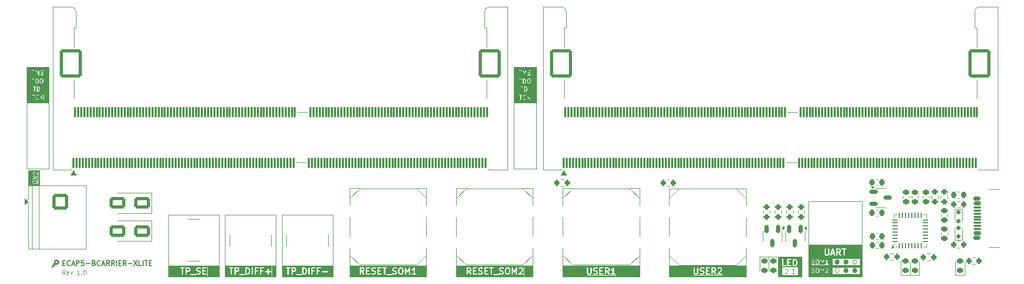
<source format=gto>
%TF.GenerationSoftware,KiCad,Pcbnew,9.0.0*%
%TF.CreationDate,2025-09-20T16:18:58+02:00*%
%TF.ProjectId,ecap5-bcarrier-xlite,65636170-352d-4626-9361-72726965722d,rev?*%
%TF.SameCoordinates,Original*%
%TF.FileFunction,Legend,Top*%
%TF.FilePolarity,Positive*%
%FSLAX46Y46*%
G04 Gerber Fmt 4.6, Leading zero omitted, Abs format (unit mm)*
G04 Created by KiCad (PCBNEW 9.0.0) date 2025-09-20 16:18:58*
%MOMM*%
%LPD*%
G01*
G04 APERTURE LIST*
G04 Aperture macros list*
%AMRoundRect*
0 Rectangle with rounded corners*
0 $1 Rounding radius*
0 $2 $3 $4 $5 $6 $7 $8 $9 X,Y pos of 4 corners*
0 Add a 4 corners polygon primitive as box body*
4,1,4,$2,$3,$4,$5,$6,$7,$8,$9,$2,$3,0*
0 Add four circle primitives for the rounded corners*
1,1,$1+$1,$2,$3*
1,1,$1+$1,$4,$5*
1,1,$1+$1,$6,$7*
1,1,$1+$1,$8,$9*
0 Add four rect primitives between the rounded corners*
20,1,$1+$1,$2,$3,$4,$5,0*
20,1,$1+$1,$4,$5,$6,$7,0*
20,1,$1+$1,$6,$7,$8,$9,0*
20,1,$1+$1,$8,$9,$2,$3,0*%
%AMFreePoly0*
4,1,25,-1.500000,1.420000,-1.360000,1.280000,-1.205000,1.155000,-1.035000,1.045000,-0.860000,0.950000,-0.675000,0.875000,-0.480000,0.820000,-0.280000,0.780000,-0.085000,0.765000,0.085000,0.765000,0.280000,0.780000,0.480000,0.820000,0.675000,0.875000,0.860000,0.950000,1.035000,1.045000,1.205000,1.155000,1.360000,1.280000,1.500000,1.420000,1.645000,1.595000,3.555000,1.595000,
3.555000,-0.755000,-3.555000,-0.755000,-3.555000,1.595000,-1.645000,1.595000,-1.500000,1.420000,-1.500000,1.420000,$1*%
G04 Aperture macros list end*
%ADD10C,0.120000*%
%ADD11C,0.100000*%
%ADD12C,0.403553*%
%ADD13C,0.200000*%
%ADD14C,0.264088*%
%ADD15C,0.000000*%
%ADD16R,1.700000X1.700000*%
%ADD17C,1.700000*%
%ADD18RoundRect,0.200000X0.200000X0.275000X-0.200000X0.275000X-0.200000X-0.275000X0.200000X-0.275000X0*%
%ADD19RoundRect,0.150000X0.200000X-0.150000X0.200000X0.150000X-0.200000X0.150000X-0.200000X-0.150000X0*%
%ADD20C,1.730000*%
%ADD21FreePoly0,180.000000*%
%ADD22FreePoly0,0.000000*%
%ADD23RoundRect,0.225000X0.250000X-0.225000X0.250000X0.225000X-0.250000X0.225000X-0.250000X-0.225000X0*%
%ADD24RoundRect,0.225000X-0.250000X0.225000X-0.250000X-0.225000X0.250000X-0.225000X0.250000X0.225000X0*%
%ADD25RoundRect,0.225000X-0.225000X-0.250000X0.225000X-0.250000X0.225000X0.250000X-0.225000X0.250000X0*%
%ADD26C,2.000000*%
%ADD27R,2.000000X1.500000*%
%ADD28RoundRect,0.218750X-0.256250X0.218750X-0.256250X-0.218750X0.256250X-0.218750X0.256250X0.218750X0*%
%ADD29RoundRect,0.200000X-0.275000X0.200000X-0.275000X-0.200000X0.275000X-0.200000X0.275000X0.200000X0*%
%ADD30C,2.200000*%
%ADD31RoundRect,0.200000X-0.200000X-0.275000X0.200000X-0.275000X0.200000X0.275000X-0.200000X0.275000X0*%
%ADD32RoundRect,0.150000X-0.150000X0.512500X-0.150000X-0.512500X0.150000X-0.512500X0.150000X0.512500X0*%
%ADD33RoundRect,0.250000X1.000000X0.650000X-1.000000X0.650000X-1.000000X-0.650000X1.000000X-0.650000X0*%
%ADD34RoundRect,0.200000X0.275000X-0.200000X0.275000X0.200000X-0.275000X0.200000X-0.275000X-0.200000X0*%
%ADD35RoundRect,0.062500X0.062500X-0.375000X0.062500X0.375000X-0.062500X0.375000X-0.062500X-0.375000X0*%
%ADD36RoundRect,0.062500X0.375000X-0.062500X0.375000X0.062500X-0.375000X0.062500X-0.375000X-0.062500X0*%
%ADD37R,3.300000X3.300000*%
%ADD38FreePoly0,90.000000*%
%ADD39FreePoly0,270.000000*%
%ADD40RoundRect,0.218750X0.256250X-0.218750X0.256250X0.218750X-0.256250X0.218750X-0.256250X-0.218750X0*%
%ADD41C,0.650000*%
%ADD42RoundRect,0.150000X0.425000X-0.150000X0.425000X0.150000X-0.425000X0.150000X-0.425000X-0.150000X0*%
%ADD43RoundRect,0.075000X0.500000X-0.075000X0.500000X0.075000X-0.500000X0.075000X-0.500000X-0.075000X0*%
%ADD44O,2.100000X1.000000*%
%ADD45O,1.800000X1.000000*%
%ADD46RoundRect,0.225000X0.225000X0.250000X-0.225000X0.250000X-0.225000X-0.250000X0.225000X-0.250000X0*%
%ADD47RoundRect,0.150000X-0.512500X-0.150000X0.512500X-0.150000X0.512500X0.150000X-0.512500X0.150000X0*%
%ADD48C,1.600000*%
%ADD49C,1.100000*%
%ADD50RoundRect,0.075000X-0.075000X-0.775000X0.075000X-0.775000X0.075000X0.775000X-0.075000X0.775000X0*%
%ADD51RoundRect,0.250000X-1.500000X-2.050000X1.500000X-2.050000X1.500000X2.050000X-1.500000X2.050000X0*%
%ADD52RoundRect,0.218750X-0.218750X-0.256250X0.218750X-0.256250X0.218750X0.256250X-0.218750X0.256250X0*%
%ADD53RoundRect,0.150000X-0.200000X0.150000X-0.200000X-0.150000X0.200000X-0.150000X0.200000X0.150000X0*%
%ADD54RoundRect,0.250000X-1.050000X1.050000X-1.050000X-1.050000X1.050000X-1.050000X1.050000X1.050000X0*%
%ADD55C,2.600000*%
G04 APERTURE END LIST*
D10*
X78272500Y-92040000D02*
X78747500Y-92040000D01*
X78747500Y-93040000D01*
X78272500Y-93040000D01*
X78272500Y-92040000D01*
G36*
X78272500Y-92040000D02*
G01*
X78747500Y-92040000D01*
X78747500Y-93040000D01*
X78272500Y-93040000D01*
X78272500Y-92040000D01*
G37*
X104660000Y-122315000D02*
X106535000Y-122315000D01*
X106535000Y-124140000D01*
X104660000Y-124140000D01*
X104660000Y-122315000D01*
G36*
X104660000Y-122315000D02*
G01*
X106535000Y-122315000D01*
X106535000Y-124140000D01*
X104660000Y-124140000D01*
X104660000Y-122315000D01*
G37*
X140035000Y-120640000D02*
X140035000Y-122315000D01*
D11*
X209985000Y-121056053D02*
X210335000Y-121056053D01*
X210335000Y-123793553D01*
X209985000Y-123793553D01*
X209985000Y-121056053D01*
G36*
X209985000Y-121056053D02*
G01*
X210335000Y-121056053D01*
X210335000Y-123793553D01*
X209985000Y-123793553D01*
X209985000Y-121056053D01*
G37*
D10*
X154147500Y-90277500D02*
X154722500Y-90277500D01*
X154722500Y-96027500D01*
X154147500Y-96027500D01*
X154147500Y-90277500D01*
G36*
X154147500Y-90277500D02*
G01*
X154722500Y-90277500D01*
X154722500Y-96027500D01*
X154147500Y-96027500D01*
X154147500Y-90277500D01*
G37*
D11*
X209538553Y-121737303D02*
G75*
G02*
X208831447Y-121737303I-353553J0D01*
G01*
X208831447Y-121737303D02*
G75*
G02*
X209538553Y-121737303I353553J0D01*
G01*
D10*
X116685000Y-114115000D02*
X124885000Y-114115000D01*
X124885000Y-122315000D01*
X116685000Y-122315000D01*
X116685000Y-114115000D01*
D11*
X206688553Y-123108750D02*
G75*
G02*
X205981447Y-123108750I-353553J0D01*
G01*
X205981447Y-123108750D02*
G75*
G02*
X206688553Y-123108750I353553J0D01*
G01*
D10*
X107510000Y-114115000D02*
X115710000Y-114115000D01*
X115710000Y-122315000D01*
X107510000Y-122315000D01*
X107510000Y-114115000D01*
X172835000Y-109840000D02*
X174435000Y-109840000D01*
D11*
X205035000Y-121056053D02*
X205535000Y-121056053D01*
X205535000Y-123793553D01*
X205035000Y-123793553D01*
X205035000Y-121056053D01*
G36*
X205035000Y-121056053D02*
G01*
X205535000Y-121056053D01*
X205535000Y-123793553D01*
X205035000Y-123793553D01*
X205035000Y-121056053D01*
G37*
D10*
X154160000Y-96040000D02*
X157735000Y-96040000D01*
X157735000Y-106690000D01*
X154160000Y-106690000D01*
X154160000Y-96040000D01*
X75735000Y-95590000D02*
X78610000Y-95590000D01*
X78610000Y-95965000D01*
X75735000Y-95965000D01*
X75735000Y-95590000D01*
G36*
X75735000Y-95590000D02*
G01*
X78610000Y-95590000D01*
X78610000Y-95965000D01*
X75735000Y-95965000D01*
X75735000Y-95590000D01*
G37*
X129172500Y-122315000D02*
X138422500Y-122315000D01*
X138422500Y-122440000D01*
X129172500Y-122440000D01*
X129172500Y-122315000D01*
G36*
X129172500Y-122315000D02*
G01*
X138422500Y-122315000D01*
X138422500Y-122440000D01*
X129172500Y-122440000D01*
X129172500Y-122315000D01*
G37*
X138435000Y-109840000D02*
X140035000Y-109840000D01*
X117235000Y-122315000D02*
X124260000Y-122315000D01*
X124260000Y-122440000D01*
X117235000Y-122440000D01*
X117235000Y-122315000D01*
G36*
X117235000Y-122315000D02*
G01*
X124260000Y-122315000D01*
X124260000Y-122440000D01*
X117235000Y-122440000D01*
X117235000Y-122315000D01*
G37*
X98335000Y-114115000D02*
X106535000Y-114115000D01*
X106535000Y-122315000D01*
X98335000Y-122315000D01*
X98335000Y-114115000D01*
D11*
X205410000Y-120762303D02*
X210310000Y-120762303D01*
X210310000Y-121174803D01*
X205410000Y-121174803D01*
X205410000Y-120762303D01*
G36*
X205410000Y-120762303D02*
G01*
X210310000Y-120762303D01*
X210310000Y-121174803D01*
X205410000Y-121174803D01*
X205410000Y-120762303D01*
G37*
D10*
X144810000Y-122315000D02*
X146378750Y-122315000D01*
X146378750Y-124140000D01*
X144810000Y-124140000D01*
X144810000Y-122315000D01*
G36*
X144810000Y-122315000D02*
G01*
X146378750Y-122315000D01*
X146378750Y-124140000D01*
X144810000Y-124140000D01*
X144810000Y-122315000D01*
G37*
D11*
X205335000Y-123674803D02*
X210310000Y-123674803D01*
X210310000Y-124087303D01*
X205335000Y-124087303D01*
X205335000Y-123674803D01*
G36*
X205335000Y-123674803D02*
G01*
X210310000Y-123674803D01*
X210310000Y-124087303D01*
X205335000Y-124087303D01*
X205335000Y-123674803D01*
G37*
D10*
X75735000Y-93290000D02*
X76410000Y-93290000D01*
X76410000Y-94290000D01*
X75735000Y-94290000D01*
X75735000Y-93290000D01*
G36*
X75735000Y-93290000D02*
G01*
X76410000Y-93290000D01*
X76410000Y-94290000D01*
X75735000Y-94290000D01*
X75735000Y-93290000D01*
G37*
X154410000Y-91640000D02*
X157285000Y-91640000D01*
X157285000Y-91990000D01*
X154410000Y-91990000D01*
X154410000Y-91640000D01*
G36*
X154410000Y-91640000D02*
G01*
X157285000Y-91640000D01*
X157285000Y-91990000D01*
X154410000Y-91990000D01*
X154410000Y-91640000D01*
G37*
X157172500Y-90277500D02*
X157747500Y-90277500D01*
X157747500Y-96027500D01*
X157172500Y-96027500D01*
X157172500Y-90277500D01*
G36*
X157172500Y-90277500D02*
G01*
X157747500Y-90277500D01*
X157747500Y-96027500D01*
X157172500Y-96027500D01*
X157172500Y-90277500D01*
G37*
X75735000Y-90277500D02*
X78610000Y-90277500D01*
X78610000Y-90677500D01*
X75735000Y-90677500D01*
X75735000Y-90277500D01*
G36*
X75735000Y-90277500D02*
G01*
X78610000Y-90277500D01*
X78610000Y-90677500D01*
X75735000Y-90677500D01*
X75735000Y-90277500D01*
G37*
X156947500Y-90640000D02*
X157422500Y-90640000D01*
X157422500Y-91640000D01*
X156947500Y-91640000D01*
X156947500Y-90640000D01*
G36*
X156947500Y-90640000D02*
G01*
X157422500Y-90640000D01*
X157422500Y-91640000D01*
X156947500Y-91640000D01*
X156947500Y-90640000D01*
G37*
X75735000Y-94590000D02*
X76210000Y-94590000D01*
X76210000Y-95590000D01*
X75735000Y-95590000D01*
X75735000Y-94590000D01*
G36*
X75735000Y-94590000D02*
G01*
X76210000Y-94590000D01*
X76210000Y-95590000D01*
X75735000Y-95590000D01*
X75735000Y-94590000D01*
G37*
D11*
X201685000Y-121056053D02*
X202135000Y-121056053D01*
X202135000Y-123793553D01*
X201685000Y-123793553D01*
X201685000Y-121056053D01*
G36*
X201685000Y-121056053D02*
G01*
X202135000Y-121056053D01*
X202135000Y-123793553D01*
X201685000Y-123793553D01*
X201685000Y-121056053D01*
G37*
D10*
X155791250Y-122315000D02*
X157210000Y-122315000D01*
X157210000Y-124140000D01*
X155791250Y-124140000D01*
X155791250Y-122315000D01*
G36*
X155791250Y-122315000D02*
G01*
X157210000Y-122315000D01*
X157210000Y-124140000D01*
X155791250Y-124140000D01*
X155791250Y-122315000D01*
G37*
X165435000Y-122315000D02*
X173685000Y-122315000D01*
X173685000Y-122440000D01*
X165435000Y-122440000D01*
X165435000Y-122315000D01*
G36*
X165435000Y-122315000D02*
G01*
X173685000Y-122315000D01*
X173685000Y-122440000D01*
X165435000Y-122440000D01*
X165435000Y-122315000D01*
G37*
X196785000Y-120865000D02*
X197360000Y-120865000D01*
X197360000Y-124140000D01*
X196785000Y-124140000D01*
X196785000Y-120865000D01*
G36*
X196785000Y-120865000D02*
G01*
X197360000Y-120865000D01*
X197360000Y-124140000D01*
X196785000Y-124140000D01*
X196785000Y-120865000D01*
G37*
X78235000Y-94590000D02*
X78710000Y-94590000D01*
X78710000Y-95590000D01*
X78235000Y-95590000D01*
X78235000Y-94590000D01*
G36*
X78235000Y-94590000D02*
G01*
X78710000Y-94590000D01*
X78710000Y-95590000D01*
X78235000Y-95590000D01*
X78235000Y-94590000D01*
G37*
X180960000Y-122315000D02*
X189210000Y-122315000D01*
X189210000Y-122440000D01*
X180960000Y-122440000D01*
X180960000Y-122315000D01*
G36*
X180960000Y-122315000D02*
G01*
X189210000Y-122315000D01*
X189210000Y-122440000D01*
X180960000Y-122440000D01*
X180960000Y-122315000D01*
G37*
X77337500Y-107115000D02*
X77487500Y-107115000D01*
X77487500Y-109240000D01*
X77337500Y-109240000D01*
X77337500Y-107115000D01*
G36*
X77337500Y-107115000D02*
G01*
X77487500Y-107115000D01*
X77487500Y-109240000D01*
X77337500Y-109240000D01*
X77337500Y-107115000D01*
G37*
X75735000Y-91640000D02*
X78610000Y-91640000D01*
X78610000Y-91990000D01*
X75735000Y-91990000D01*
X75735000Y-91640000D01*
G36*
X75735000Y-91640000D02*
G01*
X78610000Y-91640000D01*
X78610000Y-91990000D01*
X75735000Y-91990000D01*
X75735000Y-91640000D01*
G37*
X174435000Y-120640000D02*
X174435000Y-122315000D01*
D11*
X197360000Y-122540000D02*
X200035000Y-122540000D01*
X200035000Y-124140000D01*
X197360000Y-124140000D01*
X197360000Y-122540000D01*
D10*
X117235000Y-124015000D02*
X124260000Y-124015000D01*
X124260000Y-124140000D01*
X117235000Y-124140000D01*
X117235000Y-124015000D01*
G36*
X117235000Y-124015000D02*
G01*
X124260000Y-124015000D01*
X124260000Y-124140000D01*
X117235000Y-124140000D01*
X117235000Y-124015000D01*
G37*
X190010000Y-109865000D02*
X191610000Y-109865000D01*
X156910000Y-94590000D02*
X157385000Y-94590000D01*
X157385000Y-95590000D01*
X156910000Y-95590000D01*
X156910000Y-94590000D01*
G36*
X156910000Y-94590000D02*
G01*
X157385000Y-94590000D01*
X157385000Y-95590000D01*
X156910000Y-95590000D01*
X156910000Y-94590000D01*
G37*
D11*
X201760000Y-123624803D02*
X205410000Y-123624803D01*
X205410000Y-124087303D01*
X201760000Y-124087303D01*
X201760000Y-123624803D01*
G36*
X201760000Y-123624803D02*
G01*
X205410000Y-123624803D01*
X205410000Y-124087303D01*
X201760000Y-124087303D01*
X201760000Y-123624803D01*
G37*
D10*
X187885000Y-122315000D02*
X191610000Y-122315000D01*
X191610000Y-124140000D01*
X187885000Y-124140000D01*
X187885000Y-122315000D01*
G36*
X187885000Y-122315000D02*
G01*
X191610000Y-122315000D01*
X191610000Y-124140000D01*
X187885000Y-124140000D01*
X187885000Y-122315000D01*
G37*
X154410000Y-92990000D02*
X157285000Y-92990000D01*
X157285000Y-93290000D01*
X154410000Y-93290000D01*
X154410000Y-92990000D01*
G36*
X154410000Y-92990000D02*
G01*
X157285000Y-92990000D01*
X157285000Y-93290000D01*
X154410000Y-93290000D01*
X154410000Y-92990000D01*
G37*
X154410000Y-92040000D02*
X154885000Y-92040000D01*
X154885000Y-93040000D01*
X154410000Y-93040000D01*
X154410000Y-92040000D01*
G36*
X154410000Y-92040000D02*
G01*
X154885000Y-92040000D01*
X154885000Y-93040000D01*
X154410000Y-93040000D01*
X154410000Y-92040000D01*
G37*
X154410000Y-90640000D02*
X154885000Y-90640000D01*
X154885000Y-91640000D01*
X154410000Y-91640000D01*
X154410000Y-90640000D01*
G36*
X154410000Y-90640000D02*
G01*
X154885000Y-90640000D01*
X154885000Y-91640000D01*
X154410000Y-91640000D01*
X154410000Y-90640000D01*
G37*
X200035000Y-120865000D02*
X200610000Y-120865000D01*
X200610000Y-124140000D01*
X200035000Y-124140000D01*
X200035000Y-120865000D01*
G36*
X200035000Y-120865000D02*
G01*
X200610000Y-120865000D01*
X200610000Y-124140000D01*
X200035000Y-124140000D01*
X200035000Y-120865000D01*
G37*
X157210000Y-120640000D02*
X157210000Y-122315000D01*
X162035000Y-122315000D02*
X165835000Y-122315000D01*
X165835000Y-124140000D01*
X162035000Y-124140000D01*
X162035000Y-122315000D01*
G36*
X162035000Y-122315000D02*
G01*
X165835000Y-122315000D01*
X165835000Y-124140000D01*
X162035000Y-124140000D01*
X162035000Y-122315000D01*
G37*
X154410000Y-93290000D02*
X155085000Y-93290000D01*
X155085000Y-94290000D01*
X154410000Y-94290000D01*
X154410000Y-93290000D01*
G36*
X154410000Y-93290000D02*
G01*
X155085000Y-93290000D01*
X155085000Y-94290000D01*
X154410000Y-94290000D01*
X154410000Y-93290000D01*
G37*
X116685000Y-122315000D02*
X117210000Y-122315000D01*
X117210000Y-124140000D01*
X116685000Y-124140000D01*
X116685000Y-122315000D01*
G36*
X116685000Y-122315000D02*
G01*
X117210000Y-122315000D01*
X117210000Y-124140000D01*
X116685000Y-124140000D01*
X116685000Y-122315000D01*
G37*
X78035000Y-93290000D02*
X78710000Y-93290000D01*
X78710000Y-94290000D01*
X78035000Y-94290000D01*
X78035000Y-93290000D01*
G36*
X78035000Y-93290000D02*
G01*
X78710000Y-93290000D01*
X78710000Y-94290000D01*
X78035000Y-94290000D01*
X78035000Y-93290000D01*
G37*
X129097500Y-123990000D02*
X138622500Y-123990000D01*
X138622500Y-124140000D01*
X129097500Y-124140000D01*
X129097500Y-123990000D01*
G36*
X129097500Y-123990000D02*
G01*
X138622500Y-123990000D01*
X138622500Y-124140000D01*
X129097500Y-124140000D01*
X129097500Y-123990000D01*
G37*
X140035000Y-111440000D02*
X140035000Y-109840000D01*
X138497500Y-122315000D02*
X140035000Y-122315000D01*
X140035000Y-124140000D01*
X138497500Y-124140000D01*
X138497500Y-122315000D01*
G36*
X138497500Y-122315000D02*
G01*
X140035000Y-122315000D01*
X140035000Y-124140000D01*
X138497500Y-124140000D01*
X138497500Y-122315000D01*
G37*
X75735000Y-92040000D02*
X76210000Y-92040000D01*
X76210000Y-93040000D01*
X75735000Y-93040000D01*
X75735000Y-92040000D01*
G36*
X75735000Y-92040000D02*
G01*
X76210000Y-92040000D01*
X76210000Y-93040000D01*
X75735000Y-93040000D01*
X75735000Y-92040000D01*
G37*
X108010000Y-122315000D02*
X115035000Y-122315000D01*
X115035000Y-122440000D01*
X108010000Y-122440000D01*
X108010000Y-122315000D01*
G36*
X108010000Y-122315000D02*
G01*
X115035000Y-122315000D01*
X115035000Y-122440000D01*
X108010000Y-122440000D01*
X108010000Y-122315000D01*
G37*
X127635000Y-111440000D02*
X127635000Y-109840000D01*
D12*
X207961776Y-121737303D02*
G75*
G02*
X207558224Y-121737303I-201776J0D01*
G01*
X207558224Y-121737303D02*
G75*
G02*
X207961776Y-121737303I201776J0D01*
G01*
D10*
X146410000Y-109840000D02*
X144810000Y-109840000D01*
X75472500Y-90277500D02*
X76047500Y-90277500D01*
X76047500Y-96027500D01*
X75472500Y-96027500D01*
X75472500Y-90277500D01*
G36*
X75472500Y-90277500D02*
G01*
X76047500Y-90277500D01*
X76047500Y-96027500D01*
X75472500Y-96027500D01*
X75472500Y-90277500D01*
G37*
X155610000Y-109840000D02*
X157210000Y-109840000D01*
X154410000Y-94590000D02*
X154885000Y-94590000D01*
X154885000Y-95590000D01*
X154410000Y-95590000D01*
X154410000Y-94590000D01*
G36*
X154410000Y-94590000D02*
G01*
X154885000Y-94590000D01*
X154885000Y-95590000D01*
X154410000Y-95590000D01*
X154410000Y-94590000D01*
G37*
X98335000Y-122315000D02*
X100060000Y-122315000D01*
X100060000Y-124140000D01*
X98335000Y-124140000D01*
X98335000Y-122315000D01*
G36*
X98335000Y-122315000D02*
G01*
X100060000Y-122315000D01*
X100060000Y-124140000D01*
X98335000Y-124140000D01*
X98335000Y-122315000D01*
G37*
X174435000Y-111440000D02*
X174435000Y-109840000D01*
X75735000Y-92990000D02*
X78610000Y-92990000D01*
X78610000Y-93290000D01*
X75735000Y-93290000D01*
X75735000Y-92990000D01*
G36*
X75735000Y-92990000D02*
G01*
X78610000Y-92990000D01*
X78610000Y-93290000D01*
X75735000Y-93290000D01*
X75735000Y-92990000D01*
G37*
X115085000Y-122315000D02*
X115710000Y-122315000D01*
X115710000Y-124140000D01*
X115085000Y-124140000D01*
X115085000Y-122315000D01*
G36*
X115085000Y-122315000D02*
G01*
X115710000Y-122315000D01*
X115710000Y-124140000D01*
X115085000Y-124140000D01*
X115085000Y-122315000D01*
G37*
X191610000Y-111465000D02*
X191610000Y-109865000D01*
X162035000Y-109840000D02*
X163635000Y-109840000D01*
X75762500Y-107115000D02*
X76337500Y-107115000D01*
X76337500Y-109240000D01*
X75762500Y-109240000D01*
X75762500Y-107115000D01*
G36*
X75762500Y-107115000D02*
G01*
X76337500Y-107115000D01*
X76337500Y-109240000D01*
X75762500Y-109240000D01*
X75762500Y-107115000D01*
G37*
X107510000Y-122315000D02*
X107985000Y-122315000D01*
X107985000Y-124140000D01*
X107510000Y-124140000D01*
X107510000Y-122315000D01*
G36*
X107510000Y-122315000D02*
G01*
X107985000Y-122315000D01*
X107985000Y-124140000D01*
X107510000Y-124140000D01*
X107510000Y-122315000D01*
G37*
X179210000Y-111465000D02*
X179210000Y-109865000D01*
X127635000Y-120640000D02*
X127635000Y-122315000D01*
X99985000Y-124015000D02*
X104710000Y-124015000D01*
X104710000Y-124140000D01*
X99985000Y-124140000D01*
X99985000Y-124015000D01*
G36*
X99985000Y-124015000D02*
G01*
X104710000Y-124015000D01*
X104710000Y-124140000D01*
X99985000Y-124140000D01*
X99985000Y-124015000D01*
G37*
X154410000Y-94290000D02*
X157285000Y-94290000D01*
X157285000Y-94590000D01*
X154410000Y-94590000D01*
X154410000Y-94290000D01*
G36*
X154410000Y-94290000D02*
G01*
X157285000Y-94290000D01*
X157285000Y-94590000D01*
X154410000Y-94590000D01*
X154410000Y-94290000D01*
G37*
D11*
X207960000Y-119440000D02*
X210285000Y-119440000D01*
X210285000Y-120802500D01*
X207960000Y-120802500D01*
X207960000Y-119440000D01*
G36*
X207960000Y-119440000D02*
G01*
X210285000Y-119440000D01*
X210285000Y-120802500D01*
X207960000Y-120802500D01*
X207960000Y-119440000D01*
G37*
D12*
X207961776Y-123108750D02*
G75*
G02*
X207558224Y-123108750I-201776J0D01*
G01*
X207558224Y-123108750D02*
G75*
G02*
X207961776Y-123108750I201776J0D01*
G01*
D10*
X170685000Y-122315000D02*
X174435000Y-122315000D01*
X174435000Y-124140000D01*
X170685000Y-124140000D01*
X170685000Y-122315000D01*
G36*
X170685000Y-122315000D02*
G01*
X174435000Y-122315000D01*
X174435000Y-124140000D01*
X170685000Y-124140000D01*
X170685000Y-122315000D01*
G37*
X154410000Y-95590000D02*
X157285000Y-95590000D01*
X157285000Y-95965000D01*
X154410000Y-95965000D01*
X154410000Y-95590000D01*
G36*
X154410000Y-95590000D02*
G01*
X157285000Y-95590000D01*
X157285000Y-95965000D01*
X154410000Y-95965000D01*
X154410000Y-95590000D01*
G37*
X165435000Y-123902500D02*
X173685000Y-123902500D01*
X173685000Y-124140000D01*
X165435000Y-124140000D01*
X165435000Y-123902500D01*
G36*
X165435000Y-123902500D02*
G01*
X173685000Y-123902500D01*
X173685000Y-124140000D01*
X165435000Y-124140000D01*
X165435000Y-123902500D01*
G37*
D11*
X201885000Y-122231053D02*
X205135000Y-122231053D01*
X205135000Y-122618553D01*
X201885000Y-122618553D01*
X201885000Y-122231053D01*
G36*
X201885000Y-122231053D02*
G01*
X205135000Y-122231053D01*
X205135000Y-122618553D01*
X201885000Y-122618553D01*
X201885000Y-122231053D01*
G37*
D10*
X100110000Y-122315000D02*
X104710000Y-122315000D01*
X104710000Y-122440000D01*
X100110000Y-122440000D01*
X100110000Y-122315000D01*
G36*
X100110000Y-122315000D02*
G01*
X104710000Y-122315000D01*
X104710000Y-122440000D01*
X100110000Y-122440000D01*
X100110000Y-122315000D01*
G37*
D12*
X206536776Y-121737303D02*
G75*
G02*
X206133224Y-121737303I-201776J0D01*
G01*
X206133224Y-121737303D02*
G75*
G02*
X206536776Y-121737303I201776J0D01*
G01*
D10*
X75485000Y-96040000D02*
X79060000Y-96040000D01*
X79060000Y-106690000D01*
X75485000Y-106690000D01*
X75485000Y-96040000D01*
X179210000Y-120640000D02*
X179210000Y-122315000D01*
X154410000Y-90277500D02*
X157285000Y-90277500D01*
X157285000Y-90677500D01*
X154410000Y-90677500D01*
X154410000Y-90277500D01*
G36*
X154410000Y-90277500D02*
G01*
X157285000Y-90277500D01*
X157285000Y-90677500D01*
X154410000Y-90677500D01*
X154410000Y-90277500D01*
G37*
X78272500Y-90640000D02*
X78747500Y-90640000D01*
X78747500Y-91640000D01*
X78272500Y-91640000D01*
X78272500Y-90640000D01*
G36*
X78272500Y-90640000D02*
G01*
X78747500Y-90640000D01*
X78747500Y-91640000D01*
X78272500Y-91640000D01*
X78272500Y-90640000D01*
G37*
X144810000Y-120640000D02*
X144810000Y-122315000D01*
D11*
X201685000Y-118987303D02*
X210310000Y-118987303D01*
X210310000Y-119399803D01*
X201685000Y-119399803D01*
X201685000Y-118987303D01*
G36*
X201685000Y-118987303D02*
G01*
X210310000Y-118987303D01*
X210310000Y-119399803D01*
X201685000Y-119399803D01*
X201685000Y-118987303D01*
G37*
D10*
X78497500Y-90277500D02*
X79072500Y-90277500D01*
X79072500Y-96027500D01*
X78497500Y-96027500D01*
X78497500Y-90277500D01*
G36*
X78497500Y-90277500D02*
G01*
X79072500Y-90277500D01*
X79072500Y-96027500D01*
X78497500Y-96027500D01*
X78497500Y-90277500D01*
G37*
X201685000Y-118968552D02*
X210335000Y-118968552D01*
X210335000Y-124118553D01*
X201685000Y-124118553D01*
X201685000Y-118968552D01*
X75735000Y-94290000D02*
X78610000Y-94290000D01*
X78610000Y-94590000D01*
X75735000Y-94590000D01*
X75735000Y-94290000D01*
G36*
X75735000Y-94290000D02*
G01*
X78610000Y-94290000D01*
X78610000Y-94590000D01*
X75735000Y-94590000D01*
X75735000Y-94290000D01*
G37*
X162035000Y-111440000D02*
X162035000Y-109840000D01*
X75735000Y-90640000D02*
X76210000Y-90640000D01*
X76210000Y-91640000D01*
X75735000Y-91640000D01*
X75735000Y-90640000D01*
G36*
X75735000Y-90640000D02*
G01*
X76210000Y-90640000D01*
X76210000Y-91640000D01*
X75735000Y-91640000D01*
X75735000Y-90640000D01*
G37*
D11*
X201735000Y-120815000D02*
X205360000Y-120815000D01*
X205360000Y-121227500D01*
X201735000Y-121227500D01*
X201735000Y-120815000D01*
G36*
X201735000Y-120815000D02*
G01*
X205360000Y-120815000D01*
X205360000Y-121227500D01*
X201735000Y-121227500D01*
X201735000Y-120815000D01*
G37*
D10*
X75762500Y-106940000D02*
X77487500Y-106940000D01*
X77487500Y-107090000D01*
X75762500Y-107090000D01*
X75762500Y-106940000D01*
G36*
X75762500Y-106940000D02*
G01*
X77487500Y-106940000D01*
X77487500Y-107090000D01*
X75762500Y-107090000D01*
X75762500Y-106940000D01*
G37*
X157210000Y-109840000D02*
X157210000Y-111440000D01*
X127635000Y-122315000D02*
X129147500Y-122315000D01*
X129147500Y-124140000D01*
X127635000Y-124140000D01*
X127635000Y-122315000D01*
G36*
X127635000Y-122315000D02*
G01*
X129147500Y-122315000D01*
X129147500Y-124140000D01*
X127635000Y-124140000D01*
X127635000Y-122315000D01*
G37*
X107910000Y-124015000D02*
X115135000Y-124015000D01*
X115135000Y-124140000D01*
X107910000Y-124140000D01*
X107910000Y-124015000D01*
G36*
X107910000Y-124015000D02*
G01*
X115135000Y-124015000D01*
X115135000Y-124140000D01*
X107910000Y-124140000D01*
X107910000Y-124015000D01*
G37*
X75762500Y-109202500D02*
X77487500Y-109202500D01*
X77487500Y-109352500D01*
X75762500Y-109352500D01*
X75762500Y-109202500D01*
G36*
X75762500Y-109202500D02*
G01*
X77487500Y-109202500D01*
X77487500Y-109352500D01*
X75762500Y-109352500D01*
X75762500Y-109202500D01*
G37*
X156947500Y-92040000D02*
X157422500Y-92040000D01*
X157422500Y-93040000D01*
X156947500Y-93040000D01*
X156947500Y-92040000D01*
G36*
X156947500Y-92040000D02*
G01*
X157422500Y-92040000D01*
X157422500Y-93040000D01*
X156947500Y-93040000D01*
X156947500Y-92040000D01*
G37*
X124260000Y-122315000D02*
X124885000Y-122315000D01*
X124885000Y-124140000D01*
X124260000Y-124140000D01*
X124260000Y-122315000D01*
G36*
X124260000Y-122315000D02*
G01*
X124885000Y-122315000D01*
X124885000Y-124140000D01*
X124260000Y-124140000D01*
X124260000Y-122315000D01*
G37*
X179210000Y-109865000D02*
X180810000Y-109865000D01*
X191610000Y-120640000D02*
X191610000Y-122315000D01*
D12*
X209386776Y-123108750D02*
G75*
G02*
X208983224Y-123108750I-201776J0D01*
G01*
X208983224Y-123108750D02*
G75*
G02*
X209386776Y-123108750I201776J0D01*
G01*
D10*
X146378750Y-123990000D02*
X155903750Y-123990000D01*
X155903750Y-124140000D01*
X146378750Y-124140000D01*
X146378750Y-123990000D01*
G36*
X146378750Y-123990000D02*
G01*
X155903750Y-123990000D01*
X155903750Y-124140000D01*
X146378750Y-124140000D01*
X146378750Y-123990000D01*
G37*
X181285000Y-123902500D02*
X189535000Y-123902500D01*
X189535000Y-124140000D01*
X181285000Y-124140000D01*
X181285000Y-123902500D01*
G36*
X181285000Y-123902500D02*
G01*
X189535000Y-123902500D01*
X189535000Y-124140000D01*
X181285000Y-124140000D01*
X181285000Y-123902500D01*
G37*
X144810000Y-111440000D02*
X144810000Y-109840000D01*
X162035000Y-120640000D02*
X162035000Y-122315000D01*
X127635000Y-109840000D02*
X129235000Y-109840000D01*
X156710000Y-93290000D02*
X157385000Y-93290000D01*
X157385000Y-94290000D01*
X156710000Y-94290000D01*
X156710000Y-93290000D01*
G36*
X156710000Y-93290000D02*
G01*
X157385000Y-93290000D01*
X157385000Y-94290000D01*
X156710000Y-94290000D01*
X156710000Y-93290000D01*
G37*
X179210000Y-122315000D02*
X183010000Y-122315000D01*
X183010000Y-124140000D01*
X179210000Y-124140000D01*
X179210000Y-122315000D01*
G36*
X179210000Y-122315000D02*
G01*
X183010000Y-122315000D01*
X183010000Y-124140000D01*
X179210000Y-124140000D01*
X179210000Y-122315000D01*
G37*
X201685000Y-111940000D02*
X210335000Y-111940000D01*
X210335000Y-118990000D01*
X201685000Y-118990000D01*
X201685000Y-111940000D01*
D11*
X201685000Y-119440000D02*
X204185000Y-119440000D01*
X204185000Y-120802500D01*
X201685000Y-120802500D01*
X201685000Y-119440000D01*
G36*
X201685000Y-119440000D02*
G01*
X204185000Y-119440000D01*
X204185000Y-120802500D01*
X201685000Y-120802500D01*
X201685000Y-119440000D01*
G37*
D10*
X196785000Y-123890000D02*
X200610000Y-123890000D01*
X200610000Y-124140000D01*
X196785000Y-124140000D01*
X196785000Y-123890000D01*
G36*
X196785000Y-123890000D02*
G01*
X200610000Y-123890000D01*
X200610000Y-124140000D01*
X196785000Y-124140000D01*
X196785000Y-123890000D01*
G37*
D11*
X205385000Y-122281053D02*
X210310000Y-122281053D01*
X210310000Y-122543553D01*
X205385000Y-122543553D01*
X205385000Y-122281053D01*
G36*
X205385000Y-122281053D02*
G01*
X210310000Y-122281053D01*
X210310000Y-122543553D01*
X205385000Y-122543553D01*
X205385000Y-122281053D01*
G37*
D10*
X196785000Y-120852500D02*
X200610000Y-120852500D01*
X200610000Y-121102500D01*
X196785000Y-121102500D01*
X196785000Y-120852500D01*
G36*
X196785000Y-120852500D02*
G01*
X200610000Y-120852500D01*
X200610000Y-121102500D01*
X196785000Y-121102500D01*
X196785000Y-120852500D01*
G37*
X146385000Y-122315000D02*
X155885000Y-122315000D01*
X155885000Y-122440000D01*
X146385000Y-122440000D01*
X146385000Y-122315000D01*
G36*
X146385000Y-122315000D02*
G01*
X155885000Y-122315000D01*
X155885000Y-122440000D01*
X146385000Y-122440000D01*
X146385000Y-122315000D01*
G37*
D11*
G36*
X78219547Y-95589411D02*
G01*
X76236028Y-95589411D01*
X76236028Y-94742499D01*
X76313806Y-94742499D01*
X76313806Y-94780767D01*
X76340866Y-94807827D01*
X76360000Y-94811633D01*
X76510000Y-94811633D01*
X76510000Y-95461633D01*
X76513806Y-95480767D01*
X76540866Y-95507827D01*
X76579134Y-95507827D01*
X76606194Y-95480767D01*
X76610000Y-95461633D01*
X76610000Y-95061633D01*
X76910000Y-95061633D01*
X76910000Y-95161633D01*
X76911195Y-95167642D01*
X76911493Y-95173760D01*
X76944826Y-95307092D01*
X76947165Y-95312043D01*
X76948612Y-95317327D01*
X76981946Y-95383994D01*
X76986857Y-95390322D01*
X76991311Y-95396988D01*
X77057978Y-95463655D01*
X77060059Y-95465045D01*
X77060573Y-95466073D01*
X77067538Y-95470043D01*
X77074199Y-95474494D01*
X77075347Y-95474494D01*
X77077522Y-95475734D01*
X77177522Y-95509067D01*
X77185470Y-95510069D01*
X77193333Y-95511633D01*
X77260000Y-95511633D01*
X77267862Y-95510069D01*
X77275811Y-95509067D01*
X77375811Y-95475734D01*
X77377986Y-95474494D01*
X77379135Y-95474494D01*
X77385801Y-95470039D01*
X77392760Y-95466073D01*
X77393273Y-95465046D01*
X77395356Y-95463655D01*
X77428689Y-95430321D01*
X77439527Y-95414099D01*
X77439527Y-95375831D01*
X77412467Y-95348772D01*
X77374198Y-95348772D01*
X77357977Y-95359611D01*
X77332989Y-95384599D01*
X77251887Y-95411633D01*
X77201446Y-95411633D01*
X77120343Y-95384599D01*
X77067758Y-95332014D01*
X77040508Y-95277514D01*
X77010000Y-95155478D01*
X77010000Y-95067787D01*
X77040508Y-94945751D01*
X77067758Y-94891251D01*
X77120343Y-94838666D01*
X77201446Y-94811633D01*
X77251887Y-94811633D01*
X77332989Y-94838666D01*
X77357977Y-94863655D01*
X77374198Y-94874494D01*
X77412467Y-94874494D01*
X77439527Y-94847435D01*
X77439527Y-94809167D01*
X77428689Y-94792945D01*
X77397378Y-94761633D01*
X77643333Y-94761633D01*
X77643333Y-95461633D01*
X77647139Y-95480767D01*
X77674199Y-95507827D01*
X77712467Y-95507827D01*
X77739527Y-95480767D01*
X77743333Y-95461633D01*
X77743333Y-95182343D01*
X77787923Y-95137753D01*
X78053333Y-95491633D01*
X78067858Y-95504657D01*
X78105742Y-95510069D01*
X78136357Y-95487108D01*
X78141769Y-95449224D01*
X78133333Y-95431633D01*
X77859351Y-95066324D01*
X78128688Y-94796989D01*
X78139527Y-94780768D01*
X78139527Y-94742499D01*
X78112467Y-94715439D01*
X78074198Y-94715439D01*
X78057977Y-94726278D01*
X77743333Y-95040922D01*
X77743333Y-94761633D01*
X77739527Y-94742499D01*
X77712467Y-94715439D01*
X77674199Y-94715439D01*
X77647139Y-94742499D01*
X77643333Y-94761633D01*
X77397378Y-94761633D01*
X77395356Y-94759611D01*
X77393273Y-94758219D01*
X77392760Y-94757193D01*
X77385801Y-94753226D01*
X77379135Y-94748772D01*
X77377986Y-94748772D01*
X77375811Y-94747532D01*
X77275811Y-94714199D01*
X77267862Y-94713196D01*
X77260000Y-94711633D01*
X77193333Y-94711633D01*
X77185470Y-94713196D01*
X77177522Y-94714199D01*
X77077522Y-94747532D01*
X77075347Y-94748772D01*
X77074199Y-94748772D01*
X77067538Y-94753222D01*
X77060573Y-94757193D01*
X77060059Y-94758220D01*
X77057978Y-94759611D01*
X76991311Y-94826278D01*
X76986857Y-94832943D01*
X76981946Y-94839272D01*
X76948612Y-94905939D01*
X76947165Y-94911222D01*
X76944826Y-94916174D01*
X76911493Y-95049506D01*
X76911195Y-95055623D01*
X76910000Y-95061633D01*
X76610000Y-95061633D01*
X76610000Y-94811633D01*
X76760000Y-94811633D01*
X76779134Y-94807827D01*
X76806194Y-94780767D01*
X76806194Y-94742499D01*
X76779134Y-94715439D01*
X76760000Y-94711633D01*
X76360000Y-94711633D01*
X76340866Y-94715439D01*
X76313806Y-94742499D01*
X76236028Y-94742499D01*
X76236028Y-94633855D01*
X78219547Y-94633855D01*
X78219547Y-95589411D01*
G37*
X81672455Y-123769133D02*
X81439122Y-123435800D01*
X81272455Y-123769133D02*
X81272455Y-123069133D01*
X81272455Y-123069133D02*
X81539122Y-123069133D01*
X81539122Y-123069133D02*
X81605789Y-123102466D01*
X81605789Y-123102466D02*
X81639122Y-123135800D01*
X81639122Y-123135800D02*
X81672455Y-123202466D01*
X81672455Y-123202466D02*
X81672455Y-123302466D01*
X81672455Y-123302466D02*
X81639122Y-123369133D01*
X81639122Y-123369133D02*
X81605789Y-123402466D01*
X81605789Y-123402466D02*
X81539122Y-123435800D01*
X81539122Y-123435800D02*
X81272455Y-123435800D01*
X82239122Y-123735800D02*
X82172455Y-123769133D01*
X82172455Y-123769133D02*
X82039122Y-123769133D01*
X82039122Y-123769133D02*
X81972455Y-123735800D01*
X81972455Y-123735800D02*
X81939122Y-123669133D01*
X81939122Y-123669133D02*
X81939122Y-123402466D01*
X81939122Y-123402466D02*
X81972455Y-123335800D01*
X81972455Y-123335800D02*
X82039122Y-123302466D01*
X82039122Y-123302466D02*
X82172455Y-123302466D01*
X82172455Y-123302466D02*
X82239122Y-123335800D01*
X82239122Y-123335800D02*
X82272455Y-123402466D01*
X82272455Y-123402466D02*
X82272455Y-123469133D01*
X82272455Y-123469133D02*
X81939122Y-123535800D01*
X82505789Y-123302466D02*
X82672455Y-123769133D01*
X82672455Y-123769133D02*
X82839122Y-123302466D01*
X84005788Y-123769133D02*
X83605788Y-123769133D01*
X83805788Y-123769133D02*
X83805788Y-123069133D01*
X83805788Y-123069133D02*
X83739121Y-123169133D01*
X83739121Y-123169133D02*
X83672455Y-123235800D01*
X83672455Y-123235800D02*
X83605788Y-123269133D01*
X84305788Y-123702466D02*
X84339122Y-123735800D01*
X84339122Y-123735800D02*
X84305788Y-123769133D01*
X84305788Y-123769133D02*
X84272455Y-123735800D01*
X84272455Y-123735800D02*
X84305788Y-123702466D01*
X84305788Y-123702466D02*
X84305788Y-123769133D01*
X84772455Y-123069133D02*
X84839121Y-123069133D01*
X84839121Y-123069133D02*
X84905788Y-123102466D01*
X84905788Y-123102466D02*
X84939121Y-123135800D01*
X84939121Y-123135800D02*
X84972455Y-123202466D01*
X84972455Y-123202466D02*
X85005788Y-123335800D01*
X85005788Y-123335800D02*
X85005788Y-123502466D01*
X85005788Y-123502466D02*
X84972455Y-123635800D01*
X84972455Y-123635800D02*
X84939121Y-123702466D01*
X84939121Y-123702466D02*
X84905788Y-123735800D01*
X84905788Y-123735800D02*
X84839121Y-123769133D01*
X84839121Y-123769133D02*
X84772455Y-123769133D01*
X84772455Y-123769133D02*
X84705788Y-123735800D01*
X84705788Y-123735800D02*
X84672455Y-123702466D01*
X84672455Y-123702466D02*
X84639121Y-123635800D01*
X84639121Y-123635800D02*
X84605788Y-123502466D01*
X84605788Y-123502466D02*
X84605788Y-123335800D01*
X84605788Y-123335800D02*
X84639121Y-123202466D01*
X84639121Y-123202466D02*
X84672455Y-123135800D01*
X84672455Y-123135800D02*
X84705788Y-123102466D01*
X84705788Y-123102466D02*
X84772455Y-123069133D01*
G36*
X155891324Y-92213667D02*
G01*
X155943908Y-92266252D01*
X155971156Y-92320750D01*
X156001666Y-92442787D01*
X156001666Y-92530479D01*
X155971156Y-92652515D01*
X155943908Y-92707013D01*
X155891324Y-92759598D01*
X155810220Y-92786633D01*
X155701666Y-92786633D01*
X155701666Y-92186633D01*
X155810220Y-92186633D01*
X155891324Y-92213667D01*
G37*
G36*
X156655381Y-92211058D02*
G01*
X156706517Y-92262194D01*
X156735000Y-92376121D01*
X156735000Y-92597144D01*
X156706517Y-92711071D01*
X156655381Y-92762207D01*
X156606531Y-92786633D01*
X156496803Y-92786633D01*
X156447952Y-92762208D01*
X156396814Y-92711071D01*
X156368333Y-92597145D01*
X156368333Y-92376120D01*
X156396814Y-92262194D01*
X156447952Y-92211057D01*
X156496803Y-92186633D01*
X156606531Y-92186633D01*
X156655381Y-92211058D01*
G37*
G36*
X156912778Y-92964411D02*
G01*
X154894361Y-92964411D01*
X154894361Y-92117499D01*
X154972139Y-92117499D01*
X154972139Y-92155767D01*
X154999199Y-92182827D01*
X155018333Y-92186633D01*
X155168333Y-92186633D01*
X155168333Y-92836633D01*
X155172139Y-92855767D01*
X155199199Y-92882827D01*
X155237467Y-92882827D01*
X155264527Y-92855767D01*
X155268333Y-92836633D01*
X155268333Y-92186633D01*
X155418333Y-92186633D01*
X155437467Y-92182827D01*
X155464527Y-92155767D01*
X155464527Y-92136633D01*
X155601666Y-92136633D01*
X155601666Y-92836633D01*
X155605472Y-92855767D01*
X155632532Y-92882827D01*
X155651666Y-92886633D01*
X155818333Y-92886633D01*
X155826195Y-92885069D01*
X155834144Y-92884067D01*
X155934144Y-92850734D01*
X155936319Y-92849494D01*
X155937467Y-92849494D01*
X155944127Y-92845043D01*
X155951093Y-92841073D01*
X155951606Y-92840045D01*
X155953688Y-92838655D01*
X156020355Y-92771989D01*
X156024814Y-92765314D01*
X156029721Y-92758993D01*
X156063055Y-92692326D01*
X156064501Y-92687042D01*
X156066840Y-92682093D01*
X156100173Y-92548760D01*
X156100470Y-92542642D01*
X156101666Y-92536633D01*
X156101666Y-92436633D01*
X156100470Y-92430623D01*
X156100173Y-92424506D01*
X156086538Y-92369966D01*
X156268333Y-92369966D01*
X156268333Y-92603300D01*
X156269528Y-92609309D01*
X156269826Y-92615427D01*
X156303159Y-92748759D01*
X156305472Y-92753655D01*
X156305472Y-92755767D01*
X156308875Y-92760861D01*
X156311492Y-92766399D01*
X156313302Y-92767485D01*
X156316311Y-92771988D01*
X156382977Y-92838655D01*
X156389651Y-92843114D01*
X156395973Y-92848021D01*
X156462640Y-92881355D01*
X156465055Y-92882016D01*
X156465866Y-92882827D01*
X156473726Y-92884390D01*
X156481456Y-92886507D01*
X156482543Y-92886144D01*
X156485000Y-92886633D01*
X156618333Y-92886633D01*
X156620789Y-92886144D01*
X156621877Y-92886507D01*
X156629601Y-92884391D01*
X156637467Y-92882827D01*
X156638278Y-92882015D01*
X156640693Y-92881354D01*
X156707361Y-92848021D01*
X156713689Y-92843109D01*
X156720356Y-92838655D01*
X156787022Y-92771988D01*
X156790030Y-92767485D01*
X156791840Y-92766400D01*
X156794456Y-92760860D01*
X156797860Y-92755767D01*
X156797860Y-92753656D01*
X156800173Y-92748760D01*
X156833507Y-92615427D01*
X156833805Y-92609307D01*
X156835000Y-92603300D01*
X156835000Y-92369966D01*
X156833805Y-92363958D01*
X156833507Y-92357839D01*
X156800173Y-92224506D01*
X156797860Y-92219609D01*
X156797860Y-92217499D01*
X156794456Y-92212405D01*
X156791840Y-92206866D01*
X156790030Y-92205780D01*
X156787022Y-92201278D01*
X156720356Y-92134611D01*
X156713689Y-92130156D01*
X156707361Y-92125245D01*
X156640693Y-92091912D01*
X156638278Y-92091250D01*
X156637467Y-92090439D01*
X156629601Y-92088874D01*
X156621877Y-92086759D01*
X156620789Y-92087121D01*
X156618333Y-92086633D01*
X156485000Y-92086633D01*
X156482543Y-92087121D01*
X156481456Y-92086759D01*
X156473726Y-92088875D01*
X156465866Y-92090439D01*
X156465055Y-92091249D01*
X156462640Y-92091911D01*
X156395973Y-92125245D01*
X156389651Y-92130151D01*
X156382977Y-92134611D01*
X156316311Y-92201278D01*
X156313302Y-92205780D01*
X156311492Y-92206867D01*
X156308875Y-92212404D01*
X156305472Y-92217499D01*
X156305472Y-92219610D01*
X156303159Y-92224507D01*
X156269826Y-92357839D01*
X156269528Y-92363956D01*
X156268333Y-92369966D01*
X156086538Y-92369966D01*
X156066840Y-92291173D01*
X156064501Y-92286223D01*
X156063055Y-92280940D01*
X156029721Y-92214273D01*
X156024814Y-92207951D01*
X156020355Y-92201277D01*
X155953688Y-92134611D01*
X155951606Y-92133220D01*
X155951093Y-92132193D01*
X155944127Y-92128222D01*
X155937467Y-92123772D01*
X155936319Y-92123772D01*
X155934144Y-92122532D01*
X155834144Y-92089199D01*
X155826195Y-92088196D01*
X155818333Y-92086633D01*
X155651666Y-92086633D01*
X155632532Y-92090439D01*
X155605472Y-92117499D01*
X155601666Y-92136633D01*
X155464527Y-92136633D01*
X155464527Y-92117499D01*
X155437467Y-92090439D01*
X155418333Y-92086633D01*
X155018333Y-92086633D01*
X154999199Y-92090439D01*
X154972139Y-92117499D01*
X154894361Y-92117499D01*
X154894361Y-92008855D01*
X156912778Y-92008855D01*
X156912778Y-92964411D01*
G37*
D13*
G36*
X120397647Y-122817240D02*
G01*
X120464720Y-122884313D01*
X120500172Y-122955218D01*
X120542143Y-123123099D01*
X120542143Y-123241337D01*
X120500172Y-123409218D01*
X120464719Y-123480124D01*
X120397648Y-123547197D01*
X120292583Y-123582219D01*
X120170715Y-123582219D01*
X120170715Y-122782219D01*
X120292583Y-122782219D01*
X120397647Y-122817240D01*
G37*
G36*
X118725764Y-122812024D02*
G01*
X118750433Y-122836692D01*
X118780238Y-122896302D01*
X118780238Y-122991945D01*
X118750433Y-123051554D01*
X118725764Y-123076222D01*
X118666155Y-123106028D01*
X118408810Y-123106028D01*
X118408810Y-122782219D01*
X118666155Y-122782219D01*
X118725764Y-122812024D01*
G37*
G36*
X124232286Y-123988568D02*
G01*
X117194858Y-123988568D01*
X117194858Y-122662710D01*
X117305969Y-122662710D01*
X117305969Y-122701728D01*
X117320901Y-122737776D01*
X117348491Y-122765366D01*
X117384539Y-122780298D01*
X117404048Y-122782219D01*
X117589762Y-122782219D01*
X117589762Y-123682219D01*
X117591683Y-123701728D01*
X117606615Y-123737776D01*
X117634205Y-123765366D01*
X117670253Y-123780298D01*
X117709271Y-123780298D01*
X117745319Y-123765366D01*
X117772909Y-123737776D01*
X117787841Y-123701728D01*
X117789762Y-123682219D01*
X117789762Y-122782219D01*
X117975476Y-122782219D01*
X117994985Y-122780298D01*
X118031033Y-122765366D01*
X118058623Y-122737776D01*
X118073555Y-122701728D01*
X118073555Y-122682219D01*
X118208810Y-122682219D01*
X118208810Y-123682219D01*
X118210731Y-123701728D01*
X118225663Y-123737776D01*
X118253253Y-123765366D01*
X118289301Y-123780298D01*
X118328319Y-123780298D01*
X118364367Y-123765366D01*
X118371785Y-123757948D01*
X118972636Y-123757948D01*
X118972636Y-123796966D01*
X118987568Y-123833014D01*
X119015158Y-123860604D01*
X119051206Y-123875536D01*
X119070715Y-123877457D01*
X119832619Y-123877457D01*
X119852128Y-123875536D01*
X119888176Y-123860604D01*
X119915766Y-123833014D01*
X119930698Y-123796966D01*
X119930698Y-123757948D01*
X119915766Y-123721900D01*
X119888176Y-123694310D01*
X119852128Y-123679378D01*
X119832619Y-123677457D01*
X119070715Y-123677457D01*
X119051206Y-123679378D01*
X119015158Y-123694310D01*
X118987568Y-123721900D01*
X118972636Y-123757948D01*
X118371785Y-123757948D01*
X118391957Y-123737776D01*
X118406889Y-123701728D01*
X118408810Y-123682219D01*
X118408810Y-123306028D01*
X118689762Y-123306028D01*
X118709271Y-123304107D01*
X118712591Y-123302731D01*
X118716175Y-123302477D01*
X118734483Y-123295471D01*
X118829721Y-123247852D01*
X118838117Y-123242566D01*
X118840557Y-123241556D01*
X118843303Y-123239302D01*
X118846311Y-123237409D01*
X118848040Y-123235414D01*
X118855711Y-123229120D01*
X118903329Y-123181501D01*
X118909621Y-123173834D01*
X118911619Y-123172102D01*
X118913512Y-123169093D01*
X118915766Y-123166348D01*
X118916776Y-123163907D01*
X118922062Y-123155511D01*
X118969681Y-123060274D01*
X118976687Y-123041965D01*
X118976941Y-123038381D01*
X118978317Y-123035061D01*
X118980238Y-123015552D01*
X118980238Y-122872695D01*
X118978317Y-122853186D01*
X118976941Y-122849865D01*
X118976687Y-122846282D01*
X118969681Y-122827973D01*
X118922062Y-122732736D01*
X118916776Y-122724339D01*
X118915766Y-122721899D01*
X118913512Y-122719153D01*
X118911619Y-122716145D01*
X118909621Y-122714412D01*
X118903329Y-122706746D01*
X118878803Y-122682219D01*
X119970715Y-122682219D01*
X119970715Y-123682219D01*
X119972636Y-123701728D01*
X119987568Y-123737776D01*
X120015158Y-123765366D01*
X120051206Y-123780298D01*
X120070715Y-123782219D01*
X120308810Y-123782219D01*
X120318683Y-123781246D01*
X120321317Y-123781434D01*
X120324780Y-123780646D01*
X120328319Y-123780298D01*
X120330761Y-123779286D01*
X120340433Y-123777087D01*
X120483289Y-123729468D01*
X120501190Y-123721477D01*
X120503905Y-123719122D01*
X120507225Y-123717747D01*
X120522378Y-123705310D01*
X120617616Y-123610071D01*
X120623908Y-123602404D01*
X120625905Y-123600673D01*
X120627798Y-123597665D01*
X120630053Y-123594918D01*
X120631064Y-123592476D01*
X120636348Y-123584082D01*
X120683967Y-123488845D01*
X120684513Y-123487416D01*
X120684943Y-123486837D01*
X120687864Y-123478660D01*
X120690973Y-123470536D01*
X120691024Y-123469815D01*
X120691538Y-123468377D01*
X120739157Y-123277901D01*
X120739657Y-123274519D01*
X120740222Y-123273156D01*
X120740945Y-123265805D01*
X120742025Y-123258508D01*
X120741807Y-123257049D01*
X120742143Y-123253647D01*
X120742143Y-123110790D01*
X120741807Y-123107387D01*
X120742025Y-123105929D01*
X120740945Y-123098631D01*
X120740222Y-123091281D01*
X120739657Y-123089917D01*
X120739157Y-123086536D01*
X120691538Y-122896060D01*
X120691024Y-122894621D01*
X120690973Y-122893901D01*
X120687864Y-122885776D01*
X120684943Y-122877600D01*
X120684513Y-122877020D01*
X120683967Y-122875592D01*
X120636348Y-122780355D01*
X120631061Y-122771956D01*
X120630052Y-122769519D01*
X120627800Y-122766775D01*
X120625905Y-122763764D01*
X120623907Y-122762031D01*
X120617616Y-122754365D01*
X120545470Y-122682219D01*
X120970715Y-122682219D01*
X120970715Y-123682219D01*
X120972636Y-123701728D01*
X120987568Y-123737776D01*
X121015158Y-123765366D01*
X121051206Y-123780298D01*
X121090224Y-123780298D01*
X121126272Y-123765366D01*
X121153862Y-123737776D01*
X121168794Y-123701728D01*
X121170715Y-123682219D01*
X121170715Y-122682219D01*
X121446905Y-122682219D01*
X121446905Y-123682219D01*
X121448826Y-123701728D01*
X121463758Y-123737776D01*
X121491348Y-123765366D01*
X121527396Y-123780298D01*
X121566414Y-123780298D01*
X121602462Y-123765366D01*
X121630052Y-123737776D01*
X121644984Y-123701728D01*
X121646905Y-123682219D01*
X121646905Y-123258409D01*
X121880238Y-123258409D01*
X121899747Y-123256488D01*
X121935795Y-123241556D01*
X121963385Y-123213966D01*
X121978317Y-123177918D01*
X121978317Y-123138900D01*
X121963385Y-123102852D01*
X121935795Y-123075262D01*
X121899747Y-123060330D01*
X121880238Y-123058409D01*
X121646905Y-123058409D01*
X121646905Y-122782219D01*
X122023095Y-122782219D01*
X122042604Y-122780298D01*
X122078652Y-122765366D01*
X122106242Y-122737776D01*
X122121174Y-122701728D01*
X122121174Y-122682219D01*
X122304048Y-122682219D01*
X122304048Y-123682219D01*
X122305969Y-123701728D01*
X122320901Y-123737776D01*
X122348491Y-123765366D01*
X122384539Y-123780298D01*
X122423557Y-123780298D01*
X122459605Y-123765366D01*
X122487195Y-123737776D01*
X122502127Y-123701728D01*
X122504048Y-123682219D01*
X122504048Y-123281757D01*
X123163112Y-123281757D01*
X123163112Y-123320775D01*
X123178044Y-123356823D01*
X123205634Y-123384413D01*
X123241682Y-123399345D01*
X123261191Y-123401266D01*
X124023096Y-123401266D01*
X124042605Y-123399345D01*
X124078653Y-123384413D01*
X124106243Y-123356823D01*
X124121175Y-123320775D01*
X124121175Y-123281757D01*
X124106243Y-123245709D01*
X124078653Y-123218119D01*
X124042605Y-123203187D01*
X124023096Y-123201266D01*
X123261191Y-123201266D01*
X123241682Y-123203187D01*
X123205634Y-123218119D01*
X123178044Y-123245709D01*
X123163112Y-123281757D01*
X122504048Y-123281757D01*
X122504048Y-123258409D01*
X122737381Y-123258409D01*
X122756890Y-123256488D01*
X122792938Y-123241556D01*
X122820528Y-123213966D01*
X122835460Y-123177918D01*
X122835460Y-123138900D01*
X122820528Y-123102852D01*
X122792938Y-123075262D01*
X122756890Y-123060330D01*
X122737381Y-123058409D01*
X122504048Y-123058409D01*
X122504048Y-122782219D01*
X122880238Y-122782219D01*
X122899747Y-122780298D01*
X122935795Y-122765366D01*
X122963385Y-122737776D01*
X122978317Y-122701728D01*
X122978317Y-122662710D01*
X122963385Y-122626662D01*
X122935795Y-122599072D01*
X122899747Y-122584140D01*
X122880238Y-122582219D01*
X122404048Y-122582219D01*
X122384539Y-122584140D01*
X122348491Y-122599072D01*
X122320901Y-122626662D01*
X122305969Y-122662710D01*
X122304048Y-122682219D01*
X122121174Y-122682219D01*
X122121174Y-122662710D01*
X122106242Y-122626662D01*
X122078652Y-122599072D01*
X122042604Y-122584140D01*
X122023095Y-122582219D01*
X121546905Y-122582219D01*
X121527396Y-122584140D01*
X121491348Y-122599072D01*
X121463758Y-122626662D01*
X121448826Y-122662710D01*
X121446905Y-122682219D01*
X121170715Y-122682219D01*
X121168794Y-122662710D01*
X121153862Y-122626662D01*
X121126272Y-122599072D01*
X121090224Y-122584140D01*
X121051206Y-122584140D01*
X121015158Y-122599072D01*
X120987568Y-122626662D01*
X120972636Y-122662710D01*
X120970715Y-122682219D01*
X120545470Y-122682219D01*
X120522378Y-122659127D01*
X120507224Y-122646691D01*
X120503905Y-122645316D01*
X120501190Y-122642961D01*
X120483289Y-122634970D01*
X120340433Y-122587351D01*
X120330761Y-122585151D01*
X120328319Y-122584140D01*
X120324780Y-122583791D01*
X120321317Y-122583004D01*
X120318683Y-122583191D01*
X120308810Y-122582219D01*
X120070715Y-122582219D01*
X120051206Y-122584140D01*
X120015158Y-122599072D01*
X119987568Y-122626662D01*
X119972636Y-122662710D01*
X119970715Y-122682219D01*
X118878803Y-122682219D01*
X118855711Y-122659127D01*
X118848040Y-122652832D01*
X118846311Y-122650838D01*
X118843303Y-122648944D01*
X118840557Y-122646691D01*
X118838117Y-122645680D01*
X118829721Y-122640395D01*
X118734483Y-122592776D01*
X118716175Y-122585770D01*
X118712591Y-122585515D01*
X118709271Y-122584140D01*
X118689762Y-122582219D01*
X118308810Y-122582219D01*
X118289301Y-122584140D01*
X118253253Y-122599072D01*
X118225663Y-122626662D01*
X118210731Y-122662710D01*
X118208810Y-122682219D01*
X118073555Y-122682219D01*
X118073555Y-122662710D01*
X118058623Y-122626662D01*
X118031033Y-122599072D01*
X117994985Y-122584140D01*
X117975476Y-122582219D01*
X117404048Y-122582219D01*
X117384539Y-122584140D01*
X117348491Y-122599072D01*
X117320901Y-122626662D01*
X117305969Y-122662710D01*
X117194858Y-122662710D01*
X117194858Y-122471108D01*
X124232286Y-122471108D01*
X124232286Y-123988568D01*
G37*
D11*
G36*
X77416324Y-93513667D02*
G01*
X77468908Y-93566252D01*
X77496156Y-93620750D01*
X77526666Y-93742787D01*
X77526666Y-93830479D01*
X77496156Y-93952515D01*
X77468908Y-94007013D01*
X77416324Y-94059598D01*
X77335220Y-94086633D01*
X77226666Y-94086633D01*
X77226666Y-93486633D01*
X77335220Y-93486633D01*
X77416324Y-93513667D01*
G37*
G36*
X78004444Y-94264411D02*
G01*
X76419361Y-94264411D01*
X76419361Y-93417499D01*
X76497139Y-93417499D01*
X76497139Y-93455767D01*
X76524199Y-93482827D01*
X76543333Y-93486633D01*
X76693333Y-93486633D01*
X76693333Y-94136633D01*
X76697139Y-94155767D01*
X76724199Y-94182827D01*
X76762467Y-94182827D01*
X76789527Y-94155767D01*
X76793333Y-94136633D01*
X76793333Y-93486633D01*
X76943333Y-93486633D01*
X76962467Y-93482827D01*
X76989527Y-93455767D01*
X76989527Y-93436633D01*
X77126666Y-93436633D01*
X77126666Y-94136633D01*
X77130472Y-94155767D01*
X77157532Y-94182827D01*
X77176666Y-94186633D01*
X77343333Y-94186633D01*
X77351195Y-94185069D01*
X77359144Y-94184067D01*
X77459144Y-94150734D01*
X77461319Y-94149494D01*
X77462467Y-94149494D01*
X77469127Y-94145043D01*
X77476093Y-94141073D01*
X77476606Y-94140045D01*
X77478688Y-94138655D01*
X77545355Y-94071989D01*
X77549814Y-94065314D01*
X77554721Y-94058993D01*
X77588055Y-93992326D01*
X77589501Y-93987042D01*
X77591840Y-93982093D01*
X77625173Y-93848760D01*
X77625470Y-93842642D01*
X77626666Y-93836633D01*
X77626666Y-93736633D01*
X77625470Y-93730623D01*
X77625173Y-93724506D01*
X77591840Y-93591173D01*
X77589501Y-93586223D01*
X77588055Y-93580940D01*
X77554721Y-93514273D01*
X77549814Y-93507951D01*
X77545355Y-93501277D01*
X77480710Y-93436633D01*
X77826666Y-93436633D01*
X77826666Y-94136633D01*
X77830472Y-94155767D01*
X77857532Y-94182827D01*
X77895800Y-94182827D01*
X77922860Y-94155767D01*
X77926666Y-94136633D01*
X77926666Y-93436633D01*
X77922860Y-93417499D01*
X77895800Y-93390439D01*
X77857532Y-93390439D01*
X77830472Y-93417499D01*
X77826666Y-93436633D01*
X77480710Y-93436633D01*
X77478688Y-93434611D01*
X77476606Y-93433220D01*
X77476093Y-93432193D01*
X77469127Y-93428222D01*
X77462467Y-93423772D01*
X77461319Y-93423772D01*
X77459144Y-93422532D01*
X77359144Y-93389199D01*
X77351195Y-93388196D01*
X77343333Y-93386633D01*
X77176666Y-93386633D01*
X77157532Y-93390439D01*
X77130472Y-93417499D01*
X77126666Y-93436633D01*
X76989527Y-93436633D01*
X76989527Y-93417499D01*
X76962467Y-93390439D01*
X76943333Y-93386633D01*
X76543333Y-93386633D01*
X76524199Y-93390439D01*
X76497139Y-93417499D01*
X76419361Y-93417499D01*
X76419361Y-93308855D01*
X78004444Y-93308855D01*
X78004444Y-94264411D01*
G37*
G36*
X77216324Y-92213667D02*
G01*
X77268908Y-92266252D01*
X77296156Y-92320750D01*
X77326666Y-92442787D01*
X77326666Y-92530479D01*
X77296156Y-92652515D01*
X77268908Y-92707013D01*
X77216324Y-92759598D01*
X77135220Y-92786633D01*
X77026666Y-92786633D01*
X77026666Y-92186633D01*
X77135220Y-92186633D01*
X77216324Y-92213667D01*
G37*
G36*
X77980381Y-92211058D02*
G01*
X78031517Y-92262194D01*
X78060000Y-92376121D01*
X78060000Y-92597144D01*
X78031517Y-92711071D01*
X77980381Y-92762207D01*
X77931531Y-92786633D01*
X77821803Y-92786633D01*
X77772952Y-92762208D01*
X77721814Y-92711071D01*
X77693333Y-92597145D01*
X77693333Y-92376120D01*
X77721814Y-92262194D01*
X77772952Y-92211057D01*
X77821803Y-92186633D01*
X77931531Y-92186633D01*
X77980381Y-92211058D01*
G37*
G36*
X78237778Y-92964411D02*
G01*
X76219361Y-92964411D01*
X76219361Y-92117499D01*
X76297139Y-92117499D01*
X76297139Y-92155767D01*
X76324199Y-92182827D01*
X76343333Y-92186633D01*
X76493333Y-92186633D01*
X76493333Y-92836633D01*
X76497139Y-92855767D01*
X76524199Y-92882827D01*
X76562467Y-92882827D01*
X76589527Y-92855767D01*
X76593333Y-92836633D01*
X76593333Y-92186633D01*
X76743333Y-92186633D01*
X76762467Y-92182827D01*
X76789527Y-92155767D01*
X76789527Y-92136633D01*
X76926666Y-92136633D01*
X76926666Y-92836633D01*
X76930472Y-92855767D01*
X76957532Y-92882827D01*
X76976666Y-92886633D01*
X77143333Y-92886633D01*
X77151195Y-92885069D01*
X77159144Y-92884067D01*
X77259144Y-92850734D01*
X77261319Y-92849494D01*
X77262467Y-92849494D01*
X77269127Y-92845043D01*
X77276093Y-92841073D01*
X77276606Y-92840045D01*
X77278688Y-92838655D01*
X77345355Y-92771989D01*
X77349814Y-92765314D01*
X77354721Y-92758993D01*
X77388055Y-92692326D01*
X77389501Y-92687042D01*
X77391840Y-92682093D01*
X77425173Y-92548760D01*
X77425470Y-92542642D01*
X77426666Y-92536633D01*
X77426666Y-92436633D01*
X77425470Y-92430623D01*
X77425173Y-92424506D01*
X77411538Y-92369966D01*
X77593333Y-92369966D01*
X77593333Y-92603300D01*
X77594528Y-92609309D01*
X77594826Y-92615427D01*
X77628159Y-92748759D01*
X77630472Y-92753655D01*
X77630472Y-92755767D01*
X77633875Y-92760861D01*
X77636492Y-92766399D01*
X77638302Y-92767485D01*
X77641311Y-92771988D01*
X77707977Y-92838655D01*
X77714651Y-92843114D01*
X77720973Y-92848021D01*
X77787640Y-92881355D01*
X77790055Y-92882016D01*
X77790866Y-92882827D01*
X77798726Y-92884390D01*
X77806456Y-92886507D01*
X77807543Y-92886144D01*
X77810000Y-92886633D01*
X77943333Y-92886633D01*
X77945789Y-92886144D01*
X77946877Y-92886507D01*
X77954601Y-92884391D01*
X77962467Y-92882827D01*
X77963278Y-92882015D01*
X77965693Y-92881354D01*
X78032361Y-92848021D01*
X78038689Y-92843109D01*
X78045356Y-92838655D01*
X78112022Y-92771988D01*
X78115030Y-92767485D01*
X78116840Y-92766400D01*
X78119456Y-92760860D01*
X78122860Y-92755767D01*
X78122860Y-92753656D01*
X78125173Y-92748760D01*
X78158507Y-92615427D01*
X78158805Y-92609307D01*
X78160000Y-92603300D01*
X78160000Y-92369966D01*
X78158805Y-92363958D01*
X78158507Y-92357839D01*
X78125173Y-92224506D01*
X78122860Y-92219609D01*
X78122860Y-92217499D01*
X78119456Y-92212405D01*
X78116840Y-92206866D01*
X78115030Y-92205780D01*
X78112022Y-92201278D01*
X78045356Y-92134611D01*
X78038689Y-92130156D01*
X78032361Y-92125245D01*
X77965693Y-92091912D01*
X77963278Y-92091250D01*
X77962467Y-92090439D01*
X77954601Y-92088874D01*
X77946877Y-92086759D01*
X77945789Y-92087121D01*
X77943333Y-92086633D01*
X77810000Y-92086633D01*
X77807543Y-92087121D01*
X77806456Y-92086759D01*
X77798726Y-92088875D01*
X77790866Y-92090439D01*
X77790055Y-92091249D01*
X77787640Y-92091911D01*
X77720973Y-92125245D01*
X77714651Y-92130151D01*
X77707977Y-92134611D01*
X77641311Y-92201278D01*
X77638302Y-92205780D01*
X77636492Y-92206867D01*
X77633875Y-92212404D01*
X77630472Y-92217499D01*
X77630472Y-92219610D01*
X77628159Y-92224507D01*
X77594826Y-92357839D01*
X77594528Y-92363956D01*
X77593333Y-92369966D01*
X77411538Y-92369966D01*
X77391840Y-92291173D01*
X77389501Y-92286223D01*
X77388055Y-92280940D01*
X77354721Y-92214273D01*
X77349814Y-92207951D01*
X77345355Y-92201277D01*
X77278688Y-92134611D01*
X77276606Y-92133220D01*
X77276093Y-92132193D01*
X77269127Y-92128222D01*
X77262467Y-92123772D01*
X77261319Y-92123772D01*
X77259144Y-92122532D01*
X77159144Y-92089199D01*
X77151195Y-92088196D01*
X77143333Y-92086633D01*
X76976666Y-92086633D01*
X76957532Y-92090439D01*
X76930472Y-92117499D01*
X76926666Y-92136633D01*
X76789527Y-92136633D01*
X76789527Y-92117499D01*
X76762467Y-92090439D01*
X76743333Y-92086633D01*
X76343333Y-92086633D01*
X76324199Y-92090439D01*
X76297139Y-92117499D01*
X76219361Y-92117499D01*
X76219361Y-92008855D01*
X78237778Y-92008855D01*
X78237778Y-92964411D01*
G37*
D13*
G36*
X186566240Y-122812024D02*
G01*
X186590909Y-122836692D01*
X186620714Y-122896302D01*
X186620714Y-122991945D01*
X186590909Y-123051554D01*
X186566240Y-123076222D01*
X186506631Y-123106028D01*
X186249286Y-123106028D01*
X186249286Y-122782219D01*
X186506631Y-122782219D01*
X186566240Y-122812024D01*
G37*
G36*
X187884206Y-123893330D02*
G01*
X183033413Y-123893330D01*
X183033413Y-122682219D01*
X183144524Y-122682219D01*
X183144524Y-123491742D01*
X183146445Y-123511251D01*
X183147820Y-123514571D01*
X183148075Y-123518155D01*
X183155081Y-123536463D01*
X183202700Y-123631701D01*
X183207983Y-123640093D01*
X183208995Y-123642537D01*
X183211251Y-123645286D01*
X183213143Y-123648291D01*
X183215137Y-123650020D01*
X183221432Y-123657690D01*
X183269050Y-123705310D01*
X183276718Y-123711603D01*
X183278450Y-123713600D01*
X183281458Y-123715493D01*
X183284204Y-123717747D01*
X183286644Y-123718757D01*
X183295041Y-123724043D01*
X183390278Y-123771662D01*
X183408587Y-123778668D01*
X183412170Y-123778922D01*
X183415491Y-123780298D01*
X183435000Y-123782219D01*
X183625476Y-123782219D01*
X183644985Y-123780298D01*
X183648305Y-123778922D01*
X183651889Y-123778668D01*
X183670197Y-123771662D01*
X183765435Y-123724043D01*
X183773830Y-123718758D01*
X183776272Y-123717747D01*
X183779019Y-123715491D01*
X183782025Y-123713600D01*
X183783755Y-123711605D01*
X183791425Y-123705310D01*
X183839044Y-123657690D01*
X183845336Y-123650023D01*
X183847333Y-123648292D01*
X183849226Y-123645284D01*
X183851481Y-123642537D01*
X183852492Y-123640095D01*
X183857776Y-123631701D01*
X183905395Y-123536464D01*
X183912401Y-123518155D01*
X183912655Y-123514571D01*
X183914031Y-123511251D01*
X183915952Y-123491742D01*
X183915952Y-122872695D01*
X184144524Y-122872695D01*
X184144524Y-122967933D01*
X184146445Y-122987442D01*
X184147820Y-122990762D01*
X184148075Y-122994346D01*
X184155081Y-123012654D01*
X184202700Y-123107892D01*
X184207985Y-123116288D01*
X184208996Y-123118728D01*
X184211249Y-123121474D01*
X184213143Y-123124482D01*
X184215137Y-123126211D01*
X184221432Y-123133882D01*
X184269051Y-123181500D01*
X184276717Y-123187792D01*
X184278450Y-123189790D01*
X184281458Y-123191683D01*
X184284204Y-123193937D01*
X184286644Y-123194947D01*
X184295041Y-123200233D01*
X184390278Y-123247852D01*
X184391706Y-123248398D01*
X184392286Y-123248828D01*
X184400462Y-123251749D01*
X184408587Y-123254858D01*
X184409307Y-123254909D01*
X184410746Y-123255423D01*
X184590571Y-123300379D01*
X184661478Y-123335833D01*
X184686147Y-123360501D01*
X184715952Y-123420111D01*
X184715952Y-123468135D01*
X184686147Y-123527743D01*
X184661478Y-123552413D01*
X184601869Y-123582219D01*
X184403607Y-123582219D01*
X184276147Y-123539732D01*
X184257031Y-123535385D01*
X184218111Y-123538151D01*
X184183212Y-123555601D01*
X184157647Y-123585077D01*
X184145309Y-123622093D01*
X184148075Y-123661013D01*
X184165525Y-123695912D01*
X184195001Y-123721477D01*
X184212901Y-123729468D01*
X184355758Y-123777087D01*
X184365430Y-123779286D01*
X184367872Y-123780298D01*
X184371409Y-123780646D01*
X184374873Y-123781434D01*
X184377507Y-123781246D01*
X184387381Y-123782219D01*
X184625476Y-123782219D01*
X184644985Y-123780298D01*
X184648305Y-123778922D01*
X184651889Y-123778668D01*
X184670197Y-123771662D01*
X184765435Y-123724043D01*
X184773830Y-123718758D01*
X184776272Y-123717747D01*
X184779019Y-123715491D01*
X184782025Y-123713600D01*
X184783755Y-123711605D01*
X184791425Y-123705310D01*
X184839044Y-123657690D01*
X184845336Y-123650023D01*
X184847333Y-123648292D01*
X184849226Y-123645284D01*
X184851481Y-123642537D01*
X184852492Y-123640095D01*
X184857776Y-123631701D01*
X184905395Y-123536464D01*
X184912401Y-123518155D01*
X184912655Y-123514571D01*
X184914031Y-123511251D01*
X184915952Y-123491742D01*
X184915952Y-123396504D01*
X184914031Y-123376995D01*
X184912655Y-123373674D01*
X184912401Y-123370091D01*
X184905395Y-123351782D01*
X184857776Y-123256545D01*
X184852490Y-123248148D01*
X184851480Y-123245708D01*
X184849226Y-123242962D01*
X184847333Y-123239954D01*
X184845335Y-123238221D01*
X184839043Y-123230555D01*
X184791425Y-123182936D01*
X184783754Y-123176641D01*
X184782025Y-123174647D01*
X184779017Y-123172753D01*
X184776271Y-123170500D01*
X184773831Y-123169489D01*
X184765435Y-123164204D01*
X184670197Y-123116585D01*
X184668770Y-123116039D01*
X184668190Y-123115609D01*
X184660013Y-123112687D01*
X184651889Y-123109579D01*
X184651166Y-123109527D01*
X184649729Y-123109014D01*
X184469904Y-123064057D01*
X184398997Y-123028604D01*
X184374329Y-123003935D01*
X184344524Y-122944325D01*
X184344524Y-122896302D01*
X184374329Y-122836692D01*
X184398997Y-122812023D01*
X184458607Y-122782219D01*
X184656868Y-122782219D01*
X184784329Y-122824706D01*
X184803444Y-122829053D01*
X184842364Y-122826287D01*
X184877263Y-122808837D01*
X184902828Y-122779361D01*
X184915167Y-122742345D01*
X184912400Y-122703425D01*
X184901797Y-122682219D01*
X185144524Y-122682219D01*
X185144524Y-123682219D01*
X185146445Y-123701728D01*
X185161377Y-123737776D01*
X185188967Y-123765366D01*
X185225015Y-123780298D01*
X185244524Y-123782219D01*
X185720714Y-123782219D01*
X185740223Y-123780298D01*
X185776271Y-123765366D01*
X185803861Y-123737776D01*
X185818793Y-123701728D01*
X185818793Y-123662710D01*
X185803861Y-123626662D01*
X185776271Y-123599072D01*
X185740223Y-123584140D01*
X185720714Y-123582219D01*
X185344524Y-123582219D01*
X185344524Y-123258409D01*
X185577857Y-123258409D01*
X185597366Y-123256488D01*
X185633414Y-123241556D01*
X185661004Y-123213966D01*
X185675936Y-123177918D01*
X185675936Y-123138900D01*
X185661004Y-123102852D01*
X185633414Y-123075262D01*
X185597366Y-123060330D01*
X185577857Y-123058409D01*
X185344524Y-123058409D01*
X185344524Y-122782219D01*
X185720714Y-122782219D01*
X185740223Y-122780298D01*
X185776271Y-122765366D01*
X185803861Y-122737776D01*
X185818793Y-122701728D01*
X185818793Y-122682219D01*
X186049286Y-122682219D01*
X186049286Y-123682219D01*
X186051207Y-123701728D01*
X186066139Y-123737776D01*
X186093729Y-123765366D01*
X186129777Y-123780298D01*
X186168795Y-123780298D01*
X186204843Y-123765366D01*
X186232433Y-123737776D01*
X186247365Y-123701728D01*
X186249286Y-123682219D01*
X186249286Y-123306028D01*
X186335316Y-123306028D01*
X186638791Y-123739565D01*
X186651552Y-123754446D01*
X186684457Y-123775415D01*
X186722882Y-123782196D01*
X186760976Y-123773756D01*
X186792941Y-123751381D01*
X186813910Y-123718476D01*
X186820691Y-123680052D01*
X186816849Y-123662710D01*
X186955969Y-123662710D01*
X186955969Y-123701728D01*
X186970901Y-123737776D01*
X186998491Y-123765366D01*
X187034539Y-123780298D01*
X187054048Y-123782219D01*
X187673095Y-123782219D01*
X187692604Y-123780298D01*
X187728652Y-123765366D01*
X187756242Y-123737776D01*
X187771174Y-123701728D01*
X187771174Y-123662710D01*
X187756242Y-123626662D01*
X187728652Y-123599072D01*
X187692604Y-123584140D01*
X187673095Y-123582219D01*
X187295470Y-123582219D01*
X187696187Y-123181501D01*
X187708623Y-123166347D01*
X187709997Y-123163028D01*
X187712353Y-123160313D01*
X187720344Y-123142413D01*
X187767963Y-122999556D01*
X187770162Y-122989883D01*
X187771174Y-122987442D01*
X187771522Y-122983904D01*
X187772310Y-122980441D01*
X187772122Y-122977806D01*
X187773095Y-122967933D01*
X187773095Y-122872695D01*
X187771174Y-122853186D01*
X187769798Y-122849865D01*
X187769544Y-122846282D01*
X187762538Y-122827973D01*
X187714919Y-122732736D01*
X187709633Y-122724339D01*
X187708623Y-122721899D01*
X187706369Y-122719153D01*
X187704476Y-122716145D01*
X187702478Y-122714412D01*
X187696186Y-122706746D01*
X187648568Y-122659127D01*
X187640897Y-122652832D01*
X187639168Y-122650838D01*
X187636160Y-122648944D01*
X187633414Y-122646691D01*
X187630974Y-122645680D01*
X187622578Y-122640395D01*
X187527340Y-122592776D01*
X187509032Y-122585770D01*
X187505448Y-122585515D01*
X187502128Y-122584140D01*
X187482619Y-122582219D01*
X187244524Y-122582219D01*
X187225015Y-122584140D01*
X187221694Y-122585515D01*
X187218111Y-122585770D01*
X187199802Y-122592776D01*
X187104565Y-122640395D01*
X187096168Y-122645680D01*
X187093728Y-122646691D01*
X187090982Y-122648944D01*
X187087974Y-122650838D01*
X187086241Y-122652835D01*
X187078575Y-122659128D01*
X187030956Y-122706746D01*
X187018520Y-122721900D01*
X187003588Y-122757948D01*
X187003588Y-122796966D01*
X187018520Y-122833014D01*
X187046110Y-122860604D01*
X187082158Y-122875536D01*
X187121176Y-122875536D01*
X187157224Y-122860604D01*
X187172378Y-122848168D01*
X187208521Y-122812023D01*
X187268131Y-122782219D01*
X187459012Y-122782219D01*
X187518621Y-122812024D01*
X187543290Y-122836692D01*
X187573095Y-122896302D01*
X187573095Y-122951706D01*
X187538073Y-123056770D01*
X186983337Y-123611508D01*
X186970901Y-123626662D01*
X186955969Y-123662710D01*
X186816849Y-123662710D01*
X186812251Y-123641957D01*
X186802637Y-123624873D01*
X186572669Y-123296347D01*
X186574959Y-123295471D01*
X186670197Y-123247852D01*
X186678593Y-123242566D01*
X186681033Y-123241556D01*
X186683779Y-123239302D01*
X186686787Y-123237409D01*
X186688516Y-123235414D01*
X186696187Y-123229120D01*
X186743805Y-123181501D01*
X186750097Y-123173834D01*
X186752095Y-123172102D01*
X186753988Y-123169093D01*
X186756242Y-123166348D01*
X186757252Y-123163907D01*
X186762538Y-123155511D01*
X186810157Y-123060274D01*
X186817163Y-123041965D01*
X186817417Y-123038381D01*
X186818793Y-123035061D01*
X186820714Y-123015552D01*
X186820714Y-122872695D01*
X186818793Y-122853186D01*
X186817417Y-122849865D01*
X186817163Y-122846282D01*
X186810157Y-122827973D01*
X186762538Y-122732736D01*
X186757252Y-122724339D01*
X186756242Y-122721899D01*
X186753988Y-122719153D01*
X186752095Y-122716145D01*
X186750097Y-122714412D01*
X186743805Y-122706746D01*
X186696187Y-122659127D01*
X186688516Y-122652832D01*
X186686787Y-122650838D01*
X186683779Y-122648944D01*
X186681033Y-122646691D01*
X186678593Y-122645680D01*
X186670197Y-122640395D01*
X186574959Y-122592776D01*
X186556651Y-122585770D01*
X186553067Y-122585515D01*
X186549747Y-122584140D01*
X186530238Y-122582219D01*
X186149286Y-122582219D01*
X186129777Y-122584140D01*
X186093729Y-122599072D01*
X186066139Y-122626662D01*
X186051207Y-122662710D01*
X186049286Y-122682219D01*
X185818793Y-122682219D01*
X185818793Y-122662710D01*
X185803861Y-122626662D01*
X185776271Y-122599072D01*
X185740223Y-122584140D01*
X185720714Y-122582219D01*
X185244524Y-122582219D01*
X185225015Y-122584140D01*
X185188967Y-122599072D01*
X185161377Y-122626662D01*
X185146445Y-122662710D01*
X185144524Y-122682219D01*
X184901797Y-122682219D01*
X184894951Y-122668526D01*
X184865475Y-122642961D01*
X184847574Y-122634970D01*
X184704718Y-122587351D01*
X184695046Y-122585151D01*
X184692604Y-122584140D01*
X184689065Y-122583791D01*
X184685602Y-122583004D01*
X184682968Y-122583191D01*
X184673095Y-122582219D01*
X184435000Y-122582219D01*
X184415491Y-122584140D01*
X184412170Y-122585515D01*
X184408587Y-122585770D01*
X184390278Y-122592776D01*
X184295041Y-122640395D01*
X184286644Y-122645680D01*
X184284204Y-122646691D01*
X184281458Y-122648944D01*
X184278450Y-122650838D01*
X184276717Y-122652835D01*
X184269051Y-122659128D01*
X184221432Y-122706746D01*
X184215137Y-122714416D01*
X184213143Y-122716146D01*
X184211249Y-122719153D01*
X184208996Y-122721900D01*
X184207985Y-122724339D01*
X184202700Y-122732736D01*
X184155081Y-122827974D01*
X184148075Y-122846282D01*
X184147820Y-122849865D01*
X184146445Y-122853186D01*
X184144524Y-122872695D01*
X183915952Y-122872695D01*
X183915952Y-122682219D01*
X183914031Y-122662710D01*
X183899099Y-122626662D01*
X183871509Y-122599072D01*
X183835461Y-122584140D01*
X183796443Y-122584140D01*
X183760395Y-122599072D01*
X183732805Y-122626662D01*
X183717873Y-122662710D01*
X183715952Y-122682219D01*
X183715952Y-123468135D01*
X183686147Y-123527743D01*
X183661478Y-123552413D01*
X183601869Y-123582219D01*
X183458607Y-123582219D01*
X183398997Y-123552414D01*
X183374330Y-123527746D01*
X183344524Y-123468134D01*
X183344524Y-122682219D01*
X183342603Y-122662710D01*
X183327671Y-122626662D01*
X183300081Y-122599072D01*
X183264033Y-122584140D01*
X183225015Y-122584140D01*
X183188967Y-122599072D01*
X183161377Y-122626662D01*
X183146445Y-122662710D01*
X183144524Y-122682219D01*
X183033413Y-122682219D01*
X183033413Y-122471108D01*
X187884206Y-122471108D01*
X187884206Y-123893330D01*
G37*
G36*
X206723978Y-119759327D02*
G01*
X206748647Y-119783995D01*
X206778452Y-119843605D01*
X206778452Y-119939248D01*
X206748647Y-119998857D01*
X206723978Y-120023525D01*
X206664369Y-120053331D01*
X206407024Y-120053331D01*
X206407024Y-119729522D01*
X206664369Y-119729522D01*
X206723978Y-119759327D01*
G37*
G36*
X205739710Y-120243807D02*
G01*
X205541005Y-120243807D01*
X205640357Y-119945749D01*
X205739710Y-120243807D01*
G37*
G36*
X207944785Y-120840633D02*
G01*
X204191151Y-120840633D01*
X204191151Y-119629522D01*
X204302262Y-119629522D01*
X204302262Y-120439045D01*
X204304183Y-120458554D01*
X204305558Y-120461874D01*
X204305813Y-120465458D01*
X204312819Y-120483766D01*
X204360438Y-120579004D01*
X204365721Y-120587396D01*
X204366733Y-120589840D01*
X204368989Y-120592589D01*
X204370881Y-120595594D01*
X204372875Y-120597323D01*
X204379170Y-120604993D01*
X204426788Y-120652613D01*
X204434456Y-120658906D01*
X204436188Y-120660903D01*
X204439196Y-120662796D01*
X204441942Y-120665050D01*
X204444382Y-120666060D01*
X204452779Y-120671346D01*
X204548016Y-120718965D01*
X204566325Y-120725971D01*
X204569908Y-120726225D01*
X204573229Y-120727601D01*
X204592738Y-120729522D01*
X204783214Y-120729522D01*
X204802723Y-120727601D01*
X204806043Y-120726225D01*
X204809627Y-120725971D01*
X204827935Y-120718965D01*
X204923173Y-120671346D01*
X204931568Y-120666061D01*
X204934010Y-120665050D01*
X204936757Y-120662794D01*
X204939763Y-120660903D01*
X204941493Y-120658908D01*
X204949163Y-120652613D01*
X204984760Y-120617015D01*
X205207809Y-120617015D01*
X205210575Y-120655935D01*
X205228025Y-120690834D01*
X205257501Y-120716399D01*
X205294517Y-120728737D01*
X205333437Y-120725971D01*
X205368336Y-120708521D01*
X205393901Y-120679045D01*
X205401892Y-120661145D01*
X205474338Y-120443807D01*
X205806376Y-120443807D01*
X205878822Y-120661144D01*
X205886813Y-120679045D01*
X205912378Y-120708521D01*
X205947277Y-120725970D01*
X205986197Y-120728737D01*
X206023213Y-120716398D01*
X206052689Y-120690833D01*
X206070139Y-120655934D01*
X206072905Y-120617014D01*
X206068558Y-120597899D01*
X205745766Y-119629522D01*
X206207024Y-119629522D01*
X206207024Y-120629522D01*
X206208945Y-120649031D01*
X206223877Y-120685079D01*
X206251467Y-120712669D01*
X206287515Y-120727601D01*
X206326533Y-120727601D01*
X206362581Y-120712669D01*
X206390171Y-120685079D01*
X206405103Y-120649031D01*
X206407024Y-120629522D01*
X206407024Y-120253331D01*
X206493054Y-120253331D01*
X206796529Y-120686868D01*
X206809290Y-120701749D01*
X206842195Y-120722718D01*
X206880620Y-120729499D01*
X206918714Y-120721059D01*
X206950679Y-120698684D01*
X206971648Y-120665779D01*
X206978429Y-120627355D01*
X206969989Y-120589260D01*
X206960375Y-120572176D01*
X206730407Y-120243650D01*
X206732697Y-120242774D01*
X206827935Y-120195155D01*
X206836331Y-120189869D01*
X206838771Y-120188859D01*
X206841517Y-120186605D01*
X206844525Y-120184712D01*
X206846254Y-120182717D01*
X206853925Y-120176423D01*
X206901543Y-120128804D01*
X206907835Y-120121137D01*
X206909833Y-120119405D01*
X206911726Y-120116396D01*
X206913980Y-120113651D01*
X206914990Y-120111210D01*
X206920276Y-120102814D01*
X206967895Y-120007577D01*
X206974901Y-119989268D01*
X206975155Y-119985684D01*
X206976531Y-119982364D01*
X206978452Y-119962855D01*
X206978452Y-119819998D01*
X206976531Y-119800489D01*
X206975155Y-119797168D01*
X206974901Y-119793585D01*
X206967895Y-119775276D01*
X206920276Y-119680039D01*
X206914990Y-119671642D01*
X206913980Y-119669202D01*
X206911726Y-119666456D01*
X206909833Y-119663448D01*
X206907835Y-119661715D01*
X206901543Y-119654049D01*
X206857508Y-119610013D01*
X207066088Y-119610013D01*
X207066088Y-119649031D01*
X207081020Y-119685079D01*
X207108610Y-119712669D01*
X207144658Y-119727601D01*
X207164167Y-119729522D01*
X207349881Y-119729522D01*
X207349881Y-120629522D01*
X207351802Y-120649031D01*
X207366734Y-120685079D01*
X207394324Y-120712669D01*
X207430372Y-120727601D01*
X207469390Y-120727601D01*
X207505438Y-120712669D01*
X207533028Y-120685079D01*
X207547960Y-120649031D01*
X207549881Y-120629522D01*
X207549881Y-119729522D01*
X207735595Y-119729522D01*
X207755104Y-119727601D01*
X207791152Y-119712669D01*
X207818742Y-119685079D01*
X207833674Y-119649031D01*
X207833674Y-119610013D01*
X207818742Y-119573965D01*
X207791152Y-119546375D01*
X207755104Y-119531443D01*
X207735595Y-119529522D01*
X207164167Y-119529522D01*
X207144658Y-119531443D01*
X207108610Y-119546375D01*
X207081020Y-119573965D01*
X207066088Y-119610013D01*
X206857508Y-119610013D01*
X206853925Y-119606430D01*
X206846254Y-119600135D01*
X206844525Y-119598141D01*
X206841517Y-119596247D01*
X206838771Y-119593994D01*
X206836331Y-119592983D01*
X206827935Y-119587698D01*
X206732697Y-119540079D01*
X206714389Y-119533073D01*
X206710805Y-119532818D01*
X206707485Y-119531443D01*
X206687976Y-119529522D01*
X206307024Y-119529522D01*
X206287515Y-119531443D01*
X206251467Y-119546375D01*
X206223877Y-119573965D01*
X206208945Y-119610013D01*
X206207024Y-119629522D01*
X205745766Y-119629522D01*
X205735225Y-119597899D01*
X205727234Y-119579999D01*
X205722549Y-119574597D01*
X205719356Y-119568211D01*
X205709887Y-119559998D01*
X205701669Y-119550523D01*
X205695277Y-119547326D01*
X205689880Y-119542646D01*
X205677986Y-119538681D01*
X205666770Y-119533073D01*
X205659642Y-119532566D01*
X205652864Y-119530307D01*
X205640359Y-119531196D01*
X205627850Y-119530307D01*
X205621068Y-119532567D01*
X205613944Y-119533074D01*
X205602735Y-119538677D01*
X205590834Y-119542645D01*
X205585433Y-119547328D01*
X205579045Y-119550523D01*
X205570829Y-119559994D01*
X205561358Y-119568210D01*
X205558163Y-119574599D01*
X205553480Y-119579999D01*
X205545489Y-119597900D01*
X205212156Y-120597899D01*
X205207809Y-120617015D01*
X204984760Y-120617015D01*
X204996782Y-120604993D01*
X205003074Y-120597326D01*
X205005071Y-120595595D01*
X205006964Y-120592587D01*
X205009219Y-120589840D01*
X205010230Y-120587398D01*
X205015514Y-120579004D01*
X205063133Y-120483767D01*
X205070139Y-120465458D01*
X205070393Y-120461874D01*
X205071769Y-120458554D01*
X205073690Y-120439045D01*
X205073690Y-119629522D01*
X205071769Y-119610013D01*
X205056837Y-119573965D01*
X205029247Y-119546375D01*
X204993199Y-119531443D01*
X204954181Y-119531443D01*
X204918133Y-119546375D01*
X204890543Y-119573965D01*
X204875611Y-119610013D01*
X204873690Y-119629522D01*
X204873690Y-120415438D01*
X204843885Y-120475046D01*
X204819216Y-120499716D01*
X204759607Y-120529522D01*
X204616345Y-120529522D01*
X204556735Y-120499717D01*
X204532068Y-120475049D01*
X204502262Y-120415437D01*
X204502262Y-119629522D01*
X204500341Y-119610013D01*
X204485409Y-119573965D01*
X204457819Y-119546375D01*
X204421771Y-119531443D01*
X204382753Y-119531443D01*
X204346705Y-119546375D01*
X204319115Y-119573965D01*
X204304183Y-119610013D01*
X204302262Y-119629522D01*
X204191151Y-119629522D01*
X204191151Y-119418411D01*
X207944785Y-119418411D01*
X207944785Y-120840633D01*
G37*
D11*
G36*
X156929444Y-91639411D02*
G01*
X154877694Y-91639411D01*
X154877694Y-90792499D01*
X154955472Y-90792499D01*
X154955472Y-90830767D01*
X154982532Y-90857827D01*
X155001666Y-90861633D01*
X155151666Y-90861633D01*
X155151666Y-91511633D01*
X155155472Y-91530767D01*
X155182532Y-91557827D01*
X155220800Y-91557827D01*
X155247860Y-91530767D01*
X155251666Y-91511633D01*
X155251666Y-90861633D01*
X155401666Y-90861633D01*
X155420800Y-90857827D01*
X155447860Y-90830767D01*
X155447860Y-90811633D01*
X155584999Y-90811633D01*
X155584999Y-91511633D01*
X155588805Y-91530767D01*
X155615865Y-91557827D01*
X155654133Y-91557827D01*
X155681193Y-91530767D01*
X155684999Y-91511633D01*
X155684999Y-91037009D01*
X155823024Y-91332777D01*
X155830646Y-91343166D01*
X155831459Y-91345402D01*
X155832716Y-91345988D01*
X155834564Y-91348507D01*
X155850636Y-91354351D01*
X155866137Y-91361585D01*
X155868333Y-91360786D01*
X155870529Y-91361585D01*
X155886029Y-91354351D01*
X155902102Y-91348507D01*
X155903949Y-91345988D01*
X155905207Y-91345402D01*
X155906019Y-91343166D01*
X155913642Y-91332777D01*
X156051666Y-91037010D01*
X156051666Y-91511633D01*
X156055472Y-91530767D01*
X156082532Y-91557827D01*
X156120800Y-91557827D01*
X156147860Y-91530767D01*
X156151666Y-91511633D01*
X156151666Y-90944966D01*
X156351666Y-90944966D01*
X156351666Y-91011633D01*
X156352154Y-91014089D01*
X156351792Y-91015177D01*
X156353907Y-91022901D01*
X156355472Y-91030767D01*
X156356283Y-91031578D01*
X156356945Y-91033993D01*
X156390278Y-91100661D01*
X156395189Y-91106989D01*
X156399644Y-91113656D01*
X156432978Y-91146989D01*
X156439640Y-91151440D01*
X156445972Y-91156354D01*
X156512638Y-91189687D01*
X156517918Y-91191133D01*
X156522872Y-91193473D01*
X156650881Y-91225475D01*
X156705380Y-91252725D01*
X156727241Y-91274586D01*
X156751666Y-91323435D01*
X156751666Y-91366497D01*
X156727240Y-91415347D01*
X156705381Y-91437207D01*
X156656530Y-91461633D01*
X156509779Y-91461633D01*
X156417477Y-91430866D01*
X156398122Y-91428426D01*
X156363893Y-91445540D01*
X156351792Y-91481844D01*
X156368906Y-91516073D01*
X156385855Y-91525734D01*
X156485855Y-91559067D01*
X156493803Y-91560069D01*
X156501666Y-91561633D01*
X156668333Y-91561633D01*
X156670789Y-91561144D01*
X156671878Y-91561507D01*
X156679605Y-91559390D01*
X156687467Y-91557827D01*
X156688278Y-91557015D01*
X156690694Y-91556354D01*
X156757360Y-91523021D01*
X156763694Y-91518105D01*
X156770354Y-91513655D01*
X156803688Y-91480322D01*
X156808142Y-91473655D01*
X156813054Y-91467327D01*
X156846387Y-91400661D01*
X156847048Y-91398245D01*
X156847860Y-91397434D01*
X156849424Y-91389569D01*
X156851540Y-91381844D01*
X156851177Y-91380756D01*
X156851666Y-91378300D01*
X156851666Y-91311633D01*
X156851177Y-91309176D01*
X156851540Y-91308089D01*
X156849423Y-91300359D01*
X156847860Y-91292499D01*
X156847049Y-91291688D01*
X156846388Y-91289273D01*
X156813054Y-91222606D01*
X156808147Y-91216284D01*
X156803688Y-91209610D01*
X156770354Y-91176277D01*
X156763688Y-91171823D01*
X156757360Y-91166912D01*
X156690694Y-91133579D01*
X156685412Y-91132132D01*
X156680460Y-91129793D01*
X156552450Y-91097790D01*
X156497951Y-91070540D01*
X156476091Y-91048681D01*
X156451666Y-90999830D01*
X156451666Y-90956769D01*
X156476091Y-90907917D01*
X156497951Y-90886058D01*
X156546802Y-90861633D01*
X156693553Y-90861633D01*
X156785855Y-90892400D01*
X156805210Y-90894840D01*
X156839439Y-90877726D01*
X156851540Y-90841422D01*
X156834426Y-90807193D01*
X156817477Y-90797532D01*
X156717477Y-90764199D01*
X156709528Y-90763196D01*
X156701666Y-90761633D01*
X156534999Y-90761633D01*
X156532542Y-90762121D01*
X156531455Y-90761759D01*
X156523729Y-90763874D01*
X156515865Y-90765439D01*
X156515053Y-90766250D01*
X156512638Y-90766912D01*
X156445972Y-90800245D01*
X156439643Y-90805156D01*
X156432977Y-90809611D01*
X156399644Y-90842945D01*
X156395193Y-90849604D01*
X156390278Y-90855939D01*
X156356945Y-90922605D01*
X156356283Y-90925020D01*
X156355472Y-90925832D01*
X156353908Y-90933693D01*
X156351792Y-90941421D01*
X156352154Y-90942509D01*
X156351666Y-90944966D01*
X156151666Y-90944966D01*
X156151666Y-90811633D01*
X156147860Y-90792499D01*
X156141577Y-90786216D01*
X156138540Y-90777864D01*
X156128574Y-90773213D01*
X156120800Y-90765439D01*
X156111915Y-90765439D01*
X156103862Y-90761681D01*
X156093527Y-90765439D01*
X156082532Y-90765439D01*
X156076249Y-90771721D01*
X156067897Y-90774759D01*
X156056357Y-90790488D01*
X155868332Y-91193398D01*
X155680308Y-90790489D01*
X155668768Y-90774759D01*
X155660415Y-90771721D01*
X155654133Y-90765439D01*
X155643138Y-90765439D01*
X155632803Y-90761681D01*
X155624750Y-90765439D01*
X155615865Y-90765439D01*
X155608090Y-90773213D01*
X155598125Y-90777864D01*
X155595087Y-90786216D01*
X155588805Y-90792499D01*
X155584999Y-90811633D01*
X155447860Y-90811633D01*
X155447860Y-90792499D01*
X155420800Y-90765439D01*
X155401666Y-90761633D01*
X155001666Y-90761633D01*
X154982532Y-90765439D01*
X154955472Y-90792499D01*
X154877694Y-90792499D01*
X154877694Y-90683855D01*
X156929444Y-90683855D01*
X156929444Y-91639411D01*
G37*
D13*
G36*
X136012668Y-122812023D02*
G01*
X136076847Y-122876202D01*
X136114762Y-123027861D01*
X136114762Y-123336575D01*
X136076846Y-123488235D01*
X136012670Y-123552413D01*
X135953060Y-123582219D01*
X135809798Y-123582219D01*
X135750188Y-123552414D01*
X135686011Y-123488236D01*
X135648096Y-123336575D01*
X135648096Y-123027862D01*
X135686011Y-122876202D01*
X135750190Y-122812023D01*
X135809798Y-122782219D01*
X135953060Y-122782219D01*
X136012668Y-122812023D01*
G37*
G36*
X129774573Y-122812024D02*
G01*
X129799242Y-122836692D01*
X129829047Y-122896302D01*
X129829047Y-122991945D01*
X129799242Y-123051554D01*
X129774573Y-123076222D01*
X129714964Y-123106028D01*
X129457619Y-123106028D01*
X129457619Y-122782219D01*
X129714964Y-122782219D01*
X129774573Y-122812024D01*
G37*
G36*
X138519190Y-123988568D02*
G01*
X129146508Y-123988568D01*
X129146508Y-122682219D01*
X129257619Y-122682219D01*
X129257619Y-123682219D01*
X129259540Y-123701728D01*
X129274472Y-123737776D01*
X129302062Y-123765366D01*
X129338110Y-123780298D01*
X129377128Y-123780298D01*
X129413176Y-123765366D01*
X129440766Y-123737776D01*
X129455698Y-123701728D01*
X129457619Y-123682219D01*
X129457619Y-123306028D01*
X129543649Y-123306028D01*
X129847124Y-123739565D01*
X129859885Y-123754446D01*
X129892790Y-123775415D01*
X129931215Y-123782196D01*
X129969309Y-123773756D01*
X130001274Y-123751381D01*
X130022243Y-123718476D01*
X130029024Y-123680052D01*
X130020584Y-123641957D01*
X130010970Y-123624873D01*
X129781002Y-123296347D01*
X129783292Y-123295471D01*
X129878530Y-123247852D01*
X129886926Y-123242566D01*
X129889366Y-123241556D01*
X129892112Y-123239302D01*
X129895120Y-123237409D01*
X129896849Y-123235414D01*
X129904520Y-123229120D01*
X129952138Y-123181501D01*
X129958430Y-123173834D01*
X129960428Y-123172102D01*
X129962321Y-123169093D01*
X129964575Y-123166348D01*
X129965585Y-123163907D01*
X129970871Y-123155511D01*
X130018490Y-123060274D01*
X130025496Y-123041965D01*
X130025750Y-123038381D01*
X130027126Y-123035061D01*
X130029047Y-123015552D01*
X130029047Y-122872695D01*
X130027126Y-122853186D01*
X130025750Y-122849865D01*
X130025496Y-122846282D01*
X130018490Y-122827973D01*
X129970871Y-122732736D01*
X129965585Y-122724339D01*
X129964575Y-122721899D01*
X129962321Y-122719153D01*
X129960428Y-122716145D01*
X129958430Y-122714412D01*
X129952138Y-122706746D01*
X129927612Y-122682219D01*
X130257619Y-122682219D01*
X130257619Y-123682219D01*
X130259540Y-123701728D01*
X130274472Y-123737776D01*
X130302062Y-123765366D01*
X130338110Y-123780298D01*
X130357619Y-123782219D01*
X130833809Y-123782219D01*
X130853318Y-123780298D01*
X130889366Y-123765366D01*
X130916956Y-123737776D01*
X130931888Y-123701728D01*
X130931888Y-123662710D01*
X130916956Y-123626662D01*
X130889366Y-123599072D01*
X130853318Y-123584140D01*
X130833809Y-123582219D01*
X130457619Y-123582219D01*
X130457619Y-123258409D01*
X130690952Y-123258409D01*
X130710461Y-123256488D01*
X130746509Y-123241556D01*
X130774099Y-123213966D01*
X130789031Y-123177918D01*
X130789031Y-123138900D01*
X130774099Y-123102852D01*
X130746509Y-123075262D01*
X130710461Y-123060330D01*
X130690952Y-123058409D01*
X130457619Y-123058409D01*
X130457619Y-122872695D01*
X131114762Y-122872695D01*
X131114762Y-122967933D01*
X131116683Y-122987442D01*
X131118058Y-122990762D01*
X131118313Y-122994346D01*
X131125319Y-123012654D01*
X131172938Y-123107892D01*
X131178223Y-123116288D01*
X131179234Y-123118728D01*
X131181487Y-123121474D01*
X131183381Y-123124482D01*
X131185375Y-123126211D01*
X131191670Y-123133882D01*
X131239289Y-123181500D01*
X131246955Y-123187792D01*
X131248688Y-123189790D01*
X131251696Y-123191683D01*
X131254442Y-123193937D01*
X131256882Y-123194947D01*
X131265279Y-123200233D01*
X131360516Y-123247852D01*
X131361944Y-123248398D01*
X131362524Y-123248828D01*
X131370700Y-123251749D01*
X131378825Y-123254858D01*
X131379545Y-123254909D01*
X131380984Y-123255423D01*
X131560809Y-123300379D01*
X131631716Y-123335833D01*
X131656385Y-123360501D01*
X131686190Y-123420111D01*
X131686190Y-123468135D01*
X131656385Y-123527743D01*
X131631716Y-123552413D01*
X131572107Y-123582219D01*
X131373845Y-123582219D01*
X131246385Y-123539732D01*
X131227269Y-123535385D01*
X131188349Y-123538151D01*
X131153450Y-123555601D01*
X131127885Y-123585077D01*
X131115547Y-123622093D01*
X131118313Y-123661013D01*
X131135763Y-123695912D01*
X131165239Y-123721477D01*
X131183139Y-123729468D01*
X131325996Y-123777087D01*
X131335668Y-123779286D01*
X131338110Y-123780298D01*
X131341647Y-123780646D01*
X131345111Y-123781434D01*
X131347745Y-123781246D01*
X131357619Y-123782219D01*
X131595714Y-123782219D01*
X131615223Y-123780298D01*
X131618543Y-123778922D01*
X131622127Y-123778668D01*
X131640435Y-123771662D01*
X131735673Y-123724043D01*
X131744068Y-123718758D01*
X131746510Y-123717747D01*
X131749257Y-123715491D01*
X131752263Y-123713600D01*
X131753993Y-123711605D01*
X131761663Y-123705310D01*
X131809282Y-123657690D01*
X131815574Y-123650023D01*
X131817571Y-123648292D01*
X131819464Y-123645284D01*
X131821719Y-123642537D01*
X131822730Y-123640095D01*
X131828014Y-123631701D01*
X131875633Y-123536464D01*
X131882639Y-123518155D01*
X131882893Y-123514571D01*
X131884269Y-123511251D01*
X131886190Y-123491742D01*
X131886190Y-123396504D01*
X131884269Y-123376995D01*
X131882893Y-123373674D01*
X131882639Y-123370091D01*
X131875633Y-123351782D01*
X131828014Y-123256545D01*
X131822728Y-123248148D01*
X131821718Y-123245708D01*
X131819464Y-123242962D01*
X131817571Y-123239954D01*
X131815573Y-123238221D01*
X131809281Y-123230555D01*
X131761663Y-123182936D01*
X131753992Y-123176641D01*
X131752263Y-123174647D01*
X131749255Y-123172753D01*
X131746509Y-123170500D01*
X131744069Y-123169489D01*
X131735673Y-123164204D01*
X131640435Y-123116585D01*
X131639008Y-123116039D01*
X131638428Y-123115609D01*
X131630251Y-123112687D01*
X131622127Y-123109579D01*
X131621404Y-123109527D01*
X131619967Y-123109014D01*
X131440142Y-123064057D01*
X131369235Y-123028604D01*
X131344567Y-123003935D01*
X131314762Y-122944325D01*
X131314762Y-122896302D01*
X131344567Y-122836692D01*
X131369235Y-122812023D01*
X131428845Y-122782219D01*
X131627106Y-122782219D01*
X131754567Y-122824706D01*
X131773682Y-122829053D01*
X131812602Y-122826287D01*
X131847501Y-122808837D01*
X131873066Y-122779361D01*
X131885405Y-122742345D01*
X131882638Y-122703425D01*
X131872035Y-122682219D01*
X132114762Y-122682219D01*
X132114762Y-123682219D01*
X132116683Y-123701728D01*
X132131615Y-123737776D01*
X132159205Y-123765366D01*
X132195253Y-123780298D01*
X132214762Y-123782219D01*
X132690952Y-123782219D01*
X132710461Y-123780298D01*
X132746509Y-123765366D01*
X132774099Y-123737776D01*
X132789031Y-123701728D01*
X132789031Y-123662710D01*
X132774099Y-123626662D01*
X132746509Y-123599072D01*
X132710461Y-123584140D01*
X132690952Y-123582219D01*
X132314762Y-123582219D01*
X132314762Y-123258409D01*
X132548095Y-123258409D01*
X132567604Y-123256488D01*
X132603652Y-123241556D01*
X132631242Y-123213966D01*
X132646174Y-123177918D01*
X132646174Y-123138900D01*
X132631242Y-123102852D01*
X132603652Y-123075262D01*
X132567604Y-123060330D01*
X132548095Y-123058409D01*
X132314762Y-123058409D01*
X132314762Y-122782219D01*
X132690952Y-122782219D01*
X132710461Y-122780298D01*
X132746509Y-122765366D01*
X132774099Y-122737776D01*
X132789031Y-122701728D01*
X132789031Y-122662710D01*
X132878588Y-122662710D01*
X132878588Y-122701728D01*
X132893520Y-122737776D01*
X132921110Y-122765366D01*
X132957158Y-122780298D01*
X132976667Y-122782219D01*
X133162381Y-122782219D01*
X133162381Y-123682219D01*
X133164302Y-123701728D01*
X133179234Y-123737776D01*
X133206824Y-123765366D01*
X133242872Y-123780298D01*
X133281890Y-123780298D01*
X133317938Y-123765366D01*
X133325356Y-123757948D01*
X133545255Y-123757948D01*
X133545255Y-123796966D01*
X133560187Y-123833014D01*
X133587777Y-123860604D01*
X133623825Y-123875536D01*
X133643334Y-123877457D01*
X134405238Y-123877457D01*
X134424747Y-123875536D01*
X134460795Y-123860604D01*
X134488385Y-123833014D01*
X134503317Y-123796966D01*
X134503317Y-123757948D01*
X134488385Y-123721900D01*
X134460795Y-123694310D01*
X134424747Y-123679378D01*
X134405238Y-123677457D01*
X133643334Y-123677457D01*
X133623825Y-123679378D01*
X133587777Y-123694310D01*
X133560187Y-123721900D01*
X133545255Y-123757948D01*
X133325356Y-123757948D01*
X133345528Y-123737776D01*
X133360460Y-123701728D01*
X133362381Y-123682219D01*
X133362381Y-122872695D01*
X134495715Y-122872695D01*
X134495715Y-122967933D01*
X134497636Y-122987442D01*
X134499011Y-122990762D01*
X134499266Y-122994346D01*
X134506272Y-123012654D01*
X134553891Y-123107892D01*
X134559176Y-123116288D01*
X134560187Y-123118728D01*
X134562440Y-123121474D01*
X134564334Y-123124482D01*
X134566328Y-123126211D01*
X134572623Y-123133882D01*
X134620242Y-123181500D01*
X134627908Y-123187792D01*
X134629641Y-123189790D01*
X134632649Y-123191683D01*
X134635395Y-123193937D01*
X134637835Y-123194947D01*
X134646232Y-123200233D01*
X134741469Y-123247852D01*
X134742897Y-123248398D01*
X134743477Y-123248828D01*
X134751653Y-123251749D01*
X134759778Y-123254858D01*
X134760498Y-123254909D01*
X134761937Y-123255423D01*
X134941762Y-123300379D01*
X135012669Y-123335833D01*
X135037338Y-123360501D01*
X135067143Y-123420111D01*
X135067143Y-123468135D01*
X135037338Y-123527743D01*
X135012669Y-123552413D01*
X134953060Y-123582219D01*
X134754798Y-123582219D01*
X134627338Y-123539732D01*
X134608222Y-123535385D01*
X134569302Y-123538151D01*
X134534403Y-123555601D01*
X134508838Y-123585077D01*
X134496500Y-123622093D01*
X134499266Y-123661013D01*
X134516716Y-123695912D01*
X134546192Y-123721477D01*
X134564092Y-123729468D01*
X134706949Y-123777087D01*
X134716621Y-123779286D01*
X134719063Y-123780298D01*
X134722600Y-123780646D01*
X134726064Y-123781434D01*
X134728698Y-123781246D01*
X134738572Y-123782219D01*
X134976667Y-123782219D01*
X134996176Y-123780298D01*
X134999496Y-123778922D01*
X135003080Y-123778668D01*
X135021388Y-123771662D01*
X135116626Y-123724043D01*
X135125021Y-123718758D01*
X135127463Y-123717747D01*
X135130210Y-123715491D01*
X135133216Y-123713600D01*
X135134946Y-123711605D01*
X135142616Y-123705310D01*
X135190235Y-123657690D01*
X135196527Y-123650023D01*
X135198524Y-123648292D01*
X135200417Y-123645284D01*
X135202672Y-123642537D01*
X135203683Y-123640095D01*
X135208967Y-123631701D01*
X135256586Y-123536464D01*
X135263592Y-123518155D01*
X135263846Y-123514571D01*
X135265222Y-123511251D01*
X135267143Y-123491742D01*
X135267143Y-123396504D01*
X135265222Y-123376995D01*
X135263846Y-123373674D01*
X135263592Y-123370091D01*
X135256586Y-123351782D01*
X135208967Y-123256545D01*
X135203681Y-123248148D01*
X135202671Y-123245708D01*
X135200417Y-123242962D01*
X135198524Y-123239954D01*
X135196526Y-123238221D01*
X135190234Y-123230555D01*
X135142616Y-123182936D01*
X135134945Y-123176641D01*
X135133216Y-123174647D01*
X135130208Y-123172753D01*
X135127462Y-123170500D01*
X135125022Y-123169489D01*
X135116626Y-123164204D01*
X135021388Y-123116585D01*
X135019961Y-123116039D01*
X135019381Y-123115609D01*
X135011204Y-123112687D01*
X135003080Y-123109579D01*
X135002357Y-123109527D01*
X135000920Y-123109014D01*
X134821095Y-123064057D01*
X134750188Y-123028604D01*
X134737137Y-123015552D01*
X135448096Y-123015552D01*
X135448096Y-123348885D01*
X135448431Y-123352287D01*
X135448214Y-123353746D01*
X135449293Y-123361043D01*
X135450017Y-123368394D01*
X135450581Y-123369757D01*
X135451082Y-123373139D01*
X135498701Y-123563614D01*
X135505296Y-123582075D01*
X135509721Y-123588047D01*
X135512567Y-123594918D01*
X135525004Y-123610071D01*
X135620242Y-123705311D01*
X135627910Y-123711604D01*
X135629641Y-123713600D01*
X135632648Y-123715493D01*
X135635395Y-123717747D01*
X135637835Y-123718757D01*
X135646232Y-123724043D01*
X135741469Y-123771662D01*
X135759778Y-123778668D01*
X135763361Y-123778922D01*
X135766682Y-123780298D01*
X135786191Y-123782219D01*
X135976667Y-123782219D01*
X135996176Y-123780298D01*
X135999496Y-123778922D01*
X136003080Y-123778668D01*
X136021388Y-123771662D01*
X136116626Y-123724043D01*
X136125021Y-123718758D01*
X136127463Y-123717747D01*
X136130210Y-123715491D01*
X136133216Y-123713600D01*
X136134946Y-123711605D01*
X136142616Y-123705310D01*
X136237854Y-123610071D01*
X136250291Y-123594918D01*
X136253136Y-123588047D01*
X136257562Y-123582075D01*
X136264157Y-123563615D01*
X136311776Y-123373139D01*
X136312276Y-123369757D01*
X136312841Y-123368394D01*
X136313564Y-123361043D01*
X136314644Y-123353746D01*
X136314426Y-123352287D01*
X136314762Y-123348885D01*
X136314762Y-123015552D01*
X136314426Y-123012149D01*
X136314644Y-123010691D01*
X136313564Y-123003393D01*
X136312841Y-122996043D01*
X136312276Y-122994679D01*
X136311776Y-122991298D01*
X136264157Y-122800822D01*
X136257562Y-122782362D01*
X136253135Y-122776387D01*
X136250290Y-122769519D01*
X136237854Y-122754365D01*
X136165708Y-122682219D01*
X136543334Y-122682219D01*
X136543334Y-123682219D01*
X136545255Y-123701728D01*
X136560187Y-123737776D01*
X136587777Y-123765366D01*
X136623825Y-123780298D01*
X136662843Y-123780298D01*
X136698891Y-123765366D01*
X136726481Y-123737776D01*
X136741413Y-123701728D01*
X136743334Y-123682219D01*
X136743334Y-123132975D01*
X136886049Y-123438793D01*
X136890281Y-123445938D01*
X136891161Y-123448356D01*
X136892726Y-123450065D01*
X136896040Y-123455659D01*
X136907250Y-123465925D01*
X136917512Y-123477131D01*
X136921537Y-123479009D01*
X136924815Y-123482011D01*
X136939097Y-123487204D01*
X136952870Y-123493632D01*
X136957309Y-123493827D01*
X136961484Y-123495345D01*
X136976667Y-123494677D01*
X136991850Y-123495345D01*
X136996023Y-123493827D01*
X137000465Y-123493632D01*
X137014249Y-123487199D01*
X137028519Y-123482010D01*
X137031792Y-123479012D01*
X137035822Y-123477132D01*
X137046091Y-123465917D01*
X137057294Y-123455659D01*
X137060605Y-123450068D01*
X137062174Y-123448356D01*
X137063054Y-123445934D01*
X137067285Y-123438793D01*
X137210000Y-123132974D01*
X137210000Y-123682219D01*
X137211921Y-123701728D01*
X137226853Y-123737776D01*
X137254443Y-123765366D01*
X137290491Y-123780298D01*
X137329509Y-123780298D01*
X137365557Y-123765366D01*
X137393147Y-123737776D01*
X137408079Y-123701728D01*
X137410000Y-123682219D01*
X137410000Y-122955426D01*
X137639357Y-122955426D01*
X137642123Y-122994346D01*
X137659572Y-123029245D01*
X137689049Y-123054809D01*
X137726065Y-123067148D01*
X137764985Y-123064382D01*
X137783293Y-123057376D01*
X137878531Y-123009757D01*
X137886927Y-123004471D01*
X137889367Y-123003461D01*
X137892113Y-123001207D01*
X137895121Y-122999314D01*
X137896850Y-122997319D01*
X137904521Y-122991025D01*
X137924286Y-122971260D01*
X137924286Y-123582219D01*
X137738572Y-123582219D01*
X137719063Y-123584140D01*
X137683015Y-123599072D01*
X137655425Y-123626662D01*
X137640493Y-123662710D01*
X137640493Y-123701728D01*
X137655425Y-123737776D01*
X137683015Y-123765366D01*
X137719063Y-123780298D01*
X137738572Y-123782219D01*
X138310000Y-123782219D01*
X138329509Y-123780298D01*
X138365557Y-123765366D01*
X138393147Y-123737776D01*
X138408079Y-123701728D01*
X138408079Y-123662710D01*
X138393147Y-123626662D01*
X138365557Y-123599072D01*
X138329509Y-123584140D01*
X138310000Y-123582219D01*
X138124286Y-123582219D01*
X138124286Y-122682219D01*
X138124279Y-122682148D01*
X138124286Y-122682114D01*
X138124265Y-122682012D01*
X138122365Y-122662710D01*
X138118575Y-122653561D01*
X138116634Y-122643854D01*
X138111182Y-122635713D01*
X138107433Y-122626662D01*
X138100433Y-122619662D01*
X138094923Y-122611434D01*
X138086768Y-122605997D01*
X138079843Y-122599072D01*
X138070699Y-122595284D01*
X138062458Y-122589790D01*
X138052844Y-122587888D01*
X138043795Y-122584140D01*
X138033894Y-122584140D01*
X138024182Y-122582219D01*
X138014577Y-122584140D01*
X138004777Y-122584140D01*
X137995628Y-122587929D01*
X137985921Y-122589871D01*
X137977780Y-122595322D01*
X137968729Y-122599072D01*
X137961729Y-122606071D01*
X137953501Y-122611582D01*
X137941212Y-122626588D01*
X137941139Y-122626662D01*
X137941125Y-122626694D01*
X137941081Y-122626749D01*
X137851337Y-122761365D01*
X137774573Y-122838128D01*
X137693851Y-122878490D01*
X137677260Y-122888933D01*
X137651696Y-122918410D01*
X137639357Y-122955426D01*
X137410000Y-122955426D01*
X137410000Y-122682219D01*
X137408737Y-122669395D01*
X137408841Y-122667036D01*
X137408380Y-122665768D01*
X137408079Y-122662710D01*
X137401438Y-122646679D01*
X137395507Y-122630367D01*
X137394000Y-122628721D01*
X137393147Y-122626662D01*
X137380885Y-122614400D01*
X137369155Y-122601591D01*
X137367131Y-122600646D01*
X137365557Y-122599072D01*
X137349541Y-122592437D01*
X137333798Y-122585091D01*
X137331568Y-122584993D01*
X137329509Y-122584140D01*
X137312157Y-122584140D01*
X137294817Y-122583378D01*
X137292721Y-122584140D01*
X137290491Y-122584140D01*
X137274460Y-122590780D01*
X137258148Y-122596712D01*
X137256502Y-122598218D01*
X137254443Y-122599072D01*
X137242175Y-122611339D01*
X137229373Y-122623064D01*
X137227806Y-122625708D01*
X137226853Y-122626662D01*
X137225949Y-122628843D01*
X137219382Y-122639930D01*
X136976666Y-123160033D01*
X136733952Y-122639930D01*
X136727384Y-122628843D01*
X136726481Y-122626662D01*
X136725527Y-122625708D01*
X136723961Y-122623064D01*
X136711164Y-122611345D01*
X136698891Y-122599072D01*
X136696829Y-122598218D01*
X136695186Y-122596713D01*
X136678884Y-122590784D01*
X136662843Y-122584140D01*
X136660612Y-122584140D01*
X136658517Y-122583378D01*
X136641177Y-122584140D01*
X136623825Y-122584140D01*
X136621765Y-122584993D01*
X136619537Y-122585091D01*
X136603806Y-122592432D01*
X136587777Y-122599072D01*
X136586200Y-122600648D01*
X136584179Y-122601592D01*
X136572460Y-122614388D01*
X136560187Y-122626662D01*
X136559333Y-122628723D01*
X136557828Y-122630367D01*
X136551899Y-122646668D01*
X136545255Y-122662710D01*
X136544953Y-122665768D01*
X136544493Y-122667036D01*
X136544596Y-122669395D01*
X136543334Y-122682219D01*
X136165708Y-122682219D01*
X136142616Y-122659127D01*
X136134945Y-122652832D01*
X136133216Y-122650838D01*
X136130208Y-122648944D01*
X136127462Y-122646691D01*
X136125022Y-122645680D01*
X136116626Y-122640395D01*
X136021388Y-122592776D01*
X136003080Y-122585770D01*
X135999496Y-122585515D01*
X135996176Y-122584140D01*
X135976667Y-122582219D01*
X135786191Y-122582219D01*
X135766682Y-122584140D01*
X135763361Y-122585515D01*
X135759778Y-122585770D01*
X135741469Y-122592776D01*
X135646232Y-122640395D01*
X135637833Y-122645681D01*
X135635396Y-122646691D01*
X135632652Y-122648942D01*
X135629641Y-122650838D01*
X135627908Y-122652835D01*
X135620242Y-122659127D01*
X135525004Y-122754365D01*
X135512568Y-122769519D01*
X135509722Y-122776387D01*
X135505296Y-122782362D01*
X135498701Y-122800823D01*
X135451082Y-122991298D01*
X135450581Y-122994679D01*
X135450017Y-122996043D01*
X135449293Y-123003393D01*
X135448214Y-123010691D01*
X135448431Y-123012149D01*
X135448096Y-123015552D01*
X134737137Y-123015552D01*
X134725520Y-123003935D01*
X134695715Y-122944325D01*
X134695715Y-122896302D01*
X134725520Y-122836692D01*
X134750188Y-122812023D01*
X134809798Y-122782219D01*
X135008059Y-122782219D01*
X135135520Y-122824706D01*
X135154635Y-122829053D01*
X135193555Y-122826287D01*
X135228454Y-122808837D01*
X135254019Y-122779361D01*
X135266358Y-122742345D01*
X135263591Y-122703425D01*
X135246142Y-122668526D01*
X135216666Y-122642961D01*
X135198765Y-122634970D01*
X135055909Y-122587351D01*
X135046237Y-122585151D01*
X135043795Y-122584140D01*
X135040256Y-122583791D01*
X135036793Y-122583004D01*
X135034159Y-122583191D01*
X135024286Y-122582219D01*
X134786191Y-122582219D01*
X134766682Y-122584140D01*
X134763361Y-122585515D01*
X134759778Y-122585770D01*
X134741469Y-122592776D01*
X134646232Y-122640395D01*
X134637835Y-122645680D01*
X134635395Y-122646691D01*
X134632649Y-122648944D01*
X134629641Y-122650838D01*
X134627908Y-122652835D01*
X134620242Y-122659128D01*
X134572623Y-122706746D01*
X134566328Y-122714416D01*
X134564334Y-122716146D01*
X134562440Y-122719153D01*
X134560187Y-122721900D01*
X134559176Y-122724339D01*
X134553891Y-122732736D01*
X134506272Y-122827974D01*
X134499266Y-122846282D01*
X134499011Y-122849865D01*
X134497636Y-122853186D01*
X134495715Y-122872695D01*
X133362381Y-122872695D01*
X133362381Y-122782219D01*
X133548095Y-122782219D01*
X133567604Y-122780298D01*
X133603652Y-122765366D01*
X133631242Y-122737776D01*
X133646174Y-122701728D01*
X133646174Y-122662710D01*
X133631242Y-122626662D01*
X133603652Y-122599072D01*
X133567604Y-122584140D01*
X133548095Y-122582219D01*
X132976667Y-122582219D01*
X132957158Y-122584140D01*
X132921110Y-122599072D01*
X132893520Y-122626662D01*
X132878588Y-122662710D01*
X132789031Y-122662710D01*
X132774099Y-122626662D01*
X132746509Y-122599072D01*
X132710461Y-122584140D01*
X132690952Y-122582219D01*
X132214762Y-122582219D01*
X132195253Y-122584140D01*
X132159205Y-122599072D01*
X132131615Y-122626662D01*
X132116683Y-122662710D01*
X132114762Y-122682219D01*
X131872035Y-122682219D01*
X131865189Y-122668526D01*
X131835713Y-122642961D01*
X131817812Y-122634970D01*
X131674956Y-122587351D01*
X131665284Y-122585151D01*
X131662842Y-122584140D01*
X131659303Y-122583791D01*
X131655840Y-122583004D01*
X131653206Y-122583191D01*
X131643333Y-122582219D01*
X131405238Y-122582219D01*
X131385729Y-122584140D01*
X131382408Y-122585515D01*
X131378825Y-122585770D01*
X131360516Y-122592776D01*
X131265279Y-122640395D01*
X131256882Y-122645680D01*
X131254442Y-122646691D01*
X131251696Y-122648944D01*
X131248688Y-122650838D01*
X131246955Y-122652835D01*
X131239289Y-122659128D01*
X131191670Y-122706746D01*
X131185375Y-122714416D01*
X131183381Y-122716146D01*
X131181487Y-122719153D01*
X131179234Y-122721900D01*
X131178223Y-122724339D01*
X131172938Y-122732736D01*
X131125319Y-122827974D01*
X131118313Y-122846282D01*
X131118058Y-122849865D01*
X131116683Y-122853186D01*
X131114762Y-122872695D01*
X130457619Y-122872695D01*
X130457619Y-122782219D01*
X130833809Y-122782219D01*
X130853318Y-122780298D01*
X130889366Y-122765366D01*
X130916956Y-122737776D01*
X130931888Y-122701728D01*
X130931888Y-122662710D01*
X130916956Y-122626662D01*
X130889366Y-122599072D01*
X130853318Y-122584140D01*
X130833809Y-122582219D01*
X130357619Y-122582219D01*
X130338110Y-122584140D01*
X130302062Y-122599072D01*
X130274472Y-122626662D01*
X130259540Y-122662710D01*
X130257619Y-122682219D01*
X129927612Y-122682219D01*
X129904520Y-122659127D01*
X129896849Y-122652832D01*
X129895120Y-122650838D01*
X129892112Y-122648944D01*
X129889366Y-122646691D01*
X129886926Y-122645680D01*
X129878530Y-122640395D01*
X129783292Y-122592776D01*
X129764984Y-122585770D01*
X129761400Y-122585515D01*
X129758080Y-122584140D01*
X129738571Y-122582219D01*
X129357619Y-122582219D01*
X129338110Y-122584140D01*
X129302062Y-122599072D01*
X129274472Y-122626662D01*
X129259540Y-122662710D01*
X129257619Y-122682219D01*
X129146508Y-122682219D01*
X129146508Y-122471108D01*
X138519190Y-122471108D01*
X138519190Y-123988568D01*
G37*
D11*
X199435000Y-123574133D02*
X199035000Y-123574133D01*
X199235000Y-123574133D02*
X199235000Y-122874133D01*
X199235000Y-122874133D02*
X199168333Y-122974133D01*
X199168333Y-122974133D02*
X199101667Y-123040800D01*
X199101667Y-123040800D02*
X199035000Y-123074133D01*
D13*
X81312054Y-121887647D02*
X81578720Y-121887647D01*
X81693006Y-122306695D02*
X81312054Y-122306695D01*
X81312054Y-122306695D02*
X81312054Y-121506695D01*
X81312054Y-121506695D02*
X81693006Y-121506695D01*
X82493007Y-122230504D02*
X82454911Y-122268600D01*
X82454911Y-122268600D02*
X82340626Y-122306695D01*
X82340626Y-122306695D02*
X82264435Y-122306695D01*
X82264435Y-122306695D02*
X82150149Y-122268600D01*
X82150149Y-122268600D02*
X82073959Y-122192409D01*
X82073959Y-122192409D02*
X82035864Y-122116219D01*
X82035864Y-122116219D02*
X81997768Y-121963838D01*
X81997768Y-121963838D02*
X81997768Y-121849552D01*
X81997768Y-121849552D02*
X82035864Y-121697171D01*
X82035864Y-121697171D02*
X82073959Y-121620980D01*
X82073959Y-121620980D02*
X82150149Y-121544790D01*
X82150149Y-121544790D02*
X82264435Y-121506695D01*
X82264435Y-121506695D02*
X82340626Y-121506695D01*
X82340626Y-121506695D02*
X82454911Y-121544790D01*
X82454911Y-121544790D02*
X82493007Y-121582885D01*
X82797768Y-122078123D02*
X83178721Y-122078123D01*
X82721578Y-122306695D02*
X82988245Y-121506695D01*
X82988245Y-121506695D02*
X83254911Y-122306695D01*
X83521578Y-122306695D02*
X83521578Y-121506695D01*
X83521578Y-121506695D02*
X83826340Y-121506695D01*
X83826340Y-121506695D02*
X83902530Y-121544790D01*
X83902530Y-121544790D02*
X83940625Y-121582885D01*
X83940625Y-121582885D02*
X83978721Y-121659076D01*
X83978721Y-121659076D02*
X83978721Y-121773361D01*
X83978721Y-121773361D02*
X83940625Y-121849552D01*
X83940625Y-121849552D02*
X83902530Y-121887647D01*
X83902530Y-121887647D02*
X83826340Y-121925742D01*
X83826340Y-121925742D02*
X83521578Y-121925742D01*
X84702530Y-121506695D02*
X84321578Y-121506695D01*
X84321578Y-121506695D02*
X84283482Y-121887647D01*
X84283482Y-121887647D02*
X84321578Y-121849552D01*
X84321578Y-121849552D02*
X84397768Y-121811457D01*
X84397768Y-121811457D02*
X84588244Y-121811457D01*
X84588244Y-121811457D02*
X84664435Y-121849552D01*
X84664435Y-121849552D02*
X84702530Y-121887647D01*
X84702530Y-121887647D02*
X84740625Y-121963838D01*
X84740625Y-121963838D02*
X84740625Y-122154314D01*
X84740625Y-122154314D02*
X84702530Y-122230504D01*
X84702530Y-122230504D02*
X84664435Y-122268600D01*
X84664435Y-122268600D02*
X84588244Y-122306695D01*
X84588244Y-122306695D02*
X84397768Y-122306695D01*
X84397768Y-122306695D02*
X84321578Y-122268600D01*
X84321578Y-122268600D02*
X84283482Y-122230504D01*
X85083483Y-122001933D02*
X85693007Y-122001933D01*
X86340625Y-121887647D02*
X86454911Y-121925742D01*
X86454911Y-121925742D02*
X86493006Y-121963838D01*
X86493006Y-121963838D02*
X86531102Y-122040028D01*
X86531102Y-122040028D02*
X86531102Y-122154314D01*
X86531102Y-122154314D02*
X86493006Y-122230504D01*
X86493006Y-122230504D02*
X86454911Y-122268600D01*
X86454911Y-122268600D02*
X86378721Y-122306695D01*
X86378721Y-122306695D02*
X86073959Y-122306695D01*
X86073959Y-122306695D02*
X86073959Y-121506695D01*
X86073959Y-121506695D02*
X86340625Y-121506695D01*
X86340625Y-121506695D02*
X86416816Y-121544790D01*
X86416816Y-121544790D02*
X86454911Y-121582885D01*
X86454911Y-121582885D02*
X86493006Y-121659076D01*
X86493006Y-121659076D02*
X86493006Y-121735266D01*
X86493006Y-121735266D02*
X86454911Y-121811457D01*
X86454911Y-121811457D02*
X86416816Y-121849552D01*
X86416816Y-121849552D02*
X86340625Y-121887647D01*
X86340625Y-121887647D02*
X86073959Y-121887647D01*
X87331102Y-122230504D02*
X87293006Y-122268600D01*
X87293006Y-122268600D02*
X87178721Y-122306695D01*
X87178721Y-122306695D02*
X87102530Y-122306695D01*
X87102530Y-122306695D02*
X86988244Y-122268600D01*
X86988244Y-122268600D02*
X86912054Y-122192409D01*
X86912054Y-122192409D02*
X86873959Y-122116219D01*
X86873959Y-122116219D02*
X86835863Y-121963838D01*
X86835863Y-121963838D02*
X86835863Y-121849552D01*
X86835863Y-121849552D02*
X86873959Y-121697171D01*
X86873959Y-121697171D02*
X86912054Y-121620980D01*
X86912054Y-121620980D02*
X86988244Y-121544790D01*
X86988244Y-121544790D02*
X87102530Y-121506695D01*
X87102530Y-121506695D02*
X87178721Y-121506695D01*
X87178721Y-121506695D02*
X87293006Y-121544790D01*
X87293006Y-121544790D02*
X87331102Y-121582885D01*
X87635863Y-122078123D02*
X88016816Y-122078123D01*
X87559673Y-122306695D02*
X87826340Y-121506695D01*
X87826340Y-121506695D02*
X88093006Y-122306695D01*
X88816816Y-122306695D02*
X88550149Y-121925742D01*
X88359673Y-122306695D02*
X88359673Y-121506695D01*
X88359673Y-121506695D02*
X88664435Y-121506695D01*
X88664435Y-121506695D02*
X88740625Y-121544790D01*
X88740625Y-121544790D02*
X88778720Y-121582885D01*
X88778720Y-121582885D02*
X88816816Y-121659076D01*
X88816816Y-121659076D02*
X88816816Y-121773361D01*
X88816816Y-121773361D02*
X88778720Y-121849552D01*
X88778720Y-121849552D02*
X88740625Y-121887647D01*
X88740625Y-121887647D02*
X88664435Y-121925742D01*
X88664435Y-121925742D02*
X88359673Y-121925742D01*
X89616816Y-122306695D02*
X89350149Y-121925742D01*
X89159673Y-122306695D02*
X89159673Y-121506695D01*
X89159673Y-121506695D02*
X89464435Y-121506695D01*
X89464435Y-121506695D02*
X89540625Y-121544790D01*
X89540625Y-121544790D02*
X89578720Y-121582885D01*
X89578720Y-121582885D02*
X89616816Y-121659076D01*
X89616816Y-121659076D02*
X89616816Y-121773361D01*
X89616816Y-121773361D02*
X89578720Y-121849552D01*
X89578720Y-121849552D02*
X89540625Y-121887647D01*
X89540625Y-121887647D02*
X89464435Y-121925742D01*
X89464435Y-121925742D02*
X89159673Y-121925742D01*
X89959673Y-122306695D02*
X89959673Y-121506695D01*
X90340625Y-121887647D02*
X90607291Y-121887647D01*
X90721577Y-122306695D02*
X90340625Y-122306695D01*
X90340625Y-122306695D02*
X90340625Y-121506695D01*
X90340625Y-121506695D02*
X90721577Y-121506695D01*
X91521578Y-122306695D02*
X91254911Y-121925742D01*
X91064435Y-122306695D02*
X91064435Y-121506695D01*
X91064435Y-121506695D02*
X91369197Y-121506695D01*
X91369197Y-121506695D02*
X91445387Y-121544790D01*
X91445387Y-121544790D02*
X91483482Y-121582885D01*
X91483482Y-121582885D02*
X91521578Y-121659076D01*
X91521578Y-121659076D02*
X91521578Y-121773361D01*
X91521578Y-121773361D02*
X91483482Y-121849552D01*
X91483482Y-121849552D02*
X91445387Y-121887647D01*
X91445387Y-121887647D02*
X91369197Y-121925742D01*
X91369197Y-121925742D02*
X91064435Y-121925742D01*
X91864435Y-122001933D02*
X92473959Y-122001933D01*
X92778720Y-121506695D02*
X93312054Y-122306695D01*
X93312054Y-121506695D02*
X92778720Y-122306695D01*
X93997768Y-122306695D02*
X93616816Y-122306695D01*
X93616816Y-122306695D02*
X93616816Y-121506695D01*
X94264435Y-122306695D02*
X94264435Y-121506695D01*
X94531101Y-121506695D02*
X94988244Y-121506695D01*
X94759672Y-122306695D02*
X94759672Y-121506695D01*
X95254911Y-121887647D02*
X95521577Y-121887647D01*
X95635863Y-122306695D02*
X95254911Y-122306695D01*
X95254911Y-122306695D02*
X95254911Y-121506695D01*
X95254911Y-121506695D02*
X95635863Y-121506695D01*
G36*
X101636478Y-122812024D02*
G01*
X101661147Y-122836692D01*
X101690952Y-122896302D01*
X101690952Y-122991945D01*
X101661147Y-123051554D01*
X101636478Y-123076222D01*
X101576869Y-123106028D01*
X101319524Y-123106028D01*
X101319524Y-122782219D01*
X101576869Y-122782219D01*
X101636478Y-122812024D01*
G37*
G36*
X104619190Y-123988568D02*
G01*
X100105572Y-123988568D01*
X100105572Y-122662710D01*
X100216683Y-122662710D01*
X100216683Y-122701728D01*
X100231615Y-122737776D01*
X100259205Y-122765366D01*
X100295253Y-122780298D01*
X100314762Y-122782219D01*
X100500476Y-122782219D01*
X100500476Y-123682219D01*
X100502397Y-123701728D01*
X100517329Y-123737776D01*
X100544919Y-123765366D01*
X100580967Y-123780298D01*
X100619985Y-123780298D01*
X100656033Y-123765366D01*
X100683623Y-123737776D01*
X100698555Y-123701728D01*
X100700476Y-123682219D01*
X100700476Y-122782219D01*
X100886190Y-122782219D01*
X100905699Y-122780298D01*
X100941747Y-122765366D01*
X100969337Y-122737776D01*
X100984269Y-122701728D01*
X100984269Y-122682219D01*
X101119524Y-122682219D01*
X101119524Y-123682219D01*
X101121445Y-123701728D01*
X101136377Y-123737776D01*
X101163967Y-123765366D01*
X101200015Y-123780298D01*
X101239033Y-123780298D01*
X101275081Y-123765366D01*
X101282499Y-123757948D01*
X101883350Y-123757948D01*
X101883350Y-123796966D01*
X101898282Y-123833014D01*
X101925872Y-123860604D01*
X101961920Y-123875536D01*
X101981429Y-123877457D01*
X102743333Y-123877457D01*
X102762842Y-123875536D01*
X102798890Y-123860604D01*
X102826480Y-123833014D01*
X102841412Y-123796966D01*
X102841412Y-123757948D01*
X102826480Y-123721900D01*
X102798890Y-123694310D01*
X102762842Y-123679378D01*
X102743333Y-123677457D01*
X101981429Y-123677457D01*
X101961920Y-123679378D01*
X101925872Y-123694310D01*
X101898282Y-123721900D01*
X101883350Y-123757948D01*
X101282499Y-123757948D01*
X101302671Y-123737776D01*
X101317603Y-123701728D01*
X101319524Y-123682219D01*
X101319524Y-123306028D01*
X101600476Y-123306028D01*
X101619985Y-123304107D01*
X101623305Y-123302731D01*
X101626889Y-123302477D01*
X101645197Y-123295471D01*
X101740435Y-123247852D01*
X101748831Y-123242566D01*
X101751271Y-123241556D01*
X101754017Y-123239302D01*
X101757025Y-123237409D01*
X101758754Y-123235414D01*
X101766425Y-123229120D01*
X101814043Y-123181501D01*
X101820335Y-123173834D01*
X101822333Y-123172102D01*
X101824226Y-123169093D01*
X101826480Y-123166348D01*
X101827490Y-123163907D01*
X101832776Y-123155511D01*
X101880395Y-123060274D01*
X101887401Y-123041965D01*
X101887655Y-123038381D01*
X101889031Y-123035061D01*
X101890952Y-123015552D01*
X101890952Y-122872695D01*
X102833810Y-122872695D01*
X102833810Y-122967933D01*
X102835731Y-122987442D01*
X102837106Y-122990762D01*
X102837361Y-122994346D01*
X102844367Y-123012654D01*
X102891986Y-123107892D01*
X102897271Y-123116288D01*
X102898282Y-123118728D01*
X102900535Y-123121474D01*
X102902429Y-123124482D01*
X102904423Y-123126211D01*
X102910718Y-123133882D01*
X102958337Y-123181500D01*
X102966003Y-123187792D01*
X102967736Y-123189790D01*
X102970744Y-123191683D01*
X102973490Y-123193937D01*
X102975930Y-123194947D01*
X102984327Y-123200233D01*
X103079564Y-123247852D01*
X103080992Y-123248398D01*
X103081572Y-123248828D01*
X103089748Y-123251749D01*
X103097873Y-123254858D01*
X103098593Y-123254909D01*
X103100032Y-123255423D01*
X103279857Y-123300379D01*
X103350764Y-123335833D01*
X103375433Y-123360501D01*
X103405238Y-123420111D01*
X103405238Y-123468135D01*
X103375433Y-123527743D01*
X103350764Y-123552413D01*
X103291155Y-123582219D01*
X103092893Y-123582219D01*
X102965433Y-123539732D01*
X102946317Y-123535385D01*
X102907397Y-123538151D01*
X102872498Y-123555601D01*
X102846933Y-123585077D01*
X102834595Y-123622093D01*
X102837361Y-123661013D01*
X102854811Y-123695912D01*
X102884287Y-123721477D01*
X102902187Y-123729468D01*
X103045044Y-123777087D01*
X103054716Y-123779286D01*
X103057158Y-123780298D01*
X103060695Y-123780646D01*
X103064159Y-123781434D01*
X103066793Y-123781246D01*
X103076667Y-123782219D01*
X103314762Y-123782219D01*
X103334271Y-123780298D01*
X103337591Y-123778922D01*
X103341175Y-123778668D01*
X103359483Y-123771662D01*
X103454721Y-123724043D01*
X103463116Y-123718758D01*
X103465558Y-123717747D01*
X103468305Y-123715491D01*
X103471311Y-123713600D01*
X103473041Y-123711605D01*
X103480711Y-123705310D01*
X103528330Y-123657690D01*
X103534622Y-123650023D01*
X103536619Y-123648292D01*
X103538512Y-123645284D01*
X103540767Y-123642537D01*
X103541778Y-123640095D01*
X103547062Y-123631701D01*
X103594681Y-123536464D01*
X103601687Y-123518155D01*
X103601941Y-123514571D01*
X103603317Y-123511251D01*
X103605238Y-123491742D01*
X103605238Y-123396504D01*
X103603317Y-123376995D01*
X103601941Y-123373674D01*
X103601687Y-123370091D01*
X103594681Y-123351782D01*
X103547062Y-123256545D01*
X103541776Y-123248148D01*
X103540766Y-123245708D01*
X103538512Y-123242962D01*
X103536619Y-123239954D01*
X103534621Y-123238221D01*
X103528329Y-123230555D01*
X103480711Y-123182936D01*
X103473040Y-123176641D01*
X103471311Y-123174647D01*
X103468303Y-123172753D01*
X103465557Y-123170500D01*
X103463117Y-123169489D01*
X103454721Y-123164204D01*
X103359483Y-123116585D01*
X103358056Y-123116039D01*
X103357476Y-123115609D01*
X103349299Y-123112687D01*
X103341175Y-123109579D01*
X103340452Y-123109527D01*
X103339015Y-123109014D01*
X103159190Y-123064057D01*
X103088283Y-123028604D01*
X103063615Y-123003935D01*
X103033810Y-122944325D01*
X103033810Y-122896302D01*
X103063615Y-122836692D01*
X103088283Y-122812023D01*
X103147893Y-122782219D01*
X103346154Y-122782219D01*
X103473615Y-122824706D01*
X103492730Y-122829053D01*
X103531650Y-122826287D01*
X103566549Y-122808837D01*
X103592114Y-122779361D01*
X103604453Y-122742345D01*
X103601686Y-122703425D01*
X103591083Y-122682219D01*
X103833810Y-122682219D01*
X103833810Y-123682219D01*
X103835731Y-123701728D01*
X103850663Y-123737776D01*
X103878253Y-123765366D01*
X103914301Y-123780298D01*
X103933810Y-123782219D01*
X104410000Y-123782219D01*
X104429509Y-123780298D01*
X104465557Y-123765366D01*
X104493147Y-123737776D01*
X104508079Y-123701728D01*
X104508079Y-123662710D01*
X104493147Y-123626662D01*
X104465557Y-123599072D01*
X104429509Y-123584140D01*
X104410000Y-123582219D01*
X104033810Y-123582219D01*
X104033810Y-123258409D01*
X104267143Y-123258409D01*
X104286652Y-123256488D01*
X104322700Y-123241556D01*
X104350290Y-123213966D01*
X104365222Y-123177918D01*
X104365222Y-123138900D01*
X104350290Y-123102852D01*
X104322700Y-123075262D01*
X104286652Y-123060330D01*
X104267143Y-123058409D01*
X104033810Y-123058409D01*
X104033810Y-122782219D01*
X104410000Y-122782219D01*
X104429509Y-122780298D01*
X104465557Y-122765366D01*
X104493147Y-122737776D01*
X104508079Y-122701728D01*
X104508079Y-122662710D01*
X104493147Y-122626662D01*
X104465557Y-122599072D01*
X104429509Y-122584140D01*
X104410000Y-122582219D01*
X103933810Y-122582219D01*
X103914301Y-122584140D01*
X103878253Y-122599072D01*
X103850663Y-122626662D01*
X103835731Y-122662710D01*
X103833810Y-122682219D01*
X103591083Y-122682219D01*
X103584237Y-122668526D01*
X103554761Y-122642961D01*
X103536860Y-122634970D01*
X103394004Y-122587351D01*
X103384332Y-122585151D01*
X103381890Y-122584140D01*
X103378351Y-122583791D01*
X103374888Y-122583004D01*
X103372254Y-122583191D01*
X103362381Y-122582219D01*
X103124286Y-122582219D01*
X103104777Y-122584140D01*
X103101456Y-122585515D01*
X103097873Y-122585770D01*
X103079564Y-122592776D01*
X102984327Y-122640395D01*
X102975930Y-122645680D01*
X102973490Y-122646691D01*
X102970744Y-122648944D01*
X102967736Y-122650838D01*
X102966003Y-122652835D01*
X102958337Y-122659128D01*
X102910718Y-122706746D01*
X102904423Y-122714416D01*
X102902429Y-122716146D01*
X102900535Y-122719153D01*
X102898282Y-122721900D01*
X102897271Y-122724339D01*
X102891986Y-122732736D01*
X102844367Y-122827974D01*
X102837361Y-122846282D01*
X102837106Y-122849865D01*
X102835731Y-122853186D01*
X102833810Y-122872695D01*
X101890952Y-122872695D01*
X101889031Y-122853186D01*
X101887655Y-122849865D01*
X101887401Y-122846282D01*
X101880395Y-122827973D01*
X101832776Y-122732736D01*
X101827490Y-122724339D01*
X101826480Y-122721899D01*
X101824226Y-122719153D01*
X101822333Y-122716145D01*
X101820335Y-122714412D01*
X101814043Y-122706746D01*
X101766425Y-122659127D01*
X101758754Y-122652832D01*
X101757025Y-122650838D01*
X101754017Y-122648944D01*
X101751271Y-122646691D01*
X101748831Y-122645680D01*
X101740435Y-122640395D01*
X101645197Y-122592776D01*
X101626889Y-122585770D01*
X101623305Y-122585515D01*
X101619985Y-122584140D01*
X101600476Y-122582219D01*
X101219524Y-122582219D01*
X101200015Y-122584140D01*
X101163967Y-122599072D01*
X101136377Y-122626662D01*
X101121445Y-122662710D01*
X101119524Y-122682219D01*
X100984269Y-122682219D01*
X100984269Y-122662710D01*
X100969337Y-122626662D01*
X100941747Y-122599072D01*
X100905699Y-122584140D01*
X100886190Y-122582219D01*
X100314762Y-122582219D01*
X100295253Y-122584140D01*
X100259205Y-122599072D01*
X100231615Y-122626662D01*
X100216683Y-122662710D01*
X100105572Y-122662710D01*
X100105572Y-122471108D01*
X104619190Y-122471108D01*
X104619190Y-123988568D01*
G37*
D11*
G36*
X203288715Y-121445861D02*
G01*
X203339851Y-121496997D01*
X203368334Y-121610924D01*
X203368334Y-121831947D01*
X203339851Y-121945874D01*
X203288715Y-121997010D01*
X203239865Y-122021436D01*
X203130137Y-122021436D01*
X203081286Y-121997011D01*
X203030148Y-121945874D01*
X203001667Y-121831948D01*
X203001667Y-121610923D01*
X203030148Y-121496997D01*
X203081286Y-121445860D01*
X203130137Y-121421436D01*
X203239865Y-121421436D01*
X203288715Y-121445861D01*
G37*
G36*
X205008972Y-122199214D02*
G01*
X202157222Y-122199214D01*
X202157222Y-121504769D01*
X202235000Y-121504769D01*
X202235000Y-121571436D01*
X202235488Y-121573892D01*
X202235126Y-121574980D01*
X202237241Y-121582704D01*
X202238806Y-121590570D01*
X202239617Y-121591381D01*
X202240279Y-121593796D01*
X202273612Y-121660464D01*
X202278523Y-121666792D01*
X202282978Y-121673459D01*
X202316312Y-121706792D01*
X202322974Y-121711243D01*
X202329306Y-121716157D01*
X202395972Y-121749490D01*
X202401252Y-121750936D01*
X202406206Y-121753276D01*
X202534215Y-121785278D01*
X202588714Y-121812528D01*
X202610575Y-121834389D01*
X202635000Y-121883238D01*
X202635000Y-121926300D01*
X202610574Y-121975150D01*
X202588715Y-121997010D01*
X202539864Y-122021436D01*
X202393113Y-122021436D01*
X202300811Y-121990669D01*
X202281456Y-121988229D01*
X202247227Y-122005343D01*
X202235126Y-122041647D01*
X202252240Y-122075876D01*
X202269189Y-122085537D01*
X202369189Y-122118870D01*
X202377137Y-122119872D01*
X202385000Y-122121436D01*
X202551667Y-122121436D01*
X202554123Y-122120947D01*
X202555212Y-122121310D01*
X202562939Y-122119193D01*
X202570801Y-122117630D01*
X202571612Y-122116818D01*
X202574028Y-122116157D01*
X202640694Y-122082824D01*
X202647028Y-122077908D01*
X202653688Y-122073458D01*
X202687022Y-122040125D01*
X202691476Y-122033458D01*
X202696388Y-122027130D01*
X202729721Y-121960464D01*
X202730382Y-121958048D01*
X202731194Y-121957237D01*
X202732758Y-121949372D01*
X202734874Y-121941647D01*
X202734511Y-121940559D01*
X202735000Y-121938103D01*
X202735000Y-121871436D01*
X202734511Y-121868979D01*
X202734874Y-121867892D01*
X202732757Y-121860162D01*
X202731194Y-121852302D01*
X202730383Y-121851491D01*
X202729722Y-121849076D01*
X202696388Y-121782409D01*
X202691481Y-121776087D01*
X202687022Y-121769413D01*
X202653688Y-121736080D01*
X202647022Y-121731626D01*
X202640694Y-121726715D01*
X202574028Y-121693382D01*
X202568746Y-121691935D01*
X202563794Y-121689596D01*
X202435784Y-121657593D01*
X202381285Y-121630343D01*
X202359425Y-121608484D01*
X202357568Y-121604769D01*
X202901667Y-121604769D01*
X202901667Y-121838103D01*
X202902862Y-121844112D01*
X202903160Y-121850230D01*
X202936493Y-121983562D01*
X202938806Y-121988458D01*
X202938806Y-121990570D01*
X202942209Y-121995664D01*
X202944826Y-122001202D01*
X202946636Y-122002288D01*
X202949645Y-122006791D01*
X203016311Y-122073458D01*
X203022985Y-122077917D01*
X203029307Y-122082824D01*
X203095974Y-122116158D01*
X203098389Y-122116819D01*
X203099200Y-122117630D01*
X203107060Y-122119193D01*
X203114790Y-122121310D01*
X203115877Y-122120947D01*
X203118334Y-122121436D01*
X203251667Y-122121436D01*
X203254123Y-122120947D01*
X203255211Y-122121310D01*
X203262935Y-122119194D01*
X203270801Y-122117630D01*
X203271612Y-122116818D01*
X203274027Y-122116157D01*
X203340695Y-122082824D01*
X203347023Y-122077912D01*
X203353690Y-122073458D01*
X203420356Y-122006791D01*
X203423364Y-122002288D01*
X203425174Y-122001203D01*
X203427790Y-121995663D01*
X203431194Y-121990570D01*
X203431194Y-121988459D01*
X203433507Y-121983563D01*
X203466841Y-121850230D01*
X203467139Y-121844110D01*
X203468334Y-121838103D01*
X203468334Y-121604769D01*
X203467139Y-121598761D01*
X203466841Y-121592642D01*
X203433507Y-121459309D01*
X203431194Y-121454412D01*
X203431194Y-121452302D01*
X203427790Y-121447208D01*
X203425174Y-121441669D01*
X203423364Y-121440583D01*
X203420356Y-121436081D01*
X203355712Y-121371436D01*
X203668333Y-121371436D01*
X203668333Y-122071436D01*
X203672139Y-122090570D01*
X203699199Y-122117630D01*
X203737467Y-122117630D01*
X203764527Y-122090570D01*
X203768333Y-122071436D01*
X203768333Y-121596812D01*
X203906358Y-121892580D01*
X203913980Y-121902969D01*
X203914793Y-121905205D01*
X203916050Y-121905791D01*
X203917898Y-121908310D01*
X203933970Y-121914154D01*
X203949471Y-121921388D01*
X203951667Y-121920589D01*
X203953863Y-121921388D01*
X203969363Y-121914154D01*
X203985436Y-121908310D01*
X203987283Y-121905791D01*
X203988541Y-121905205D01*
X203989353Y-121902969D01*
X203996976Y-121892580D01*
X204135000Y-121596813D01*
X204135000Y-122071436D01*
X204138806Y-122090570D01*
X204165866Y-122117630D01*
X204204134Y-122117630D01*
X204231194Y-122090570D01*
X204235000Y-122071436D01*
X204235000Y-121574980D01*
X204435126Y-121574980D01*
X204452240Y-121609208D01*
X204488544Y-121621310D01*
X204507360Y-121616157D01*
X204574028Y-121582824D01*
X204580356Y-121577912D01*
X204587023Y-121573458D01*
X204635000Y-121525480D01*
X204635000Y-122021436D01*
X204485000Y-122021436D01*
X204465866Y-122025242D01*
X204438806Y-122052302D01*
X204438806Y-122090570D01*
X204465866Y-122117630D01*
X204485000Y-122121436D01*
X204885000Y-122121436D01*
X204904134Y-122117630D01*
X204931194Y-122090570D01*
X204931194Y-122052302D01*
X204904134Y-122025242D01*
X204885000Y-122021436D01*
X204735000Y-122021436D01*
X204735000Y-121371436D01*
X204731194Y-121352302D01*
X204727553Y-121348661D01*
X204726544Y-121343614D01*
X204714430Y-121335538D01*
X204704134Y-121325242D01*
X204698986Y-121325242D01*
X204694703Y-121322387D01*
X204680428Y-121325242D01*
X204665866Y-121325242D01*
X204662225Y-121328882D01*
X204657178Y-121329892D01*
X204643397Y-121343701D01*
X204579476Y-121439582D01*
X204522048Y-121497010D01*
X204462640Y-121526715D01*
X204447228Y-121538676D01*
X204435126Y-121574980D01*
X204235000Y-121574980D01*
X204235000Y-121371436D01*
X204231194Y-121352302D01*
X204224911Y-121346019D01*
X204221874Y-121337667D01*
X204211908Y-121333016D01*
X204204134Y-121325242D01*
X204195249Y-121325242D01*
X204187196Y-121321484D01*
X204176861Y-121325242D01*
X204165866Y-121325242D01*
X204159583Y-121331524D01*
X204151231Y-121334562D01*
X204139691Y-121350291D01*
X203951666Y-121753201D01*
X203763642Y-121350292D01*
X203752102Y-121334562D01*
X203743749Y-121331524D01*
X203737467Y-121325242D01*
X203726472Y-121325242D01*
X203716137Y-121321484D01*
X203708084Y-121325242D01*
X203699199Y-121325242D01*
X203691424Y-121333016D01*
X203681459Y-121337667D01*
X203678421Y-121346019D01*
X203672139Y-121352302D01*
X203668333Y-121371436D01*
X203355712Y-121371436D01*
X203353690Y-121369414D01*
X203347023Y-121364959D01*
X203340695Y-121360048D01*
X203274027Y-121326715D01*
X203271612Y-121326053D01*
X203270801Y-121325242D01*
X203262935Y-121323677D01*
X203255211Y-121321562D01*
X203254123Y-121321924D01*
X203251667Y-121321436D01*
X203118334Y-121321436D01*
X203115877Y-121321924D01*
X203114790Y-121321562D01*
X203107060Y-121323678D01*
X203099200Y-121325242D01*
X203098389Y-121326052D01*
X203095974Y-121326714D01*
X203029307Y-121360048D01*
X203022985Y-121364954D01*
X203016311Y-121369414D01*
X202949645Y-121436081D01*
X202946636Y-121440583D01*
X202944826Y-121441670D01*
X202942209Y-121447207D01*
X202938806Y-121452302D01*
X202938806Y-121454413D01*
X202936493Y-121459310D01*
X202903160Y-121592642D01*
X202902862Y-121598759D01*
X202901667Y-121604769D01*
X202357568Y-121604769D01*
X202335000Y-121559633D01*
X202335000Y-121516572D01*
X202359425Y-121467720D01*
X202381285Y-121445861D01*
X202430136Y-121421436D01*
X202576887Y-121421436D01*
X202669189Y-121452203D01*
X202688544Y-121454643D01*
X202722773Y-121437529D01*
X202734874Y-121401225D01*
X202717760Y-121366996D01*
X202700811Y-121357335D01*
X202600811Y-121324002D01*
X202592862Y-121322999D01*
X202585000Y-121321436D01*
X202418333Y-121321436D01*
X202415876Y-121321924D01*
X202414789Y-121321562D01*
X202407063Y-121323677D01*
X202399199Y-121325242D01*
X202398387Y-121326053D01*
X202395972Y-121326715D01*
X202329306Y-121360048D01*
X202322977Y-121364959D01*
X202316311Y-121369414D01*
X202282978Y-121402748D01*
X202278527Y-121409407D01*
X202273612Y-121415742D01*
X202240279Y-121482408D01*
X202239617Y-121484823D01*
X202238806Y-121485635D01*
X202237242Y-121493496D01*
X202235126Y-121501224D01*
X202235488Y-121502312D01*
X202235000Y-121504769D01*
X202157222Y-121504769D01*
X202157222Y-121243658D01*
X205008972Y-121243658D01*
X205008972Y-122199214D01*
G37*
D13*
G36*
X199607170Y-121467240D02*
G01*
X199674243Y-121534313D01*
X199709695Y-121605218D01*
X199751666Y-121773099D01*
X199751666Y-121891337D01*
X199709695Y-122059218D01*
X199674242Y-122130124D01*
X199607171Y-122197197D01*
X199502106Y-122232219D01*
X199380238Y-122232219D01*
X199380238Y-121432219D01*
X199502106Y-121432219D01*
X199607170Y-121467240D01*
G37*
G36*
X200062777Y-122543330D02*
G01*
X197354841Y-122543330D01*
X197354841Y-121332219D01*
X197465952Y-121332219D01*
X197465952Y-122332219D01*
X197467873Y-122351728D01*
X197482805Y-122387776D01*
X197510395Y-122415366D01*
X197546443Y-122430298D01*
X197565952Y-122432219D01*
X198042142Y-122432219D01*
X198061651Y-122430298D01*
X198097699Y-122415366D01*
X198125289Y-122387776D01*
X198140221Y-122351728D01*
X198140221Y-122312710D01*
X198125289Y-122276662D01*
X198097699Y-122249072D01*
X198061651Y-122234140D01*
X198042142Y-122232219D01*
X197665952Y-122232219D01*
X197665952Y-121332219D01*
X198275476Y-121332219D01*
X198275476Y-122332219D01*
X198277397Y-122351728D01*
X198292329Y-122387776D01*
X198319919Y-122415366D01*
X198355967Y-122430298D01*
X198375476Y-122432219D01*
X198851666Y-122432219D01*
X198871175Y-122430298D01*
X198907223Y-122415366D01*
X198934813Y-122387776D01*
X198949745Y-122351728D01*
X198949745Y-122312710D01*
X198934813Y-122276662D01*
X198907223Y-122249072D01*
X198871175Y-122234140D01*
X198851666Y-122232219D01*
X198475476Y-122232219D01*
X198475476Y-121908409D01*
X198708809Y-121908409D01*
X198728318Y-121906488D01*
X198764366Y-121891556D01*
X198791956Y-121863966D01*
X198806888Y-121827918D01*
X198806888Y-121788900D01*
X198791956Y-121752852D01*
X198764366Y-121725262D01*
X198728318Y-121710330D01*
X198708809Y-121708409D01*
X198475476Y-121708409D01*
X198475476Y-121432219D01*
X198851666Y-121432219D01*
X198871175Y-121430298D01*
X198907223Y-121415366D01*
X198934813Y-121387776D01*
X198949745Y-121351728D01*
X198949745Y-121332219D01*
X199180238Y-121332219D01*
X199180238Y-122332219D01*
X199182159Y-122351728D01*
X199197091Y-122387776D01*
X199224681Y-122415366D01*
X199260729Y-122430298D01*
X199280238Y-122432219D01*
X199518333Y-122432219D01*
X199528206Y-122431246D01*
X199530840Y-122431434D01*
X199534303Y-122430646D01*
X199537842Y-122430298D01*
X199540284Y-122429286D01*
X199549956Y-122427087D01*
X199692812Y-122379468D01*
X199710713Y-122371477D01*
X199713428Y-122369122D01*
X199716748Y-122367747D01*
X199731901Y-122355310D01*
X199827139Y-122260071D01*
X199833431Y-122252404D01*
X199835428Y-122250673D01*
X199837321Y-122247665D01*
X199839576Y-122244918D01*
X199840587Y-122242476D01*
X199845871Y-122234082D01*
X199893490Y-122138845D01*
X199894036Y-122137416D01*
X199894466Y-122136837D01*
X199897387Y-122128660D01*
X199900496Y-122120536D01*
X199900547Y-122119815D01*
X199901061Y-122118377D01*
X199948680Y-121927901D01*
X199949180Y-121924519D01*
X199949745Y-121923156D01*
X199950468Y-121915805D01*
X199951548Y-121908508D01*
X199951330Y-121907049D01*
X199951666Y-121903647D01*
X199951666Y-121760790D01*
X199951330Y-121757387D01*
X199951548Y-121755929D01*
X199950468Y-121748631D01*
X199949745Y-121741281D01*
X199949180Y-121739917D01*
X199948680Y-121736536D01*
X199901061Y-121546060D01*
X199900547Y-121544621D01*
X199900496Y-121543901D01*
X199897387Y-121535776D01*
X199894466Y-121527600D01*
X199894036Y-121527020D01*
X199893490Y-121525592D01*
X199845871Y-121430355D01*
X199840584Y-121421956D01*
X199839575Y-121419519D01*
X199837323Y-121416775D01*
X199835428Y-121413764D01*
X199833430Y-121412031D01*
X199827139Y-121404365D01*
X199731901Y-121309127D01*
X199716747Y-121296691D01*
X199713428Y-121295316D01*
X199710713Y-121292961D01*
X199692812Y-121284970D01*
X199549956Y-121237351D01*
X199540284Y-121235151D01*
X199537842Y-121234140D01*
X199534303Y-121233791D01*
X199530840Y-121233004D01*
X199528206Y-121233191D01*
X199518333Y-121232219D01*
X199280238Y-121232219D01*
X199260729Y-121234140D01*
X199224681Y-121249072D01*
X199197091Y-121276662D01*
X199182159Y-121312710D01*
X199180238Y-121332219D01*
X198949745Y-121332219D01*
X198949745Y-121312710D01*
X198934813Y-121276662D01*
X198907223Y-121249072D01*
X198871175Y-121234140D01*
X198851666Y-121232219D01*
X198375476Y-121232219D01*
X198355967Y-121234140D01*
X198319919Y-121249072D01*
X198292329Y-121276662D01*
X198277397Y-121312710D01*
X198275476Y-121332219D01*
X197665952Y-121332219D01*
X197664031Y-121312710D01*
X197649099Y-121276662D01*
X197621509Y-121249072D01*
X197585461Y-121234140D01*
X197546443Y-121234140D01*
X197510395Y-121249072D01*
X197482805Y-121276662D01*
X197467873Y-121312710D01*
X197465952Y-121332219D01*
X197354841Y-121332219D01*
X197354841Y-121121108D01*
X200062777Y-121121108D01*
X200062777Y-122543330D01*
G37*
G36*
X169366240Y-122812024D02*
G01*
X169390909Y-122836692D01*
X169420714Y-122896302D01*
X169420714Y-122991945D01*
X169390909Y-123051554D01*
X169366240Y-123076222D01*
X169306631Y-123106028D01*
X169049286Y-123106028D01*
X169049286Y-122782219D01*
X169306631Y-122782219D01*
X169366240Y-122812024D01*
G37*
G36*
X170682285Y-123893330D02*
G01*
X165833413Y-123893330D01*
X165833413Y-122682219D01*
X165944524Y-122682219D01*
X165944524Y-123491742D01*
X165946445Y-123511251D01*
X165947820Y-123514571D01*
X165948075Y-123518155D01*
X165955081Y-123536463D01*
X166002700Y-123631701D01*
X166007983Y-123640093D01*
X166008995Y-123642537D01*
X166011251Y-123645286D01*
X166013143Y-123648291D01*
X166015137Y-123650020D01*
X166021432Y-123657690D01*
X166069050Y-123705310D01*
X166076718Y-123711603D01*
X166078450Y-123713600D01*
X166081458Y-123715493D01*
X166084204Y-123717747D01*
X166086644Y-123718757D01*
X166095041Y-123724043D01*
X166190278Y-123771662D01*
X166208587Y-123778668D01*
X166212170Y-123778922D01*
X166215491Y-123780298D01*
X166235000Y-123782219D01*
X166425476Y-123782219D01*
X166444985Y-123780298D01*
X166448305Y-123778922D01*
X166451889Y-123778668D01*
X166470197Y-123771662D01*
X166565435Y-123724043D01*
X166573830Y-123718758D01*
X166576272Y-123717747D01*
X166579019Y-123715491D01*
X166582025Y-123713600D01*
X166583755Y-123711605D01*
X166591425Y-123705310D01*
X166639044Y-123657690D01*
X166645336Y-123650023D01*
X166647333Y-123648292D01*
X166649226Y-123645284D01*
X166651481Y-123642537D01*
X166652492Y-123640095D01*
X166657776Y-123631701D01*
X166705395Y-123536464D01*
X166712401Y-123518155D01*
X166712655Y-123514571D01*
X166714031Y-123511251D01*
X166715952Y-123491742D01*
X166715952Y-122872695D01*
X166944524Y-122872695D01*
X166944524Y-122967933D01*
X166946445Y-122987442D01*
X166947820Y-122990762D01*
X166948075Y-122994346D01*
X166955081Y-123012654D01*
X167002700Y-123107892D01*
X167007985Y-123116288D01*
X167008996Y-123118728D01*
X167011249Y-123121474D01*
X167013143Y-123124482D01*
X167015137Y-123126211D01*
X167021432Y-123133882D01*
X167069051Y-123181500D01*
X167076717Y-123187792D01*
X167078450Y-123189790D01*
X167081458Y-123191683D01*
X167084204Y-123193937D01*
X167086644Y-123194947D01*
X167095041Y-123200233D01*
X167190278Y-123247852D01*
X167191706Y-123248398D01*
X167192286Y-123248828D01*
X167200462Y-123251749D01*
X167208587Y-123254858D01*
X167209307Y-123254909D01*
X167210746Y-123255423D01*
X167390571Y-123300379D01*
X167461478Y-123335833D01*
X167486147Y-123360501D01*
X167515952Y-123420111D01*
X167515952Y-123468135D01*
X167486147Y-123527743D01*
X167461478Y-123552413D01*
X167401869Y-123582219D01*
X167203607Y-123582219D01*
X167076147Y-123539732D01*
X167057031Y-123535385D01*
X167018111Y-123538151D01*
X166983212Y-123555601D01*
X166957647Y-123585077D01*
X166945309Y-123622093D01*
X166948075Y-123661013D01*
X166965525Y-123695912D01*
X166995001Y-123721477D01*
X167012901Y-123729468D01*
X167155758Y-123777087D01*
X167165430Y-123779286D01*
X167167872Y-123780298D01*
X167171409Y-123780646D01*
X167174873Y-123781434D01*
X167177507Y-123781246D01*
X167187381Y-123782219D01*
X167425476Y-123782219D01*
X167444985Y-123780298D01*
X167448305Y-123778922D01*
X167451889Y-123778668D01*
X167470197Y-123771662D01*
X167565435Y-123724043D01*
X167573830Y-123718758D01*
X167576272Y-123717747D01*
X167579019Y-123715491D01*
X167582025Y-123713600D01*
X167583755Y-123711605D01*
X167591425Y-123705310D01*
X167639044Y-123657690D01*
X167645336Y-123650023D01*
X167647333Y-123648292D01*
X167649226Y-123645284D01*
X167651481Y-123642537D01*
X167652492Y-123640095D01*
X167657776Y-123631701D01*
X167705395Y-123536464D01*
X167712401Y-123518155D01*
X167712655Y-123514571D01*
X167714031Y-123511251D01*
X167715952Y-123491742D01*
X167715952Y-123396504D01*
X167714031Y-123376995D01*
X167712655Y-123373674D01*
X167712401Y-123370091D01*
X167705395Y-123351782D01*
X167657776Y-123256545D01*
X167652490Y-123248148D01*
X167651480Y-123245708D01*
X167649226Y-123242962D01*
X167647333Y-123239954D01*
X167645335Y-123238221D01*
X167639043Y-123230555D01*
X167591425Y-123182936D01*
X167583754Y-123176641D01*
X167582025Y-123174647D01*
X167579017Y-123172753D01*
X167576271Y-123170500D01*
X167573831Y-123169489D01*
X167565435Y-123164204D01*
X167470197Y-123116585D01*
X167468770Y-123116039D01*
X167468190Y-123115609D01*
X167460013Y-123112687D01*
X167451889Y-123109579D01*
X167451166Y-123109527D01*
X167449729Y-123109014D01*
X167269904Y-123064057D01*
X167198997Y-123028604D01*
X167174329Y-123003935D01*
X167144524Y-122944325D01*
X167144524Y-122896302D01*
X167174329Y-122836692D01*
X167198997Y-122812023D01*
X167258607Y-122782219D01*
X167456868Y-122782219D01*
X167584329Y-122824706D01*
X167603444Y-122829053D01*
X167642364Y-122826287D01*
X167677263Y-122808837D01*
X167702828Y-122779361D01*
X167715167Y-122742345D01*
X167712400Y-122703425D01*
X167701797Y-122682219D01*
X167944524Y-122682219D01*
X167944524Y-123682219D01*
X167946445Y-123701728D01*
X167961377Y-123737776D01*
X167988967Y-123765366D01*
X168025015Y-123780298D01*
X168044524Y-123782219D01*
X168520714Y-123782219D01*
X168540223Y-123780298D01*
X168576271Y-123765366D01*
X168603861Y-123737776D01*
X168618793Y-123701728D01*
X168618793Y-123662710D01*
X168603861Y-123626662D01*
X168576271Y-123599072D01*
X168540223Y-123584140D01*
X168520714Y-123582219D01*
X168144524Y-123582219D01*
X168144524Y-123258409D01*
X168377857Y-123258409D01*
X168397366Y-123256488D01*
X168433414Y-123241556D01*
X168461004Y-123213966D01*
X168475936Y-123177918D01*
X168475936Y-123138900D01*
X168461004Y-123102852D01*
X168433414Y-123075262D01*
X168397366Y-123060330D01*
X168377857Y-123058409D01*
X168144524Y-123058409D01*
X168144524Y-122782219D01*
X168520714Y-122782219D01*
X168540223Y-122780298D01*
X168576271Y-122765366D01*
X168603861Y-122737776D01*
X168618793Y-122701728D01*
X168618793Y-122682219D01*
X168849286Y-122682219D01*
X168849286Y-123682219D01*
X168851207Y-123701728D01*
X168866139Y-123737776D01*
X168893729Y-123765366D01*
X168929777Y-123780298D01*
X168968795Y-123780298D01*
X169004843Y-123765366D01*
X169032433Y-123737776D01*
X169047365Y-123701728D01*
X169049286Y-123682219D01*
X169049286Y-123306028D01*
X169135316Y-123306028D01*
X169438791Y-123739565D01*
X169451552Y-123754446D01*
X169484457Y-123775415D01*
X169522882Y-123782196D01*
X169560976Y-123773756D01*
X169592941Y-123751381D01*
X169613910Y-123718476D01*
X169620691Y-123680052D01*
X169612251Y-123641957D01*
X169602637Y-123624873D01*
X169372669Y-123296347D01*
X169374959Y-123295471D01*
X169470197Y-123247852D01*
X169478593Y-123242566D01*
X169481033Y-123241556D01*
X169483779Y-123239302D01*
X169486787Y-123237409D01*
X169488516Y-123235414D01*
X169496187Y-123229120D01*
X169543805Y-123181501D01*
X169550097Y-123173834D01*
X169552095Y-123172102D01*
X169553988Y-123169093D01*
X169556242Y-123166348D01*
X169557252Y-123163907D01*
X169562538Y-123155511D01*
X169610157Y-123060274D01*
X169617163Y-123041965D01*
X169617417Y-123038381D01*
X169618793Y-123035061D01*
X169620714Y-123015552D01*
X169620714Y-122955426D01*
X169802452Y-122955426D01*
X169805218Y-122994346D01*
X169822667Y-123029245D01*
X169852144Y-123054809D01*
X169889160Y-123067148D01*
X169928080Y-123064382D01*
X169946388Y-123057376D01*
X170041626Y-123009757D01*
X170050022Y-123004471D01*
X170052462Y-123003461D01*
X170055208Y-123001207D01*
X170058216Y-122999314D01*
X170059945Y-122997319D01*
X170067616Y-122991025D01*
X170087381Y-122971260D01*
X170087381Y-123582219D01*
X169901667Y-123582219D01*
X169882158Y-123584140D01*
X169846110Y-123599072D01*
X169818520Y-123626662D01*
X169803588Y-123662710D01*
X169803588Y-123701728D01*
X169818520Y-123737776D01*
X169846110Y-123765366D01*
X169882158Y-123780298D01*
X169901667Y-123782219D01*
X170473095Y-123782219D01*
X170492604Y-123780298D01*
X170528652Y-123765366D01*
X170556242Y-123737776D01*
X170571174Y-123701728D01*
X170571174Y-123662710D01*
X170556242Y-123626662D01*
X170528652Y-123599072D01*
X170492604Y-123584140D01*
X170473095Y-123582219D01*
X170287381Y-123582219D01*
X170287381Y-122682219D01*
X170287374Y-122682148D01*
X170287381Y-122682114D01*
X170287360Y-122682012D01*
X170285460Y-122662710D01*
X170281670Y-122653561D01*
X170279729Y-122643854D01*
X170274277Y-122635713D01*
X170270528Y-122626662D01*
X170263528Y-122619662D01*
X170258018Y-122611434D01*
X170249863Y-122605997D01*
X170242938Y-122599072D01*
X170233794Y-122595284D01*
X170225553Y-122589790D01*
X170215939Y-122587888D01*
X170206890Y-122584140D01*
X170196989Y-122584140D01*
X170187277Y-122582219D01*
X170177672Y-122584140D01*
X170167872Y-122584140D01*
X170158723Y-122587929D01*
X170149016Y-122589871D01*
X170140875Y-122595322D01*
X170131824Y-122599072D01*
X170124824Y-122606071D01*
X170116596Y-122611582D01*
X170104307Y-122626588D01*
X170104234Y-122626662D01*
X170104220Y-122626694D01*
X170104176Y-122626749D01*
X170014432Y-122761365D01*
X169937668Y-122838128D01*
X169856946Y-122878490D01*
X169840355Y-122888933D01*
X169814791Y-122918410D01*
X169802452Y-122955426D01*
X169620714Y-122955426D01*
X169620714Y-122872695D01*
X169618793Y-122853186D01*
X169617417Y-122849865D01*
X169617163Y-122846282D01*
X169610157Y-122827973D01*
X169562538Y-122732736D01*
X169557252Y-122724339D01*
X169556242Y-122721899D01*
X169553988Y-122719153D01*
X169552095Y-122716145D01*
X169550097Y-122714412D01*
X169543805Y-122706746D01*
X169496187Y-122659127D01*
X169488516Y-122652832D01*
X169486787Y-122650838D01*
X169483779Y-122648944D01*
X169481033Y-122646691D01*
X169478593Y-122645680D01*
X169470197Y-122640395D01*
X169374959Y-122592776D01*
X169356651Y-122585770D01*
X169353067Y-122585515D01*
X169349747Y-122584140D01*
X169330238Y-122582219D01*
X168949286Y-122582219D01*
X168929777Y-122584140D01*
X168893729Y-122599072D01*
X168866139Y-122626662D01*
X168851207Y-122662710D01*
X168849286Y-122682219D01*
X168618793Y-122682219D01*
X168618793Y-122662710D01*
X168603861Y-122626662D01*
X168576271Y-122599072D01*
X168540223Y-122584140D01*
X168520714Y-122582219D01*
X168044524Y-122582219D01*
X168025015Y-122584140D01*
X167988967Y-122599072D01*
X167961377Y-122626662D01*
X167946445Y-122662710D01*
X167944524Y-122682219D01*
X167701797Y-122682219D01*
X167694951Y-122668526D01*
X167665475Y-122642961D01*
X167647574Y-122634970D01*
X167504718Y-122587351D01*
X167495046Y-122585151D01*
X167492604Y-122584140D01*
X167489065Y-122583791D01*
X167485602Y-122583004D01*
X167482968Y-122583191D01*
X167473095Y-122582219D01*
X167235000Y-122582219D01*
X167215491Y-122584140D01*
X167212170Y-122585515D01*
X167208587Y-122585770D01*
X167190278Y-122592776D01*
X167095041Y-122640395D01*
X167086644Y-122645680D01*
X167084204Y-122646691D01*
X167081458Y-122648944D01*
X167078450Y-122650838D01*
X167076717Y-122652835D01*
X167069051Y-122659128D01*
X167021432Y-122706746D01*
X167015137Y-122714416D01*
X167013143Y-122716146D01*
X167011249Y-122719153D01*
X167008996Y-122721900D01*
X167007985Y-122724339D01*
X167002700Y-122732736D01*
X166955081Y-122827974D01*
X166948075Y-122846282D01*
X166947820Y-122849865D01*
X166946445Y-122853186D01*
X166944524Y-122872695D01*
X166715952Y-122872695D01*
X166715952Y-122682219D01*
X166714031Y-122662710D01*
X166699099Y-122626662D01*
X166671509Y-122599072D01*
X166635461Y-122584140D01*
X166596443Y-122584140D01*
X166560395Y-122599072D01*
X166532805Y-122626662D01*
X166517873Y-122662710D01*
X166515952Y-122682219D01*
X166515952Y-123468135D01*
X166486147Y-123527743D01*
X166461478Y-123552413D01*
X166401869Y-123582219D01*
X166258607Y-123582219D01*
X166198997Y-123552414D01*
X166174330Y-123527746D01*
X166144524Y-123468134D01*
X166144524Y-122682219D01*
X166142603Y-122662710D01*
X166127671Y-122626662D01*
X166100081Y-122599072D01*
X166064033Y-122584140D01*
X166025015Y-122584140D01*
X165988967Y-122599072D01*
X165961377Y-122626662D01*
X165946445Y-122662710D01*
X165944524Y-122682219D01*
X165833413Y-122682219D01*
X165833413Y-122471108D01*
X170682285Y-122471108D01*
X170682285Y-123893330D01*
G37*
D11*
G36*
X77115866Y-108839342D02*
G01*
X77088831Y-108920445D01*
X77036248Y-108973029D01*
X76981749Y-109000278D01*
X76859711Y-109030788D01*
X76772020Y-109030788D01*
X76649983Y-109000278D01*
X76595485Y-108973030D01*
X76542901Y-108920445D01*
X76515866Y-108839340D01*
X76515866Y-108730788D01*
X77115866Y-108730788D01*
X77115866Y-108839342D01*
G37*
G36*
X77293644Y-109208566D02*
G01*
X76338088Y-109208566D01*
X76338088Y-108680788D01*
X76415866Y-108680788D01*
X76415866Y-108847455D01*
X76417429Y-108855316D01*
X76418432Y-108863267D01*
X76451766Y-108963266D01*
X76453006Y-108965441D01*
X76453006Y-108966589D01*
X76457459Y-108973254D01*
X76461427Y-108980215D01*
X76462452Y-108980727D01*
X76463844Y-108982810D01*
X76530511Y-109049477D01*
X76537177Y-109053931D01*
X76543506Y-109058843D01*
X76610173Y-109092177D01*
X76615456Y-109093623D01*
X76620406Y-109095962D01*
X76753739Y-109129295D01*
X76759856Y-109129592D01*
X76765866Y-109130788D01*
X76865866Y-109130788D01*
X76871875Y-109129592D01*
X76877993Y-109129295D01*
X77011326Y-109095962D01*
X77016277Y-109093622D01*
X77021561Y-109092176D01*
X77088227Y-109058843D01*
X77094561Y-109053927D01*
X77101221Y-109049477D01*
X77167888Y-108982811D01*
X77169279Y-108980728D01*
X77170306Y-108980215D01*
X77174272Y-108973256D01*
X77178727Y-108966590D01*
X77178727Y-108965441D01*
X77179967Y-108963266D01*
X77213300Y-108863266D01*
X77214302Y-108855317D01*
X77215866Y-108847455D01*
X77215866Y-108680788D01*
X77212060Y-108661654D01*
X77185000Y-108634594D01*
X77165866Y-108630788D01*
X76465866Y-108630788D01*
X76446732Y-108634594D01*
X76419672Y-108661654D01*
X76415866Y-108680788D01*
X76338088Y-108680788D01*
X76338088Y-108353761D01*
X76416265Y-108353761D01*
X76419672Y-108359723D01*
X76419672Y-108366589D01*
X76428825Y-108375742D01*
X76435251Y-108386987D01*
X76441877Y-108388794D01*
X76446732Y-108393649D01*
X76465866Y-108397455D01*
X77165866Y-108397455D01*
X77185000Y-108393649D01*
X77212060Y-108366589D01*
X77212060Y-108328321D01*
X77185000Y-108301261D01*
X77165866Y-108297455D01*
X76654144Y-108297455D01*
X77190673Y-107990867D01*
X77205398Y-107978069D01*
X77207204Y-107971444D01*
X77212060Y-107966589D01*
X77212060Y-107953641D01*
X77215467Y-107941149D01*
X77212060Y-107935186D01*
X77212060Y-107928321D01*
X77202906Y-107919167D01*
X77196481Y-107907923D01*
X77189854Y-107906115D01*
X77185000Y-107901261D01*
X77165866Y-107897455D01*
X76465866Y-107897455D01*
X76446732Y-107901261D01*
X76419672Y-107928321D01*
X76419672Y-107966589D01*
X76446732Y-107993649D01*
X76465866Y-107997455D01*
X76977588Y-107997455D01*
X76441059Y-108304043D01*
X76426334Y-108316840D01*
X76424526Y-108323466D01*
X76419672Y-108328321D01*
X76419672Y-108341268D01*
X76416265Y-108353761D01*
X76338088Y-108353761D01*
X76338088Y-107447455D01*
X76415866Y-107447455D01*
X76415866Y-107514122D01*
X76417429Y-107521983D01*
X76418432Y-107529934D01*
X76451766Y-107629933D01*
X76453006Y-107632108D01*
X76453006Y-107633256D01*
X76457456Y-107639916D01*
X76461427Y-107646882D01*
X76462454Y-107647395D01*
X76463845Y-107649477D01*
X76497178Y-107682810D01*
X76513399Y-107693649D01*
X76532533Y-107697455D01*
X76765866Y-107697455D01*
X76785000Y-107693649D01*
X76812060Y-107666589D01*
X76815866Y-107647455D01*
X76815866Y-107514122D01*
X76812060Y-107494988D01*
X76785000Y-107467928D01*
X76746732Y-107467928D01*
X76719672Y-107494988D01*
X76715866Y-107514122D01*
X76715866Y-107597455D01*
X76553243Y-107597455D01*
X76542901Y-107587113D01*
X76515866Y-107506007D01*
X76515866Y-107455569D01*
X76542901Y-107374463D01*
X76595483Y-107321881D01*
X76649984Y-107294630D01*
X76772020Y-107264122D01*
X76859711Y-107264122D01*
X76981748Y-107294630D01*
X77036246Y-107321880D01*
X77088832Y-107374465D01*
X77115866Y-107455567D01*
X77115866Y-107535652D01*
X77087812Y-107591762D01*
X77082659Y-107610578D01*
X77094761Y-107646882D01*
X77128989Y-107663996D01*
X77165293Y-107651894D01*
X77177254Y-107636482D01*
X77210588Y-107569815D01*
X77211249Y-107567399D01*
X77212060Y-107566589D01*
X77213623Y-107558728D01*
X77215740Y-107550999D01*
X77215377Y-107549911D01*
X77215866Y-107547455D01*
X77215866Y-107447455D01*
X77214302Y-107439592D01*
X77213300Y-107431644D01*
X77179967Y-107331644D01*
X77178727Y-107329468D01*
X77178727Y-107328321D01*
X77174276Y-107321660D01*
X77170306Y-107314695D01*
X77169278Y-107314181D01*
X77167888Y-107312100D01*
X77101221Y-107245433D01*
X77094555Y-107240979D01*
X77088227Y-107236068D01*
X77021561Y-107202734D01*
X77016277Y-107201287D01*
X77011326Y-107198948D01*
X76877993Y-107165615D01*
X76871875Y-107165317D01*
X76865866Y-107164122D01*
X76765866Y-107164122D01*
X76759856Y-107165317D01*
X76753739Y-107165615D01*
X76620406Y-107198948D01*
X76615453Y-107201287D01*
X76610172Y-107202734D01*
X76543505Y-107236068D01*
X76537170Y-107240983D01*
X76530511Y-107245434D01*
X76463845Y-107312100D01*
X76462454Y-107314181D01*
X76461427Y-107314695D01*
X76457456Y-107321660D01*
X76453006Y-107328321D01*
X76453006Y-107329468D01*
X76451766Y-107331644D01*
X76418432Y-107431643D01*
X76417429Y-107439593D01*
X76415866Y-107447455D01*
X76338088Y-107447455D01*
X76338088Y-107086344D01*
X77293644Y-107086344D01*
X77293644Y-109208566D01*
G37*
G36*
X156894547Y-95589411D02*
G01*
X154911028Y-95589411D01*
X154911028Y-94742499D01*
X154988806Y-94742499D01*
X154988806Y-94780767D01*
X155015866Y-94807827D01*
X155035000Y-94811633D01*
X155185000Y-94811633D01*
X155185000Y-95461633D01*
X155188806Y-95480767D01*
X155215866Y-95507827D01*
X155254134Y-95507827D01*
X155281194Y-95480767D01*
X155285000Y-95461633D01*
X155285000Y-95061633D01*
X155585000Y-95061633D01*
X155585000Y-95161633D01*
X155586195Y-95167642D01*
X155586493Y-95173760D01*
X155619826Y-95307092D01*
X155622165Y-95312043D01*
X155623612Y-95317327D01*
X155656946Y-95383994D01*
X155661857Y-95390322D01*
X155666311Y-95396988D01*
X155732978Y-95463655D01*
X155735059Y-95465045D01*
X155735573Y-95466073D01*
X155742538Y-95470043D01*
X155749199Y-95474494D01*
X155750347Y-95474494D01*
X155752522Y-95475734D01*
X155852522Y-95509067D01*
X155860470Y-95510069D01*
X155868333Y-95511633D01*
X155935000Y-95511633D01*
X155942862Y-95510069D01*
X155950811Y-95509067D01*
X156050811Y-95475734D01*
X156052986Y-95474494D01*
X156054135Y-95474494D01*
X156060801Y-95470039D01*
X156067760Y-95466073D01*
X156068273Y-95465046D01*
X156070356Y-95463655D01*
X156103689Y-95430321D01*
X156114527Y-95414099D01*
X156114527Y-95375831D01*
X156087467Y-95348772D01*
X156049198Y-95348772D01*
X156032977Y-95359611D01*
X156007989Y-95384599D01*
X155926887Y-95411633D01*
X155876446Y-95411633D01*
X155795343Y-95384599D01*
X155742758Y-95332014D01*
X155715508Y-95277514D01*
X155685000Y-95155478D01*
X155685000Y-95067787D01*
X155715508Y-94945751D01*
X155742758Y-94891251D01*
X155795343Y-94838666D01*
X155876446Y-94811633D01*
X155926887Y-94811633D01*
X156007989Y-94838666D01*
X156032977Y-94863655D01*
X156049198Y-94874494D01*
X156087467Y-94874494D01*
X156114527Y-94847435D01*
X156114527Y-94809167D01*
X156103689Y-94792945D01*
X156072378Y-94761633D01*
X156318333Y-94761633D01*
X156318333Y-95461633D01*
X156322139Y-95480767D01*
X156349199Y-95507827D01*
X156387467Y-95507827D01*
X156414527Y-95480767D01*
X156418333Y-95461633D01*
X156418333Y-95182343D01*
X156462923Y-95137753D01*
X156728333Y-95491633D01*
X156742858Y-95504657D01*
X156780742Y-95510069D01*
X156811357Y-95487108D01*
X156816769Y-95449224D01*
X156808333Y-95431633D01*
X156534351Y-95066324D01*
X156803688Y-94796989D01*
X156814527Y-94780768D01*
X156814527Y-94742499D01*
X156787467Y-94715439D01*
X156749198Y-94715439D01*
X156732977Y-94726278D01*
X156418333Y-95040922D01*
X156418333Y-94761633D01*
X156414527Y-94742499D01*
X156387467Y-94715439D01*
X156349199Y-94715439D01*
X156322139Y-94742499D01*
X156318333Y-94761633D01*
X156072378Y-94761633D01*
X156070356Y-94759611D01*
X156068273Y-94758219D01*
X156067760Y-94757193D01*
X156060801Y-94753226D01*
X156054135Y-94748772D01*
X156052986Y-94748772D01*
X156050811Y-94747532D01*
X155950811Y-94714199D01*
X155942862Y-94713196D01*
X155935000Y-94711633D01*
X155868333Y-94711633D01*
X155860470Y-94713196D01*
X155852522Y-94714199D01*
X155752522Y-94747532D01*
X155750347Y-94748772D01*
X155749199Y-94748772D01*
X155742538Y-94753222D01*
X155735573Y-94757193D01*
X155735059Y-94758220D01*
X155732978Y-94759611D01*
X155666311Y-94826278D01*
X155661857Y-94832943D01*
X155656946Y-94839272D01*
X155623612Y-94905939D01*
X155622165Y-94911222D01*
X155619826Y-94916174D01*
X155586493Y-95049506D01*
X155586195Y-95055623D01*
X155585000Y-95061633D01*
X155285000Y-95061633D01*
X155285000Y-94811633D01*
X155435000Y-94811633D01*
X155454134Y-94807827D01*
X155481194Y-94780767D01*
X155481194Y-94742499D01*
X155454134Y-94715439D01*
X155435000Y-94711633D01*
X155035000Y-94711633D01*
X155015866Y-94715439D01*
X154988806Y-94742499D01*
X154911028Y-94742499D01*
X154911028Y-94633855D01*
X156894547Y-94633855D01*
X156894547Y-95589411D01*
G37*
D13*
G36*
X153262668Y-122812023D02*
G01*
X153326847Y-122876202D01*
X153364762Y-123027861D01*
X153364762Y-123336575D01*
X153326846Y-123488235D01*
X153262670Y-123552413D01*
X153203060Y-123582219D01*
X153059798Y-123582219D01*
X153000188Y-123552414D01*
X152936011Y-123488236D01*
X152898096Y-123336575D01*
X152898096Y-123027862D01*
X152936011Y-122876202D01*
X153000190Y-122812023D01*
X153059798Y-122782219D01*
X153203060Y-122782219D01*
X153262668Y-122812023D01*
G37*
G36*
X147024573Y-122812024D02*
G01*
X147049242Y-122836692D01*
X147079047Y-122896302D01*
X147079047Y-122991945D01*
X147049242Y-123051554D01*
X147024573Y-123076222D01*
X146964964Y-123106028D01*
X146707619Y-123106028D01*
X146707619Y-122782219D01*
X146964964Y-122782219D01*
X147024573Y-122812024D01*
G37*
G36*
X155771111Y-123988568D02*
G01*
X146396508Y-123988568D01*
X146396508Y-122682219D01*
X146507619Y-122682219D01*
X146507619Y-123682219D01*
X146509540Y-123701728D01*
X146524472Y-123737776D01*
X146552062Y-123765366D01*
X146588110Y-123780298D01*
X146627128Y-123780298D01*
X146663176Y-123765366D01*
X146690766Y-123737776D01*
X146705698Y-123701728D01*
X146707619Y-123682219D01*
X146707619Y-123306028D01*
X146793649Y-123306028D01*
X147097124Y-123739565D01*
X147109885Y-123754446D01*
X147142790Y-123775415D01*
X147181215Y-123782196D01*
X147219309Y-123773756D01*
X147251274Y-123751381D01*
X147272243Y-123718476D01*
X147279024Y-123680052D01*
X147270584Y-123641957D01*
X147260970Y-123624873D01*
X147031002Y-123296347D01*
X147033292Y-123295471D01*
X147128530Y-123247852D01*
X147136926Y-123242566D01*
X147139366Y-123241556D01*
X147142112Y-123239302D01*
X147145120Y-123237409D01*
X147146849Y-123235414D01*
X147154520Y-123229120D01*
X147202138Y-123181501D01*
X147208430Y-123173834D01*
X147210428Y-123172102D01*
X147212321Y-123169093D01*
X147214575Y-123166348D01*
X147215585Y-123163907D01*
X147220871Y-123155511D01*
X147268490Y-123060274D01*
X147275496Y-123041965D01*
X147275750Y-123038381D01*
X147277126Y-123035061D01*
X147279047Y-123015552D01*
X147279047Y-122872695D01*
X147277126Y-122853186D01*
X147275750Y-122849865D01*
X147275496Y-122846282D01*
X147268490Y-122827973D01*
X147220871Y-122732736D01*
X147215585Y-122724339D01*
X147214575Y-122721899D01*
X147212321Y-122719153D01*
X147210428Y-122716145D01*
X147208430Y-122714412D01*
X147202138Y-122706746D01*
X147177612Y-122682219D01*
X147507619Y-122682219D01*
X147507619Y-123682219D01*
X147509540Y-123701728D01*
X147524472Y-123737776D01*
X147552062Y-123765366D01*
X147588110Y-123780298D01*
X147607619Y-123782219D01*
X148083809Y-123782219D01*
X148103318Y-123780298D01*
X148139366Y-123765366D01*
X148166956Y-123737776D01*
X148181888Y-123701728D01*
X148181888Y-123662710D01*
X148166956Y-123626662D01*
X148139366Y-123599072D01*
X148103318Y-123584140D01*
X148083809Y-123582219D01*
X147707619Y-123582219D01*
X147707619Y-123258409D01*
X147940952Y-123258409D01*
X147960461Y-123256488D01*
X147996509Y-123241556D01*
X148024099Y-123213966D01*
X148039031Y-123177918D01*
X148039031Y-123138900D01*
X148024099Y-123102852D01*
X147996509Y-123075262D01*
X147960461Y-123060330D01*
X147940952Y-123058409D01*
X147707619Y-123058409D01*
X147707619Y-122872695D01*
X148364762Y-122872695D01*
X148364762Y-122967933D01*
X148366683Y-122987442D01*
X148368058Y-122990762D01*
X148368313Y-122994346D01*
X148375319Y-123012654D01*
X148422938Y-123107892D01*
X148428223Y-123116288D01*
X148429234Y-123118728D01*
X148431487Y-123121474D01*
X148433381Y-123124482D01*
X148435375Y-123126211D01*
X148441670Y-123133882D01*
X148489289Y-123181500D01*
X148496955Y-123187792D01*
X148498688Y-123189790D01*
X148501696Y-123191683D01*
X148504442Y-123193937D01*
X148506882Y-123194947D01*
X148515279Y-123200233D01*
X148610516Y-123247852D01*
X148611944Y-123248398D01*
X148612524Y-123248828D01*
X148620700Y-123251749D01*
X148628825Y-123254858D01*
X148629545Y-123254909D01*
X148630984Y-123255423D01*
X148810809Y-123300379D01*
X148881716Y-123335833D01*
X148906385Y-123360501D01*
X148936190Y-123420111D01*
X148936190Y-123468135D01*
X148906385Y-123527743D01*
X148881716Y-123552413D01*
X148822107Y-123582219D01*
X148623845Y-123582219D01*
X148496385Y-123539732D01*
X148477269Y-123535385D01*
X148438349Y-123538151D01*
X148403450Y-123555601D01*
X148377885Y-123585077D01*
X148365547Y-123622093D01*
X148368313Y-123661013D01*
X148385763Y-123695912D01*
X148415239Y-123721477D01*
X148433139Y-123729468D01*
X148575996Y-123777087D01*
X148585668Y-123779286D01*
X148588110Y-123780298D01*
X148591647Y-123780646D01*
X148595111Y-123781434D01*
X148597745Y-123781246D01*
X148607619Y-123782219D01*
X148845714Y-123782219D01*
X148865223Y-123780298D01*
X148868543Y-123778922D01*
X148872127Y-123778668D01*
X148890435Y-123771662D01*
X148985673Y-123724043D01*
X148994068Y-123718758D01*
X148996510Y-123717747D01*
X148999257Y-123715491D01*
X149002263Y-123713600D01*
X149003993Y-123711605D01*
X149011663Y-123705310D01*
X149059282Y-123657690D01*
X149065574Y-123650023D01*
X149067571Y-123648292D01*
X149069464Y-123645284D01*
X149071719Y-123642537D01*
X149072730Y-123640095D01*
X149078014Y-123631701D01*
X149125633Y-123536464D01*
X149132639Y-123518155D01*
X149132893Y-123514571D01*
X149134269Y-123511251D01*
X149136190Y-123491742D01*
X149136190Y-123396504D01*
X149134269Y-123376995D01*
X149132893Y-123373674D01*
X149132639Y-123370091D01*
X149125633Y-123351782D01*
X149078014Y-123256545D01*
X149072728Y-123248148D01*
X149071718Y-123245708D01*
X149069464Y-123242962D01*
X149067571Y-123239954D01*
X149065573Y-123238221D01*
X149059281Y-123230555D01*
X149011663Y-123182936D01*
X149003992Y-123176641D01*
X149002263Y-123174647D01*
X148999255Y-123172753D01*
X148996509Y-123170500D01*
X148994069Y-123169489D01*
X148985673Y-123164204D01*
X148890435Y-123116585D01*
X148889008Y-123116039D01*
X148888428Y-123115609D01*
X148880251Y-123112687D01*
X148872127Y-123109579D01*
X148871404Y-123109527D01*
X148869967Y-123109014D01*
X148690142Y-123064057D01*
X148619235Y-123028604D01*
X148594567Y-123003935D01*
X148564762Y-122944325D01*
X148564762Y-122896302D01*
X148594567Y-122836692D01*
X148619235Y-122812023D01*
X148678845Y-122782219D01*
X148877106Y-122782219D01*
X149004567Y-122824706D01*
X149023682Y-122829053D01*
X149062602Y-122826287D01*
X149097501Y-122808837D01*
X149123066Y-122779361D01*
X149135405Y-122742345D01*
X149132638Y-122703425D01*
X149122035Y-122682219D01*
X149364762Y-122682219D01*
X149364762Y-123682219D01*
X149366683Y-123701728D01*
X149381615Y-123737776D01*
X149409205Y-123765366D01*
X149445253Y-123780298D01*
X149464762Y-123782219D01*
X149940952Y-123782219D01*
X149960461Y-123780298D01*
X149996509Y-123765366D01*
X150024099Y-123737776D01*
X150039031Y-123701728D01*
X150039031Y-123662710D01*
X150024099Y-123626662D01*
X149996509Y-123599072D01*
X149960461Y-123584140D01*
X149940952Y-123582219D01*
X149564762Y-123582219D01*
X149564762Y-123258409D01*
X149798095Y-123258409D01*
X149817604Y-123256488D01*
X149853652Y-123241556D01*
X149881242Y-123213966D01*
X149896174Y-123177918D01*
X149896174Y-123138900D01*
X149881242Y-123102852D01*
X149853652Y-123075262D01*
X149817604Y-123060330D01*
X149798095Y-123058409D01*
X149564762Y-123058409D01*
X149564762Y-122782219D01*
X149940952Y-122782219D01*
X149960461Y-122780298D01*
X149996509Y-122765366D01*
X150024099Y-122737776D01*
X150039031Y-122701728D01*
X150039031Y-122662710D01*
X150128588Y-122662710D01*
X150128588Y-122701728D01*
X150143520Y-122737776D01*
X150171110Y-122765366D01*
X150207158Y-122780298D01*
X150226667Y-122782219D01*
X150412381Y-122782219D01*
X150412381Y-123682219D01*
X150414302Y-123701728D01*
X150429234Y-123737776D01*
X150456824Y-123765366D01*
X150492872Y-123780298D01*
X150531890Y-123780298D01*
X150567938Y-123765366D01*
X150575356Y-123757948D01*
X150795255Y-123757948D01*
X150795255Y-123796966D01*
X150810187Y-123833014D01*
X150837777Y-123860604D01*
X150873825Y-123875536D01*
X150893334Y-123877457D01*
X151655238Y-123877457D01*
X151674747Y-123875536D01*
X151710795Y-123860604D01*
X151738385Y-123833014D01*
X151753317Y-123796966D01*
X151753317Y-123757948D01*
X151738385Y-123721900D01*
X151710795Y-123694310D01*
X151674747Y-123679378D01*
X151655238Y-123677457D01*
X150893334Y-123677457D01*
X150873825Y-123679378D01*
X150837777Y-123694310D01*
X150810187Y-123721900D01*
X150795255Y-123757948D01*
X150575356Y-123757948D01*
X150595528Y-123737776D01*
X150610460Y-123701728D01*
X150612381Y-123682219D01*
X150612381Y-122872695D01*
X151745715Y-122872695D01*
X151745715Y-122967933D01*
X151747636Y-122987442D01*
X151749011Y-122990762D01*
X151749266Y-122994346D01*
X151756272Y-123012654D01*
X151803891Y-123107892D01*
X151809176Y-123116288D01*
X151810187Y-123118728D01*
X151812440Y-123121474D01*
X151814334Y-123124482D01*
X151816328Y-123126211D01*
X151822623Y-123133882D01*
X151870242Y-123181500D01*
X151877908Y-123187792D01*
X151879641Y-123189790D01*
X151882649Y-123191683D01*
X151885395Y-123193937D01*
X151887835Y-123194947D01*
X151896232Y-123200233D01*
X151991469Y-123247852D01*
X151992897Y-123248398D01*
X151993477Y-123248828D01*
X152001653Y-123251749D01*
X152009778Y-123254858D01*
X152010498Y-123254909D01*
X152011937Y-123255423D01*
X152191762Y-123300379D01*
X152262669Y-123335833D01*
X152287338Y-123360501D01*
X152317143Y-123420111D01*
X152317143Y-123468135D01*
X152287338Y-123527743D01*
X152262669Y-123552413D01*
X152203060Y-123582219D01*
X152004798Y-123582219D01*
X151877338Y-123539732D01*
X151858222Y-123535385D01*
X151819302Y-123538151D01*
X151784403Y-123555601D01*
X151758838Y-123585077D01*
X151746500Y-123622093D01*
X151749266Y-123661013D01*
X151766716Y-123695912D01*
X151796192Y-123721477D01*
X151814092Y-123729468D01*
X151956949Y-123777087D01*
X151966621Y-123779286D01*
X151969063Y-123780298D01*
X151972600Y-123780646D01*
X151976064Y-123781434D01*
X151978698Y-123781246D01*
X151988572Y-123782219D01*
X152226667Y-123782219D01*
X152246176Y-123780298D01*
X152249496Y-123778922D01*
X152253080Y-123778668D01*
X152271388Y-123771662D01*
X152366626Y-123724043D01*
X152375021Y-123718758D01*
X152377463Y-123717747D01*
X152380210Y-123715491D01*
X152383216Y-123713600D01*
X152384946Y-123711605D01*
X152392616Y-123705310D01*
X152440235Y-123657690D01*
X152446527Y-123650023D01*
X152448524Y-123648292D01*
X152450417Y-123645284D01*
X152452672Y-123642537D01*
X152453683Y-123640095D01*
X152458967Y-123631701D01*
X152506586Y-123536464D01*
X152513592Y-123518155D01*
X152513846Y-123514571D01*
X152515222Y-123511251D01*
X152517143Y-123491742D01*
X152517143Y-123396504D01*
X152515222Y-123376995D01*
X152513846Y-123373674D01*
X152513592Y-123370091D01*
X152506586Y-123351782D01*
X152458967Y-123256545D01*
X152453681Y-123248148D01*
X152452671Y-123245708D01*
X152450417Y-123242962D01*
X152448524Y-123239954D01*
X152446526Y-123238221D01*
X152440234Y-123230555D01*
X152392616Y-123182936D01*
X152384945Y-123176641D01*
X152383216Y-123174647D01*
X152380208Y-123172753D01*
X152377462Y-123170500D01*
X152375022Y-123169489D01*
X152366626Y-123164204D01*
X152271388Y-123116585D01*
X152269961Y-123116039D01*
X152269381Y-123115609D01*
X152261204Y-123112687D01*
X152253080Y-123109579D01*
X152252357Y-123109527D01*
X152250920Y-123109014D01*
X152071095Y-123064057D01*
X152000188Y-123028604D01*
X151987137Y-123015552D01*
X152698096Y-123015552D01*
X152698096Y-123348885D01*
X152698431Y-123352287D01*
X152698214Y-123353746D01*
X152699293Y-123361043D01*
X152700017Y-123368394D01*
X152700581Y-123369757D01*
X152701082Y-123373139D01*
X152748701Y-123563614D01*
X152755296Y-123582075D01*
X152759721Y-123588047D01*
X152762567Y-123594918D01*
X152775004Y-123610071D01*
X152870242Y-123705311D01*
X152877910Y-123711604D01*
X152879641Y-123713600D01*
X152882648Y-123715493D01*
X152885395Y-123717747D01*
X152887835Y-123718757D01*
X152896232Y-123724043D01*
X152991469Y-123771662D01*
X153009778Y-123778668D01*
X153013361Y-123778922D01*
X153016682Y-123780298D01*
X153036191Y-123782219D01*
X153226667Y-123782219D01*
X153246176Y-123780298D01*
X153249496Y-123778922D01*
X153253080Y-123778668D01*
X153271388Y-123771662D01*
X153366626Y-123724043D01*
X153375021Y-123718758D01*
X153377463Y-123717747D01*
X153380210Y-123715491D01*
X153383216Y-123713600D01*
X153384946Y-123711605D01*
X153392616Y-123705310D01*
X153487854Y-123610071D01*
X153500291Y-123594918D01*
X153503136Y-123588047D01*
X153507562Y-123582075D01*
X153514157Y-123563615D01*
X153561776Y-123373139D01*
X153562276Y-123369757D01*
X153562841Y-123368394D01*
X153563564Y-123361043D01*
X153564644Y-123353746D01*
X153564426Y-123352287D01*
X153564762Y-123348885D01*
X153564762Y-123015552D01*
X153564426Y-123012149D01*
X153564644Y-123010691D01*
X153563564Y-123003393D01*
X153562841Y-122996043D01*
X153562276Y-122994679D01*
X153561776Y-122991298D01*
X153514157Y-122800822D01*
X153507562Y-122782362D01*
X153503135Y-122776387D01*
X153500290Y-122769519D01*
X153487854Y-122754365D01*
X153415708Y-122682219D01*
X153793334Y-122682219D01*
X153793334Y-123682219D01*
X153795255Y-123701728D01*
X153810187Y-123737776D01*
X153837777Y-123765366D01*
X153873825Y-123780298D01*
X153912843Y-123780298D01*
X153948891Y-123765366D01*
X153976481Y-123737776D01*
X153991413Y-123701728D01*
X153993334Y-123682219D01*
X153993334Y-123132975D01*
X154136049Y-123438793D01*
X154140281Y-123445938D01*
X154141161Y-123448356D01*
X154142726Y-123450065D01*
X154146040Y-123455659D01*
X154157250Y-123465925D01*
X154167512Y-123477131D01*
X154171537Y-123479009D01*
X154174815Y-123482011D01*
X154189097Y-123487204D01*
X154202870Y-123493632D01*
X154207309Y-123493827D01*
X154211484Y-123495345D01*
X154226667Y-123494677D01*
X154241850Y-123495345D01*
X154246023Y-123493827D01*
X154250465Y-123493632D01*
X154264249Y-123487199D01*
X154278519Y-123482010D01*
X154281792Y-123479012D01*
X154285822Y-123477132D01*
X154296091Y-123465917D01*
X154307294Y-123455659D01*
X154310605Y-123450068D01*
X154312174Y-123448356D01*
X154313054Y-123445934D01*
X154317285Y-123438793D01*
X154460000Y-123132974D01*
X154460000Y-123682219D01*
X154461921Y-123701728D01*
X154476853Y-123737776D01*
X154504443Y-123765366D01*
X154540491Y-123780298D01*
X154579509Y-123780298D01*
X154615557Y-123765366D01*
X154643147Y-123737776D01*
X154658079Y-123701728D01*
X154660000Y-123682219D01*
X154660000Y-123662710D01*
X154842874Y-123662710D01*
X154842874Y-123701728D01*
X154857806Y-123737776D01*
X154885396Y-123765366D01*
X154921444Y-123780298D01*
X154940953Y-123782219D01*
X155560000Y-123782219D01*
X155579509Y-123780298D01*
X155615557Y-123765366D01*
X155643147Y-123737776D01*
X155658079Y-123701728D01*
X155658079Y-123662710D01*
X155643147Y-123626662D01*
X155615557Y-123599072D01*
X155579509Y-123584140D01*
X155560000Y-123582219D01*
X155182375Y-123582219D01*
X155583092Y-123181501D01*
X155595528Y-123166347D01*
X155596902Y-123163028D01*
X155599258Y-123160313D01*
X155607249Y-123142413D01*
X155654868Y-122999556D01*
X155657067Y-122989883D01*
X155658079Y-122987442D01*
X155658427Y-122983904D01*
X155659215Y-122980441D01*
X155659027Y-122977806D01*
X155660000Y-122967933D01*
X155660000Y-122872695D01*
X155658079Y-122853186D01*
X155656703Y-122849865D01*
X155656449Y-122846282D01*
X155649443Y-122827973D01*
X155601824Y-122732736D01*
X155596538Y-122724339D01*
X155595528Y-122721899D01*
X155593274Y-122719153D01*
X155591381Y-122716145D01*
X155589383Y-122714412D01*
X155583091Y-122706746D01*
X155535473Y-122659127D01*
X155527802Y-122652832D01*
X155526073Y-122650838D01*
X155523065Y-122648944D01*
X155520319Y-122646691D01*
X155517879Y-122645680D01*
X155509483Y-122640395D01*
X155414245Y-122592776D01*
X155395937Y-122585770D01*
X155392353Y-122585515D01*
X155389033Y-122584140D01*
X155369524Y-122582219D01*
X155131429Y-122582219D01*
X155111920Y-122584140D01*
X155108599Y-122585515D01*
X155105016Y-122585770D01*
X155086707Y-122592776D01*
X154991470Y-122640395D01*
X154983073Y-122645680D01*
X154980633Y-122646691D01*
X154977887Y-122648944D01*
X154974879Y-122650838D01*
X154973146Y-122652835D01*
X154965480Y-122659128D01*
X154917861Y-122706746D01*
X154905425Y-122721900D01*
X154890493Y-122757948D01*
X154890493Y-122796966D01*
X154905425Y-122833014D01*
X154933015Y-122860604D01*
X154969063Y-122875536D01*
X155008081Y-122875536D01*
X155044129Y-122860604D01*
X155059283Y-122848168D01*
X155095426Y-122812023D01*
X155155036Y-122782219D01*
X155345917Y-122782219D01*
X155405526Y-122812024D01*
X155430195Y-122836692D01*
X155460000Y-122896302D01*
X155460000Y-122951706D01*
X155424978Y-123056770D01*
X154870242Y-123611508D01*
X154857806Y-123626662D01*
X154842874Y-123662710D01*
X154660000Y-123662710D01*
X154660000Y-122682219D01*
X154658737Y-122669395D01*
X154658841Y-122667036D01*
X154658380Y-122665768D01*
X154658079Y-122662710D01*
X154651438Y-122646679D01*
X154645507Y-122630367D01*
X154644000Y-122628721D01*
X154643147Y-122626662D01*
X154630885Y-122614400D01*
X154619155Y-122601591D01*
X154617131Y-122600646D01*
X154615557Y-122599072D01*
X154599541Y-122592437D01*
X154583798Y-122585091D01*
X154581568Y-122584993D01*
X154579509Y-122584140D01*
X154562157Y-122584140D01*
X154544817Y-122583378D01*
X154542721Y-122584140D01*
X154540491Y-122584140D01*
X154524460Y-122590780D01*
X154508148Y-122596712D01*
X154506502Y-122598218D01*
X154504443Y-122599072D01*
X154492175Y-122611339D01*
X154479373Y-122623064D01*
X154477806Y-122625708D01*
X154476853Y-122626662D01*
X154475949Y-122628843D01*
X154469382Y-122639930D01*
X154226666Y-123160033D01*
X153983952Y-122639930D01*
X153977384Y-122628843D01*
X153976481Y-122626662D01*
X153975527Y-122625708D01*
X153973961Y-122623064D01*
X153961164Y-122611345D01*
X153948891Y-122599072D01*
X153946829Y-122598218D01*
X153945186Y-122596713D01*
X153928884Y-122590784D01*
X153912843Y-122584140D01*
X153910612Y-122584140D01*
X153908517Y-122583378D01*
X153891177Y-122584140D01*
X153873825Y-122584140D01*
X153871765Y-122584993D01*
X153869537Y-122585091D01*
X153853806Y-122592432D01*
X153837777Y-122599072D01*
X153836200Y-122600648D01*
X153834179Y-122601592D01*
X153822460Y-122614388D01*
X153810187Y-122626662D01*
X153809333Y-122628723D01*
X153807828Y-122630367D01*
X153801899Y-122646668D01*
X153795255Y-122662710D01*
X153794953Y-122665768D01*
X153794493Y-122667036D01*
X153794596Y-122669395D01*
X153793334Y-122682219D01*
X153415708Y-122682219D01*
X153392616Y-122659127D01*
X153384945Y-122652832D01*
X153383216Y-122650838D01*
X153380208Y-122648944D01*
X153377462Y-122646691D01*
X153375022Y-122645680D01*
X153366626Y-122640395D01*
X153271388Y-122592776D01*
X153253080Y-122585770D01*
X153249496Y-122585515D01*
X153246176Y-122584140D01*
X153226667Y-122582219D01*
X153036191Y-122582219D01*
X153016682Y-122584140D01*
X153013361Y-122585515D01*
X153009778Y-122585770D01*
X152991469Y-122592776D01*
X152896232Y-122640395D01*
X152887833Y-122645681D01*
X152885396Y-122646691D01*
X152882652Y-122648942D01*
X152879641Y-122650838D01*
X152877908Y-122652835D01*
X152870242Y-122659127D01*
X152775004Y-122754365D01*
X152762568Y-122769519D01*
X152759722Y-122776387D01*
X152755296Y-122782362D01*
X152748701Y-122800823D01*
X152701082Y-122991298D01*
X152700581Y-122994679D01*
X152700017Y-122996043D01*
X152699293Y-123003393D01*
X152698214Y-123010691D01*
X152698431Y-123012149D01*
X152698096Y-123015552D01*
X151987137Y-123015552D01*
X151975520Y-123003935D01*
X151945715Y-122944325D01*
X151945715Y-122896302D01*
X151975520Y-122836692D01*
X152000188Y-122812023D01*
X152059798Y-122782219D01*
X152258059Y-122782219D01*
X152385520Y-122824706D01*
X152404635Y-122829053D01*
X152443555Y-122826287D01*
X152478454Y-122808837D01*
X152504019Y-122779361D01*
X152516358Y-122742345D01*
X152513591Y-122703425D01*
X152496142Y-122668526D01*
X152466666Y-122642961D01*
X152448765Y-122634970D01*
X152305909Y-122587351D01*
X152296237Y-122585151D01*
X152293795Y-122584140D01*
X152290256Y-122583791D01*
X152286793Y-122583004D01*
X152284159Y-122583191D01*
X152274286Y-122582219D01*
X152036191Y-122582219D01*
X152016682Y-122584140D01*
X152013361Y-122585515D01*
X152009778Y-122585770D01*
X151991469Y-122592776D01*
X151896232Y-122640395D01*
X151887835Y-122645680D01*
X151885395Y-122646691D01*
X151882649Y-122648944D01*
X151879641Y-122650838D01*
X151877908Y-122652835D01*
X151870242Y-122659128D01*
X151822623Y-122706746D01*
X151816328Y-122714416D01*
X151814334Y-122716146D01*
X151812440Y-122719153D01*
X151810187Y-122721900D01*
X151809176Y-122724339D01*
X151803891Y-122732736D01*
X151756272Y-122827974D01*
X151749266Y-122846282D01*
X151749011Y-122849865D01*
X151747636Y-122853186D01*
X151745715Y-122872695D01*
X150612381Y-122872695D01*
X150612381Y-122782219D01*
X150798095Y-122782219D01*
X150817604Y-122780298D01*
X150853652Y-122765366D01*
X150881242Y-122737776D01*
X150896174Y-122701728D01*
X150896174Y-122662710D01*
X150881242Y-122626662D01*
X150853652Y-122599072D01*
X150817604Y-122584140D01*
X150798095Y-122582219D01*
X150226667Y-122582219D01*
X150207158Y-122584140D01*
X150171110Y-122599072D01*
X150143520Y-122626662D01*
X150128588Y-122662710D01*
X150039031Y-122662710D01*
X150024099Y-122626662D01*
X149996509Y-122599072D01*
X149960461Y-122584140D01*
X149940952Y-122582219D01*
X149464762Y-122582219D01*
X149445253Y-122584140D01*
X149409205Y-122599072D01*
X149381615Y-122626662D01*
X149366683Y-122662710D01*
X149364762Y-122682219D01*
X149122035Y-122682219D01*
X149115189Y-122668526D01*
X149085713Y-122642961D01*
X149067812Y-122634970D01*
X148924956Y-122587351D01*
X148915284Y-122585151D01*
X148912842Y-122584140D01*
X148909303Y-122583791D01*
X148905840Y-122583004D01*
X148903206Y-122583191D01*
X148893333Y-122582219D01*
X148655238Y-122582219D01*
X148635729Y-122584140D01*
X148632408Y-122585515D01*
X148628825Y-122585770D01*
X148610516Y-122592776D01*
X148515279Y-122640395D01*
X148506882Y-122645680D01*
X148504442Y-122646691D01*
X148501696Y-122648944D01*
X148498688Y-122650838D01*
X148496955Y-122652835D01*
X148489289Y-122659128D01*
X148441670Y-122706746D01*
X148435375Y-122714416D01*
X148433381Y-122716146D01*
X148431487Y-122719153D01*
X148429234Y-122721900D01*
X148428223Y-122724339D01*
X148422938Y-122732736D01*
X148375319Y-122827974D01*
X148368313Y-122846282D01*
X148368058Y-122849865D01*
X148366683Y-122853186D01*
X148364762Y-122872695D01*
X147707619Y-122872695D01*
X147707619Y-122782219D01*
X148083809Y-122782219D01*
X148103318Y-122780298D01*
X148139366Y-122765366D01*
X148166956Y-122737776D01*
X148181888Y-122701728D01*
X148181888Y-122662710D01*
X148166956Y-122626662D01*
X148139366Y-122599072D01*
X148103318Y-122584140D01*
X148083809Y-122582219D01*
X147607619Y-122582219D01*
X147588110Y-122584140D01*
X147552062Y-122599072D01*
X147524472Y-122626662D01*
X147509540Y-122662710D01*
X147507619Y-122682219D01*
X147177612Y-122682219D01*
X147154520Y-122659127D01*
X147146849Y-122652832D01*
X147145120Y-122650838D01*
X147142112Y-122648944D01*
X147139366Y-122646691D01*
X147136926Y-122645680D01*
X147128530Y-122640395D01*
X147033292Y-122592776D01*
X147014984Y-122585770D01*
X147011400Y-122585515D01*
X147008080Y-122584140D01*
X146988571Y-122582219D01*
X146607619Y-122582219D01*
X146588110Y-122584140D01*
X146552062Y-122599072D01*
X146524472Y-122626662D01*
X146509540Y-122662710D01*
X146507619Y-122682219D01*
X146396508Y-122682219D01*
X146396508Y-122471108D01*
X155771111Y-122471108D01*
X155771111Y-123988568D01*
G37*
D11*
G36*
X78254444Y-91639411D02*
G01*
X76202694Y-91639411D01*
X76202694Y-90792499D01*
X76280472Y-90792499D01*
X76280472Y-90830767D01*
X76307532Y-90857827D01*
X76326666Y-90861633D01*
X76476666Y-90861633D01*
X76476666Y-91511633D01*
X76480472Y-91530767D01*
X76507532Y-91557827D01*
X76545800Y-91557827D01*
X76572860Y-91530767D01*
X76576666Y-91511633D01*
X76576666Y-90861633D01*
X76726666Y-90861633D01*
X76745800Y-90857827D01*
X76772860Y-90830767D01*
X76772860Y-90811633D01*
X76909999Y-90811633D01*
X76909999Y-91511633D01*
X76913805Y-91530767D01*
X76940865Y-91557827D01*
X76979133Y-91557827D01*
X77006193Y-91530767D01*
X77009999Y-91511633D01*
X77009999Y-91037009D01*
X77148024Y-91332777D01*
X77155646Y-91343166D01*
X77156459Y-91345402D01*
X77157716Y-91345988D01*
X77159564Y-91348507D01*
X77175636Y-91354351D01*
X77191137Y-91361585D01*
X77193333Y-91360786D01*
X77195529Y-91361585D01*
X77211029Y-91354351D01*
X77227102Y-91348507D01*
X77228949Y-91345988D01*
X77230207Y-91345402D01*
X77231019Y-91343166D01*
X77238642Y-91332777D01*
X77376666Y-91037010D01*
X77376666Y-91511633D01*
X77380472Y-91530767D01*
X77407532Y-91557827D01*
X77445800Y-91557827D01*
X77472860Y-91530767D01*
X77476666Y-91511633D01*
X77476666Y-90944966D01*
X77676666Y-90944966D01*
X77676666Y-91011633D01*
X77677154Y-91014089D01*
X77676792Y-91015177D01*
X77678907Y-91022901D01*
X77680472Y-91030767D01*
X77681283Y-91031578D01*
X77681945Y-91033993D01*
X77715278Y-91100661D01*
X77720189Y-91106989D01*
X77724644Y-91113656D01*
X77757978Y-91146989D01*
X77764640Y-91151440D01*
X77770972Y-91156354D01*
X77837638Y-91189687D01*
X77842918Y-91191133D01*
X77847872Y-91193473D01*
X77975881Y-91225475D01*
X78030380Y-91252725D01*
X78052241Y-91274586D01*
X78076666Y-91323435D01*
X78076666Y-91366497D01*
X78052240Y-91415347D01*
X78030381Y-91437207D01*
X77981530Y-91461633D01*
X77834779Y-91461633D01*
X77742477Y-91430866D01*
X77723122Y-91428426D01*
X77688893Y-91445540D01*
X77676792Y-91481844D01*
X77693906Y-91516073D01*
X77710855Y-91525734D01*
X77810855Y-91559067D01*
X77818803Y-91560069D01*
X77826666Y-91561633D01*
X77993333Y-91561633D01*
X77995789Y-91561144D01*
X77996878Y-91561507D01*
X78004605Y-91559390D01*
X78012467Y-91557827D01*
X78013278Y-91557015D01*
X78015694Y-91556354D01*
X78082360Y-91523021D01*
X78088694Y-91518105D01*
X78095354Y-91513655D01*
X78128688Y-91480322D01*
X78133142Y-91473655D01*
X78138054Y-91467327D01*
X78171387Y-91400661D01*
X78172048Y-91398245D01*
X78172860Y-91397434D01*
X78174424Y-91389569D01*
X78176540Y-91381844D01*
X78176177Y-91380756D01*
X78176666Y-91378300D01*
X78176666Y-91311633D01*
X78176177Y-91309176D01*
X78176540Y-91308089D01*
X78174423Y-91300359D01*
X78172860Y-91292499D01*
X78172049Y-91291688D01*
X78171388Y-91289273D01*
X78138054Y-91222606D01*
X78133147Y-91216284D01*
X78128688Y-91209610D01*
X78095354Y-91176277D01*
X78088688Y-91171823D01*
X78082360Y-91166912D01*
X78015694Y-91133579D01*
X78010412Y-91132132D01*
X78005460Y-91129793D01*
X77877450Y-91097790D01*
X77822951Y-91070540D01*
X77801091Y-91048681D01*
X77776666Y-90999830D01*
X77776666Y-90956769D01*
X77801091Y-90907917D01*
X77822951Y-90886058D01*
X77871802Y-90861633D01*
X78018553Y-90861633D01*
X78110855Y-90892400D01*
X78130210Y-90894840D01*
X78164439Y-90877726D01*
X78176540Y-90841422D01*
X78159426Y-90807193D01*
X78142477Y-90797532D01*
X78042477Y-90764199D01*
X78034528Y-90763196D01*
X78026666Y-90761633D01*
X77859999Y-90761633D01*
X77857542Y-90762121D01*
X77856455Y-90761759D01*
X77848729Y-90763874D01*
X77840865Y-90765439D01*
X77840053Y-90766250D01*
X77837638Y-90766912D01*
X77770972Y-90800245D01*
X77764643Y-90805156D01*
X77757977Y-90809611D01*
X77724644Y-90842945D01*
X77720193Y-90849604D01*
X77715278Y-90855939D01*
X77681945Y-90922605D01*
X77681283Y-90925020D01*
X77680472Y-90925832D01*
X77678908Y-90933693D01*
X77676792Y-90941421D01*
X77677154Y-90942509D01*
X77676666Y-90944966D01*
X77476666Y-90944966D01*
X77476666Y-90811633D01*
X77472860Y-90792499D01*
X77466577Y-90786216D01*
X77463540Y-90777864D01*
X77453574Y-90773213D01*
X77445800Y-90765439D01*
X77436915Y-90765439D01*
X77428862Y-90761681D01*
X77418527Y-90765439D01*
X77407532Y-90765439D01*
X77401249Y-90771721D01*
X77392897Y-90774759D01*
X77381357Y-90790488D01*
X77193332Y-91193398D01*
X77005308Y-90790489D01*
X76993768Y-90774759D01*
X76985415Y-90771721D01*
X76979133Y-90765439D01*
X76968138Y-90765439D01*
X76957803Y-90761681D01*
X76949750Y-90765439D01*
X76940865Y-90765439D01*
X76933090Y-90773213D01*
X76923125Y-90777864D01*
X76920087Y-90786216D01*
X76913805Y-90792499D01*
X76909999Y-90811633D01*
X76772860Y-90811633D01*
X76772860Y-90792499D01*
X76745800Y-90765439D01*
X76726666Y-90761633D01*
X76326666Y-90761633D01*
X76307532Y-90765439D01*
X76280472Y-90792499D01*
X76202694Y-90792499D01*
X76202694Y-90683855D01*
X78254444Y-90683855D01*
X78254444Y-91639411D01*
G37*
G36*
X156091324Y-93513667D02*
G01*
X156143908Y-93566252D01*
X156171156Y-93620750D01*
X156201666Y-93742787D01*
X156201666Y-93830479D01*
X156171156Y-93952515D01*
X156143908Y-94007013D01*
X156091324Y-94059598D01*
X156010220Y-94086633D01*
X155901666Y-94086633D01*
X155901666Y-93486633D01*
X156010220Y-93486633D01*
X156091324Y-93513667D01*
G37*
G36*
X156679444Y-94264411D02*
G01*
X155094361Y-94264411D01*
X155094361Y-93417499D01*
X155172139Y-93417499D01*
X155172139Y-93455767D01*
X155199199Y-93482827D01*
X155218333Y-93486633D01*
X155368333Y-93486633D01*
X155368333Y-94136633D01*
X155372139Y-94155767D01*
X155399199Y-94182827D01*
X155437467Y-94182827D01*
X155464527Y-94155767D01*
X155468333Y-94136633D01*
X155468333Y-93486633D01*
X155618333Y-93486633D01*
X155637467Y-93482827D01*
X155664527Y-93455767D01*
X155664527Y-93436633D01*
X155801666Y-93436633D01*
X155801666Y-94136633D01*
X155805472Y-94155767D01*
X155832532Y-94182827D01*
X155851666Y-94186633D01*
X156018333Y-94186633D01*
X156026195Y-94185069D01*
X156034144Y-94184067D01*
X156134144Y-94150734D01*
X156136319Y-94149494D01*
X156137467Y-94149494D01*
X156144127Y-94145043D01*
X156151093Y-94141073D01*
X156151606Y-94140045D01*
X156153688Y-94138655D01*
X156220355Y-94071989D01*
X156224814Y-94065314D01*
X156229721Y-94058993D01*
X156263055Y-93992326D01*
X156264501Y-93987042D01*
X156266840Y-93982093D01*
X156300173Y-93848760D01*
X156300470Y-93842642D01*
X156301666Y-93836633D01*
X156301666Y-93736633D01*
X156300470Y-93730623D01*
X156300173Y-93724506D01*
X156266840Y-93591173D01*
X156264501Y-93586223D01*
X156263055Y-93580940D01*
X156229721Y-93514273D01*
X156224814Y-93507951D01*
X156220355Y-93501277D01*
X156155710Y-93436633D01*
X156501666Y-93436633D01*
X156501666Y-94136633D01*
X156505472Y-94155767D01*
X156532532Y-94182827D01*
X156570800Y-94182827D01*
X156597860Y-94155767D01*
X156601666Y-94136633D01*
X156601666Y-93436633D01*
X156597860Y-93417499D01*
X156570800Y-93390439D01*
X156532532Y-93390439D01*
X156505472Y-93417499D01*
X156501666Y-93436633D01*
X156155710Y-93436633D01*
X156153688Y-93434611D01*
X156151606Y-93433220D01*
X156151093Y-93432193D01*
X156144127Y-93428222D01*
X156137467Y-93423772D01*
X156136319Y-93423772D01*
X156134144Y-93422532D01*
X156034144Y-93389199D01*
X156026195Y-93388196D01*
X156018333Y-93386633D01*
X155851666Y-93386633D01*
X155832532Y-93390439D01*
X155805472Y-93417499D01*
X155801666Y-93436633D01*
X155664527Y-93436633D01*
X155664527Y-93417499D01*
X155637467Y-93390439D01*
X155618333Y-93386633D01*
X155218333Y-93386633D01*
X155199199Y-93390439D01*
X155172139Y-93417499D01*
X155094361Y-93417499D01*
X155094361Y-93308855D01*
X156679444Y-93308855D01*
X156679444Y-94264411D01*
G37*
G36*
X203288715Y-122845861D02*
G01*
X203339851Y-122896997D01*
X203368334Y-123010924D01*
X203368334Y-123231947D01*
X203339851Y-123345874D01*
X203288715Y-123397010D01*
X203239865Y-123421436D01*
X203130137Y-123421436D01*
X203081286Y-123397011D01*
X203030148Y-123345874D01*
X203001667Y-123231948D01*
X203001667Y-123010923D01*
X203030148Y-122896997D01*
X203081286Y-122845860D01*
X203130137Y-122821436D01*
X203239865Y-122821436D01*
X203288715Y-122845861D01*
G37*
G36*
X205012778Y-123599214D02*
G01*
X202157222Y-123599214D01*
X202157222Y-122904769D01*
X202235000Y-122904769D01*
X202235000Y-122971436D01*
X202235488Y-122973892D01*
X202235126Y-122974980D01*
X202237241Y-122982704D01*
X202238806Y-122990570D01*
X202239617Y-122991381D01*
X202240279Y-122993796D01*
X202273612Y-123060464D01*
X202278523Y-123066792D01*
X202282978Y-123073459D01*
X202316312Y-123106792D01*
X202322974Y-123111243D01*
X202329306Y-123116157D01*
X202395972Y-123149490D01*
X202401252Y-123150936D01*
X202406206Y-123153276D01*
X202534215Y-123185278D01*
X202588714Y-123212528D01*
X202610575Y-123234389D01*
X202635000Y-123283238D01*
X202635000Y-123326300D01*
X202610574Y-123375150D01*
X202588715Y-123397010D01*
X202539864Y-123421436D01*
X202393113Y-123421436D01*
X202300811Y-123390669D01*
X202281456Y-123388229D01*
X202247227Y-123405343D01*
X202235126Y-123441647D01*
X202252240Y-123475876D01*
X202269189Y-123485537D01*
X202369189Y-123518870D01*
X202377137Y-123519872D01*
X202385000Y-123521436D01*
X202551667Y-123521436D01*
X202554123Y-123520947D01*
X202555212Y-123521310D01*
X202562939Y-123519193D01*
X202570801Y-123517630D01*
X202571612Y-123516818D01*
X202574028Y-123516157D01*
X202640694Y-123482824D01*
X202647028Y-123477908D01*
X202653688Y-123473458D01*
X202687022Y-123440125D01*
X202691476Y-123433458D01*
X202696388Y-123427130D01*
X202729721Y-123360464D01*
X202730382Y-123358048D01*
X202731194Y-123357237D01*
X202732758Y-123349372D01*
X202734874Y-123341647D01*
X202734511Y-123340559D01*
X202735000Y-123338103D01*
X202735000Y-123271436D01*
X202734511Y-123268979D01*
X202734874Y-123267892D01*
X202732757Y-123260162D01*
X202731194Y-123252302D01*
X202730383Y-123251491D01*
X202729722Y-123249076D01*
X202696388Y-123182409D01*
X202691481Y-123176087D01*
X202687022Y-123169413D01*
X202653688Y-123136080D01*
X202647022Y-123131626D01*
X202640694Y-123126715D01*
X202574028Y-123093382D01*
X202568746Y-123091935D01*
X202563794Y-123089596D01*
X202435784Y-123057593D01*
X202381285Y-123030343D01*
X202359425Y-123008484D01*
X202357568Y-123004769D01*
X202901667Y-123004769D01*
X202901667Y-123238103D01*
X202902862Y-123244112D01*
X202903160Y-123250230D01*
X202936493Y-123383562D01*
X202938806Y-123388458D01*
X202938806Y-123390570D01*
X202942209Y-123395664D01*
X202944826Y-123401202D01*
X202946636Y-123402288D01*
X202949645Y-123406791D01*
X203016311Y-123473458D01*
X203022985Y-123477917D01*
X203029307Y-123482824D01*
X203095974Y-123516158D01*
X203098389Y-123516819D01*
X203099200Y-123517630D01*
X203107060Y-123519193D01*
X203114790Y-123521310D01*
X203115877Y-123520947D01*
X203118334Y-123521436D01*
X203251667Y-123521436D01*
X203254123Y-123520947D01*
X203255211Y-123521310D01*
X203262935Y-123519194D01*
X203270801Y-123517630D01*
X203271612Y-123516818D01*
X203274027Y-123516157D01*
X203340695Y-123482824D01*
X203347023Y-123477912D01*
X203353690Y-123473458D01*
X203420356Y-123406791D01*
X203423364Y-123402288D01*
X203425174Y-123401203D01*
X203427790Y-123395663D01*
X203431194Y-123390570D01*
X203431194Y-123388459D01*
X203433507Y-123383563D01*
X203466841Y-123250230D01*
X203467139Y-123244110D01*
X203468334Y-123238103D01*
X203468334Y-123004769D01*
X203467139Y-122998761D01*
X203466841Y-122992642D01*
X203433507Y-122859309D01*
X203431194Y-122854412D01*
X203431194Y-122852302D01*
X203427790Y-122847208D01*
X203425174Y-122841669D01*
X203423364Y-122840583D01*
X203420356Y-122836081D01*
X203355712Y-122771436D01*
X203668333Y-122771436D01*
X203668333Y-123471436D01*
X203672139Y-123490570D01*
X203699199Y-123517630D01*
X203737467Y-123517630D01*
X203764527Y-123490570D01*
X203768333Y-123471436D01*
X203768333Y-122996812D01*
X203906358Y-123292580D01*
X203913980Y-123302969D01*
X203914793Y-123305205D01*
X203916050Y-123305791D01*
X203917898Y-123308310D01*
X203933970Y-123314154D01*
X203949471Y-123321388D01*
X203951667Y-123320589D01*
X203953863Y-123321388D01*
X203969363Y-123314154D01*
X203985436Y-123308310D01*
X203987283Y-123305791D01*
X203988541Y-123305205D01*
X203989353Y-123302969D01*
X203996976Y-123292580D01*
X204135000Y-122996813D01*
X204135000Y-123471436D01*
X204138806Y-123490570D01*
X204165866Y-123517630D01*
X204204134Y-123517630D01*
X204231194Y-123490570D01*
X204235000Y-123471436D01*
X204235000Y-123452302D01*
X204405473Y-123452302D01*
X204405473Y-123490570D01*
X204432533Y-123517630D01*
X204451667Y-123521436D01*
X204885000Y-123521436D01*
X204904134Y-123517630D01*
X204931194Y-123490570D01*
X204931194Y-123452302D01*
X204904134Y-123425242D01*
X204885000Y-123421436D01*
X204572377Y-123421436D01*
X204887022Y-123106792D01*
X204888413Y-123104709D01*
X204889440Y-123104196D01*
X204893406Y-123097237D01*
X204897861Y-123090571D01*
X204897861Y-123089422D01*
X204899101Y-123087247D01*
X204932434Y-122987247D01*
X204933436Y-122979298D01*
X204935000Y-122971436D01*
X204935000Y-122904769D01*
X204934511Y-122902312D01*
X204934874Y-122901225D01*
X204932758Y-122893499D01*
X204931194Y-122885635D01*
X204930382Y-122884823D01*
X204929721Y-122882408D01*
X204896388Y-122815742D01*
X204891476Y-122809413D01*
X204887022Y-122802747D01*
X204853688Y-122769414D01*
X204847028Y-122764963D01*
X204840694Y-122760048D01*
X204774028Y-122726715D01*
X204771612Y-122726053D01*
X204770801Y-122725242D01*
X204762939Y-122723678D01*
X204755212Y-122721562D01*
X204754123Y-122721924D01*
X204751667Y-122721436D01*
X204585000Y-122721436D01*
X204582543Y-122721924D01*
X204581456Y-122721562D01*
X204573726Y-122723678D01*
X204565866Y-122725242D01*
X204565055Y-122726052D01*
X204562640Y-122726714D01*
X204495973Y-122760048D01*
X204489651Y-122764954D01*
X204482977Y-122769414D01*
X204449644Y-122802748D01*
X204438806Y-122818969D01*
X204438806Y-122857238D01*
X204465866Y-122884297D01*
X204504135Y-122884297D01*
X204520356Y-122873458D01*
X204547953Y-122845860D01*
X204596803Y-122821436D01*
X204739864Y-122821436D01*
X204788715Y-122845861D01*
X204810574Y-122867721D01*
X204835000Y-122916572D01*
X204835000Y-122963323D01*
X204807965Y-123044426D01*
X204416312Y-123436081D01*
X204405473Y-123452302D01*
X204235000Y-123452302D01*
X204235000Y-122771436D01*
X204231194Y-122752302D01*
X204224911Y-122746019D01*
X204221874Y-122737667D01*
X204211908Y-122733016D01*
X204204134Y-122725242D01*
X204195249Y-122725242D01*
X204187196Y-122721484D01*
X204176861Y-122725242D01*
X204165866Y-122725242D01*
X204159583Y-122731524D01*
X204151231Y-122734562D01*
X204139691Y-122750291D01*
X203951666Y-123153201D01*
X203763642Y-122750292D01*
X203752102Y-122734562D01*
X203743749Y-122731524D01*
X203737467Y-122725242D01*
X203726472Y-122725242D01*
X203716137Y-122721484D01*
X203708084Y-122725242D01*
X203699199Y-122725242D01*
X203691424Y-122733016D01*
X203681459Y-122737667D01*
X203678421Y-122746019D01*
X203672139Y-122752302D01*
X203668333Y-122771436D01*
X203355712Y-122771436D01*
X203353690Y-122769414D01*
X203347023Y-122764959D01*
X203340695Y-122760048D01*
X203274027Y-122726715D01*
X203271612Y-122726053D01*
X203270801Y-122725242D01*
X203262935Y-122723677D01*
X203255211Y-122721562D01*
X203254123Y-122721924D01*
X203251667Y-122721436D01*
X203118334Y-122721436D01*
X203115877Y-122721924D01*
X203114790Y-122721562D01*
X203107060Y-122723678D01*
X203099200Y-122725242D01*
X203098389Y-122726052D01*
X203095974Y-122726714D01*
X203029307Y-122760048D01*
X203022985Y-122764954D01*
X203016311Y-122769414D01*
X202949645Y-122836081D01*
X202946636Y-122840583D01*
X202944826Y-122841670D01*
X202942209Y-122847207D01*
X202938806Y-122852302D01*
X202938806Y-122854413D01*
X202936493Y-122859310D01*
X202903160Y-122992642D01*
X202902862Y-122998759D01*
X202901667Y-123004769D01*
X202357568Y-123004769D01*
X202335000Y-122959633D01*
X202335000Y-122916572D01*
X202359425Y-122867720D01*
X202381285Y-122845861D01*
X202430136Y-122821436D01*
X202576887Y-122821436D01*
X202669189Y-122852203D01*
X202688544Y-122854643D01*
X202722773Y-122837529D01*
X202734874Y-122801225D01*
X202717760Y-122766996D01*
X202700811Y-122757335D01*
X202600811Y-122724002D01*
X202592862Y-122722999D01*
X202585000Y-122721436D01*
X202418333Y-122721436D01*
X202415876Y-122721924D01*
X202414789Y-122721562D01*
X202407063Y-122723677D01*
X202399199Y-122725242D01*
X202398387Y-122726053D01*
X202395972Y-122726715D01*
X202329306Y-122760048D01*
X202322977Y-122764959D01*
X202316311Y-122769414D01*
X202282978Y-122802748D01*
X202278527Y-122809407D01*
X202273612Y-122815742D01*
X202240279Y-122882408D01*
X202239617Y-122884823D01*
X202238806Y-122885635D01*
X202237242Y-122893496D01*
X202235126Y-122901224D01*
X202235488Y-122902312D01*
X202235000Y-122904769D01*
X202157222Y-122904769D01*
X202157222Y-122643658D01*
X205012778Y-122643658D01*
X205012778Y-123599214D01*
G37*
D13*
G36*
X111222647Y-122817240D02*
G01*
X111289720Y-122884313D01*
X111325172Y-122955218D01*
X111367143Y-123123099D01*
X111367143Y-123241337D01*
X111325172Y-123409218D01*
X111289719Y-123480124D01*
X111222648Y-123547197D01*
X111117583Y-123582219D01*
X110995715Y-123582219D01*
X110995715Y-122782219D01*
X111117583Y-122782219D01*
X111222647Y-122817240D01*
G37*
G36*
X109550764Y-122812024D02*
G01*
X109575433Y-122836692D01*
X109605238Y-122896302D01*
X109605238Y-122991945D01*
X109575433Y-123051554D01*
X109550764Y-123076222D01*
X109491155Y-123106028D01*
X109233810Y-123106028D01*
X109233810Y-122782219D01*
X109491155Y-122782219D01*
X109550764Y-122812024D01*
G37*
G36*
X115057286Y-123988568D02*
G01*
X108019858Y-123988568D01*
X108019858Y-122662710D01*
X108130969Y-122662710D01*
X108130969Y-122701728D01*
X108145901Y-122737776D01*
X108173491Y-122765366D01*
X108209539Y-122780298D01*
X108229048Y-122782219D01*
X108414762Y-122782219D01*
X108414762Y-123682219D01*
X108416683Y-123701728D01*
X108431615Y-123737776D01*
X108459205Y-123765366D01*
X108495253Y-123780298D01*
X108534271Y-123780298D01*
X108570319Y-123765366D01*
X108597909Y-123737776D01*
X108612841Y-123701728D01*
X108614762Y-123682219D01*
X108614762Y-122782219D01*
X108800476Y-122782219D01*
X108819985Y-122780298D01*
X108856033Y-122765366D01*
X108883623Y-122737776D01*
X108898555Y-122701728D01*
X108898555Y-122682219D01*
X109033810Y-122682219D01*
X109033810Y-123682219D01*
X109035731Y-123701728D01*
X109050663Y-123737776D01*
X109078253Y-123765366D01*
X109114301Y-123780298D01*
X109153319Y-123780298D01*
X109189367Y-123765366D01*
X109196785Y-123757948D01*
X109797636Y-123757948D01*
X109797636Y-123796966D01*
X109812568Y-123833014D01*
X109840158Y-123860604D01*
X109876206Y-123875536D01*
X109895715Y-123877457D01*
X110657619Y-123877457D01*
X110677128Y-123875536D01*
X110713176Y-123860604D01*
X110740766Y-123833014D01*
X110755698Y-123796966D01*
X110755698Y-123757948D01*
X110740766Y-123721900D01*
X110713176Y-123694310D01*
X110677128Y-123679378D01*
X110657619Y-123677457D01*
X109895715Y-123677457D01*
X109876206Y-123679378D01*
X109840158Y-123694310D01*
X109812568Y-123721900D01*
X109797636Y-123757948D01*
X109196785Y-123757948D01*
X109216957Y-123737776D01*
X109231889Y-123701728D01*
X109233810Y-123682219D01*
X109233810Y-123306028D01*
X109514762Y-123306028D01*
X109534271Y-123304107D01*
X109537591Y-123302731D01*
X109541175Y-123302477D01*
X109559483Y-123295471D01*
X109654721Y-123247852D01*
X109663117Y-123242566D01*
X109665557Y-123241556D01*
X109668303Y-123239302D01*
X109671311Y-123237409D01*
X109673040Y-123235414D01*
X109680711Y-123229120D01*
X109728329Y-123181501D01*
X109734621Y-123173834D01*
X109736619Y-123172102D01*
X109738512Y-123169093D01*
X109740766Y-123166348D01*
X109741776Y-123163907D01*
X109747062Y-123155511D01*
X109794681Y-123060274D01*
X109801687Y-123041965D01*
X109801941Y-123038381D01*
X109803317Y-123035061D01*
X109805238Y-123015552D01*
X109805238Y-122872695D01*
X109803317Y-122853186D01*
X109801941Y-122849865D01*
X109801687Y-122846282D01*
X109794681Y-122827973D01*
X109747062Y-122732736D01*
X109741776Y-122724339D01*
X109740766Y-122721899D01*
X109738512Y-122719153D01*
X109736619Y-122716145D01*
X109734621Y-122714412D01*
X109728329Y-122706746D01*
X109703803Y-122682219D01*
X110795715Y-122682219D01*
X110795715Y-123682219D01*
X110797636Y-123701728D01*
X110812568Y-123737776D01*
X110840158Y-123765366D01*
X110876206Y-123780298D01*
X110895715Y-123782219D01*
X111133810Y-123782219D01*
X111143683Y-123781246D01*
X111146317Y-123781434D01*
X111149780Y-123780646D01*
X111153319Y-123780298D01*
X111155761Y-123779286D01*
X111165433Y-123777087D01*
X111308289Y-123729468D01*
X111326190Y-123721477D01*
X111328905Y-123719122D01*
X111332225Y-123717747D01*
X111347378Y-123705310D01*
X111442616Y-123610071D01*
X111448908Y-123602404D01*
X111450905Y-123600673D01*
X111452798Y-123597665D01*
X111455053Y-123594918D01*
X111456064Y-123592476D01*
X111461348Y-123584082D01*
X111508967Y-123488845D01*
X111509513Y-123487416D01*
X111509943Y-123486837D01*
X111512864Y-123478660D01*
X111515973Y-123470536D01*
X111516024Y-123469815D01*
X111516538Y-123468377D01*
X111564157Y-123277901D01*
X111564657Y-123274519D01*
X111565222Y-123273156D01*
X111565945Y-123265805D01*
X111567025Y-123258508D01*
X111566807Y-123257049D01*
X111567143Y-123253647D01*
X111567143Y-123110790D01*
X111566807Y-123107387D01*
X111567025Y-123105929D01*
X111565945Y-123098631D01*
X111565222Y-123091281D01*
X111564657Y-123089917D01*
X111564157Y-123086536D01*
X111516538Y-122896060D01*
X111516024Y-122894621D01*
X111515973Y-122893901D01*
X111512864Y-122885776D01*
X111509943Y-122877600D01*
X111509513Y-122877020D01*
X111508967Y-122875592D01*
X111461348Y-122780355D01*
X111456061Y-122771956D01*
X111455052Y-122769519D01*
X111452800Y-122766775D01*
X111450905Y-122763764D01*
X111448907Y-122762031D01*
X111442616Y-122754365D01*
X111370470Y-122682219D01*
X111795715Y-122682219D01*
X111795715Y-123682219D01*
X111797636Y-123701728D01*
X111812568Y-123737776D01*
X111840158Y-123765366D01*
X111876206Y-123780298D01*
X111915224Y-123780298D01*
X111951272Y-123765366D01*
X111978862Y-123737776D01*
X111993794Y-123701728D01*
X111995715Y-123682219D01*
X111995715Y-122682219D01*
X112271905Y-122682219D01*
X112271905Y-123682219D01*
X112273826Y-123701728D01*
X112288758Y-123737776D01*
X112316348Y-123765366D01*
X112352396Y-123780298D01*
X112391414Y-123780298D01*
X112427462Y-123765366D01*
X112455052Y-123737776D01*
X112469984Y-123701728D01*
X112471905Y-123682219D01*
X112471905Y-123258409D01*
X112705238Y-123258409D01*
X112724747Y-123256488D01*
X112760795Y-123241556D01*
X112788385Y-123213966D01*
X112803317Y-123177918D01*
X112803317Y-123138900D01*
X112788385Y-123102852D01*
X112760795Y-123075262D01*
X112724747Y-123060330D01*
X112705238Y-123058409D01*
X112471905Y-123058409D01*
X112471905Y-122782219D01*
X112848095Y-122782219D01*
X112867604Y-122780298D01*
X112903652Y-122765366D01*
X112931242Y-122737776D01*
X112946174Y-122701728D01*
X112946174Y-122682219D01*
X113129048Y-122682219D01*
X113129048Y-123682219D01*
X113130969Y-123701728D01*
X113145901Y-123737776D01*
X113173491Y-123765366D01*
X113209539Y-123780298D01*
X113248557Y-123780298D01*
X113284605Y-123765366D01*
X113312195Y-123737776D01*
X113327127Y-123701728D01*
X113329048Y-123682219D01*
X113329048Y-123281757D01*
X113988112Y-123281757D01*
X113988112Y-123320775D01*
X114003044Y-123356823D01*
X114030634Y-123384413D01*
X114066682Y-123399345D01*
X114086191Y-123401266D01*
X114367143Y-123401266D01*
X114367143Y-123682219D01*
X114369064Y-123701728D01*
X114383996Y-123737776D01*
X114411586Y-123765366D01*
X114447634Y-123780298D01*
X114486652Y-123780298D01*
X114522700Y-123765366D01*
X114550290Y-123737776D01*
X114565222Y-123701728D01*
X114567143Y-123682219D01*
X114567143Y-123401266D01*
X114848096Y-123401266D01*
X114867605Y-123399345D01*
X114903653Y-123384413D01*
X114931243Y-123356823D01*
X114946175Y-123320775D01*
X114946175Y-123281757D01*
X114931243Y-123245709D01*
X114903653Y-123218119D01*
X114867605Y-123203187D01*
X114848096Y-123201266D01*
X114567143Y-123201266D01*
X114567143Y-122920314D01*
X114565222Y-122900805D01*
X114550290Y-122864757D01*
X114522700Y-122837167D01*
X114486652Y-122822235D01*
X114447634Y-122822235D01*
X114411586Y-122837167D01*
X114383996Y-122864757D01*
X114369064Y-122900805D01*
X114367143Y-122920314D01*
X114367143Y-123201266D01*
X114086191Y-123201266D01*
X114066682Y-123203187D01*
X114030634Y-123218119D01*
X114003044Y-123245709D01*
X113988112Y-123281757D01*
X113329048Y-123281757D01*
X113329048Y-123258409D01*
X113562381Y-123258409D01*
X113581890Y-123256488D01*
X113617938Y-123241556D01*
X113645528Y-123213966D01*
X113660460Y-123177918D01*
X113660460Y-123138900D01*
X113645528Y-123102852D01*
X113617938Y-123075262D01*
X113581890Y-123060330D01*
X113562381Y-123058409D01*
X113329048Y-123058409D01*
X113329048Y-122782219D01*
X113705238Y-122782219D01*
X113724747Y-122780298D01*
X113760795Y-122765366D01*
X113788385Y-122737776D01*
X113803317Y-122701728D01*
X113803317Y-122662710D01*
X113788385Y-122626662D01*
X113760795Y-122599072D01*
X113724747Y-122584140D01*
X113705238Y-122582219D01*
X113229048Y-122582219D01*
X113209539Y-122584140D01*
X113173491Y-122599072D01*
X113145901Y-122626662D01*
X113130969Y-122662710D01*
X113129048Y-122682219D01*
X112946174Y-122682219D01*
X112946174Y-122662710D01*
X112931242Y-122626662D01*
X112903652Y-122599072D01*
X112867604Y-122584140D01*
X112848095Y-122582219D01*
X112371905Y-122582219D01*
X112352396Y-122584140D01*
X112316348Y-122599072D01*
X112288758Y-122626662D01*
X112
... [40685 chars truncated]
</source>
